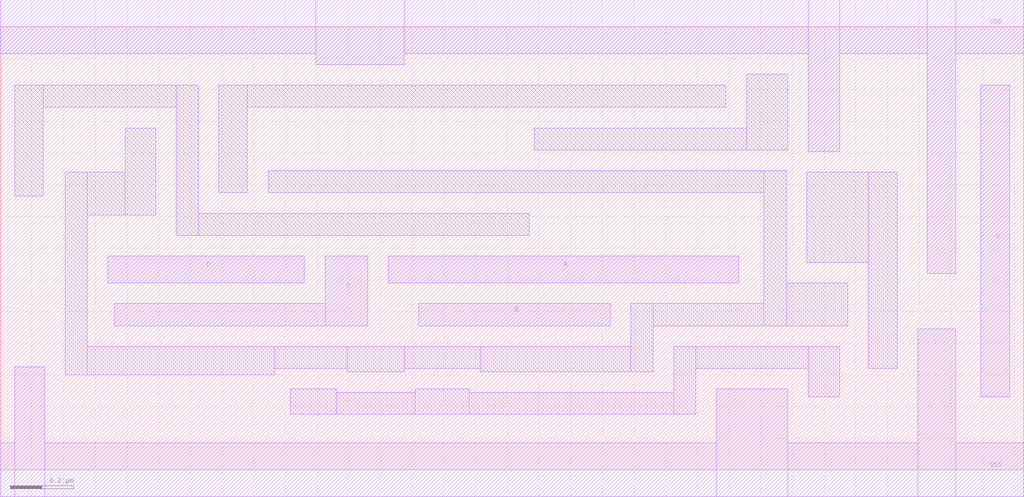
<source format=lef>

VERSION 5.6 ;
BUSBITCHARS "[]" ; 
DIVIDERCHAR "/" ; 

MACRO ACELEM1X1
  CLASS CORE ;
  FOREIGN ACELEM1X1 0.000 0.000 ;
  ORIGIN 0.000 0.000 ;
  SYMMETRY X Y ;
  SITE core10T ;
  SIZE 1.710 BY 1.400 ;
  PIN A
    DIRECTION INPUT ;
    ANTENNAGATEAREA 0.042000 ;
    PORT
      LAYER metal1 ;
        RECT 0.370 0.595 0.825 0.805 ;
    END
  END A
  PIN M
    DIRECTION INPUT ;
    ANTENNAGATEAREA 0.021000 ;
    PORT
      LAYER metal1 ;
        RECT 0.045 0.385 0.130 0.875 ;
    END
  END M
  PIN P
    DIRECTION INPUT ;
    ANTENNAGATEAREA 0.021000 ;
    PORT
      LAYER metal1 ;
        RECT 0.890 0.260 1.150 0.525 ;
    END
  END P
  PIN Q
    DIRECTION OUTPUT ;
    ANTENNADIFFAREA 0.038850 ;
    PORT
      LAYER metal1 ;
        RECT 1.575 0.245 1.665 1.225 ;
    END
  END Q
  PIN VDD
    DIRECTION INOUT ;
    USE POWER ;
    SHAPE ABUTMENT ;
    PORT
      LAYER metal1 ;
        RECT 0.000 1.315 0.045 1.485 ;
        RECT 0.045 0.980 0.130 1.485 ;
        RECT 0.130 1.315 0.795 1.485 ;
        RECT 0.795 1.290 0.930 1.485 ;
        RECT 0.930 1.315 1.395 1.485 ;
        RECT 1.395 0.950 1.485 1.485 ;
        RECT 1.485 1.315 1.710 1.485 ;
    END
  END VDD
  PIN VSS
    DIRECTION INOUT ;
    USE GROUND ;
    SHAPE ABUTMENT ;
    PORT
      LAYER metal1 ;
        RECT 0.000 -0.085 0.205 0.085 ;
        RECT 0.205 -0.085 0.340 0.170 ;
        RECT 0.340 -0.085 0.940 0.085 ;
        RECT 0.940 -0.085 1.305 0.170 ;
        RECT 1.305 -0.085 1.395 0.085 ;
        RECT 1.395 -0.085 1.485 0.490 ;
        RECT 1.485 -0.085 1.710 0.085 ;
    END
  END VSS
  OBS
    LAYER metal1 ;
      RECT 0.045 0.175 0.125 0.320 ;
      RECT 0.220 0.410 0.300 1.090 ;
      RECT 0.300 1.005 0.390 1.090 ;
      RECT 0.125 0.250 0.430 0.320 ;
      RECT 0.390 1.005 0.495 1.245 ;
      RECT 0.430 0.175 0.550 0.320 ;
      RECT 0.300 0.410 0.640 0.490 ;
      RECT 0.640 0.175 0.730 0.490 ;
      RECT 0.525 0.870 0.905 0.940 ;
      RECT 0.905 0.655 0.985 0.940 ;
      RECT 0.495 1.005 1.070 1.080 ;
      RECT 1.070 0.825 1.150 1.080 ;
      RECT 0.585 1.145 1.150 1.225 ;
      RECT 0.985 0.655 1.215 0.735 ;
      RECT 1.215 0.385 1.305 1.225 ;
  END
END ACELEM1X1

MACRO ACELEM1X2
  CLASS CORE ;
  FOREIGN ACELEM1X2 0.000 0.000 ;
  ORIGIN 0.000 0.000 ;
  SYMMETRY X Y ;
  SITE core10T ;
  SIZE 1.710 BY 1.400 ;
  PIN A
    DIRECTION INPUT ;
    ANTENNAGATEAREA 0.042000 ;
    PORT
      LAYER metal1 ;
        RECT 0.370 0.595 0.845 0.805 ;
    END
  END A
  PIN M
    DIRECTION INPUT ;
    ANTENNAGATEAREA 0.021000 ;
    PORT
      LAYER metal1 ;
        RECT 0.045 0.420 0.130 1.015 ;
    END
  END M
  PIN P
    DIRECTION INPUT ;
    ANTENNAGATEAREA 0.021000 ;
    PORT
      LAYER metal1 ;
        RECT 0.935 0.595 1.150 0.805 ;
    END
  END P
  PIN Q
    DIRECTION OUTPUT ;
    ANTENNADIFFAREA 0.079200 ;
    PORT
      LAYER metal1 ;
        RECT 1.575 0.175 1.665 1.150 ;
    END
  END Q
  PIN VDD
    DIRECTION INOUT ;
    USE power ;
    SHAPE ABUTMENT ;
    PORT
      LAYER metal1 ;
        RECT 0.000 1.315 0.045 1.485 ;
        RECT 0.045 1.105 0.130 1.485 ;
        RECT 0.130 1.315 0.795 1.485 ;
        RECT 0.795 1.240 0.940 1.485 ;
        RECT 0.940 1.315 1.395 1.485 ;
        RECT 1.395 0.895 1.485 1.485 ;
        RECT 1.485 1.315 1.710 1.485 ;
    END
  END VDD
  PIN VSS
    DIRECTION INOUT ;
    USE ground ;
    SHAPE ABUTMENT ;
    PORT
      LAYER metal1 ;
        RECT 0.000 -0.085 0.205 0.085 ;
        RECT 0.205 -0.085 0.340 0.170 ;
        RECT 0.340 -0.085 0.995 0.085 ;
        RECT 0.995 -0.085 1.125 0.205 ;
        RECT 1.125 -0.085 1.395 0.085 ;
        RECT 1.395 -0.085 1.485 0.230 ;
        RECT 1.485 -0.085 1.710 0.085 ;
    END
  END VSS
  OBS
    LAYER metal1 ;
      RECT 0.045 0.175 0.115 0.330 ;
      RECT 0.220 0.420 0.290 1.225 ;
      RECT 0.115 0.260 0.445 0.330 ;
      RECT 0.290 1.060 0.510 1.225 ;
      RECT 0.445 0.175 0.550 0.330 ;
      RECT 0.290 0.420 0.640 0.505 ;
      RECT 0.640 0.175 0.745 0.505 ;
      RECT 0.600 1.060 1.125 1.150 ;
      RECT 0.745 0.295 1.130 0.505 ;
      RECT 0.500 0.895 1.215 0.970 ;
      RECT 1.215 0.895 1.220 1.170 ;
      RECT 1.220 0.175 1.305 1.170 ;
  END
END ACELEM1X2

MACRO ACELEM1X4
  CLASS CORE ;
  FOREIGN ACELEM1X4 0.000 0.000 ;
  ORIGIN 0.000 0.000 ;
  SYMMETRY X Y ;
  SITE core10T ;
  SIZE 1.900 BY 1.400 ;
  PIN A
    DIRECTION INPUT ;
    ANTENNAGATEAREA 0.043000 ;
    PORT
      LAYER metal1 ;
        RECT 0.370 0.735 0.960 0.815 ;
    END
  END A
  PIN M
    DIRECTION INPUT ;
    ANTENNAGATEAREA 0.021500 ;
    PORT
      LAYER metal1 ;
        RECT 0.045 0.385 0.130 0.665 ;
    END
  END M
  PIN P
    DIRECTION INPUT ;
    ANTENNAGATEAREA 0.021500 ;
    PORT
      LAYER metal1 ;
        RECT 0.940 0.455 1.150 0.665 ;
    END
  END P
  PIN Q
    DIRECTION OUTPUT ;
    ANTENNADIFFAREA 0.104400 ;
    PORT
      LAYER metal1 ;
        RECT 1.490 0.500 1.580 0.760 ;
        RECT 1.580 0.230 1.670 1.090 ;
        RECT 1.670 0.230 1.675 0.645 ;
        RECT 1.675 0.555 1.765 0.645 ;
    END
  END Q
  PIN VDD
    DIRECTION INOUT ;
    USE power ;
    SHAPE ABUTMENT ;
    PORT
      LAYER metal1 ;
        RECT 0.000 1.315 0.050 1.485 ;
        RECT 0.050 1.055 0.140 1.485 ;
        RECT 0.140 1.315 0.790 1.485 ;
        RECT 0.790 1.240 0.930 1.485 ;
        RECT 0.930 1.315 1.400 1.485 ;
        RECT 1.400 0.860 1.490 1.485 ;
        RECT 1.490 1.315 1.765 1.485 ;
        RECT 1.765 0.735 1.855 1.485 ;
        RECT 1.855 1.315 1.900 1.485 ;
    END
  END VDD
  PIN VSS
    DIRECTION INOUT ;
    USE ground ;
    SHAPE ABUTMENT ;
    PORT
      LAYER metal1 ;
        RECT 0.000 -0.085 0.210 0.085 ;
        RECT 0.210 -0.085 0.345 0.160 ;
        RECT 0.345 -0.085 1.005 0.085 ;
        RECT 1.005 -0.085 1.150 0.250 ;
        RECT 1.150 -0.085 1.400 0.085 ;
        RECT 1.400 -0.085 1.490 0.390 ;
        RECT 1.490 -0.085 1.765 0.085 ;
        RECT 1.765 -0.085 1.855 0.465 ;
        RECT 1.855 -0.085 1.900 0.085 ;
    END
  END VSS
  OBS
    LAYER metal1 ;
      RECT 0.045 0.175 0.125 0.310 ;
      RECT 0.210 0.395 0.290 0.985 ;
      RECT 0.290 0.905 0.420 0.985 ;
      RECT 0.125 0.230 0.435 0.310 ;
      RECT 0.420 0.905 0.510 1.175 ;
      RECT 0.435 0.175 0.525 0.310 ;
      RECT 0.290 0.395 0.615 0.475 ;
      RECT 0.615 0.175 0.700 0.475 ;
      RECT 0.565 0.565 0.790 0.645 ;
      RECT 0.790 0.315 0.870 0.645 ;
      RECT 0.510 0.905 1.050 0.985 ;
      RECT 0.600 1.070 1.125 1.150 ;
      RECT 1.050 0.755 1.130 0.985 ;
      RECT 0.870 0.315 1.215 0.390 ;
      RECT 1.215 0.315 1.310 1.150 ;
  END
END ACELEM1X4

MACRO FILL1
  CLASS CORE SPACER ;
  FOREIGN FILL1 0.000 0.000 ;
  ORIGIN 0.000 0.000 ;
  SYMMETRY X Y ;
  SITE core10T ;
  SIZE 0.190 BY 1.400 ;
  PIN VDD
    DIRECTION INOUT ;
    USE power ;
    SHAPE ABUTMENT ;
    PORT
      LAYER metal1 ;
        RECT 0.000 1.315 0.190 1.485 ;
    END
  END VDD
  PIN VSS
    DIRECTION INOUT ;
    USE ground ;
    SHAPE ABUTMENT ;
    PORT
      LAYER metal1 ;
        RECT 0.000 -0.085 0.190 0.085 ;
    END
  END VSS
END FILL1

MACRO FILLTIE
  CLASS CORE WELLTAP ;
  FOREIGN FILLTIE 0.000 0.000 ;
  ORIGIN 0.000 0.000 ;
  SYMMETRY X Y ;
  SITE core10T ;
  SIZE 0.190 BY 1.400 ;
  PIN VDD
    DIRECTION INOUT ;
    USE power ;
    SHAPE ABUTMENT ;
    PORT
      LAYER metal1 ;
        RECT 0.000 1.315 0.040 1.485 ;
        RECT 0.040 1.255 0.110 1.485 ;
        RECT 0.110 1.315 0.190 1.485 ;
    END
  END VDD
  PIN VSS
    DIRECTION INOUT ;
    USE ground ;
    SHAPE ABUTMENT ;
    PORT
      LAYER metal1 ;
        RECT 0.000 -0.085 0.040 0.085 ;
        RECT 0.040 -0.085 0.110 0.145 ;
        RECT 0.110 -0.085 0.190 0.085 ;
    END
  END VSS
END FILLTIE

MACRO INCL1W1111OF4X1
  CLASS CORE ;
  FOREIGN INCL1W1111OF4X1 0.000 0.000 ;
  ORIGIN 0.000 0.000 ;
  SYMMETRY X Y ;
  SITE core10T ;
  SIZE 0.950 BY 1.400 ;
  PIN A
    DIRECTION INPUT ;
    ANTENNAGATEAREA 0.026000 ;
    PORT
      LAYER metal1 ;
        RECT 0.060 0.310 0.150 0.875 ;
    END
  END A
  PIN B
    DIRECTION INPUT ;
    ANTENNAGATEAREA 0.026000 ;
    PORT
      LAYER metal1 ;
        RECT 0.215 0.715 0.540 1.155 ;
    END
  END B
  PIN C
    DIRECTION INPUT ;
    ANTENNAGATEAREA 0.026000 ;
    PORT
      LAYER metal1 ;
        RECT 0.440 0.375 0.565 0.650 ;
    END
  END C
  PIN D
    DIRECTION INPUT ;
    ANTENNAGATEAREA 0.026000 ;
    PORT
      LAYER metal1 ;
        RECT 0.810 0.280 0.900 0.875 ;
    END
  END D
  PIN Q
    DIRECTION OUTPUT ;
    ANTENNADIFFAREA 0.089600 ;
    PORT
      LAYER metal1 ;
        RECT 0.215 0.150 0.345 0.595 ;
        RECT 0.345 0.240 0.630 0.310 ;
        RECT 0.630 0.150 0.720 1.215 ;
        RECT 0.720 0.940 0.905 1.215 ;
    END
  END Q
  PIN VDD
    DIRECTION INOUT ;
    USE power ;
    SHAPE ABUTMENT ;
    PORT
      LAYER metal1 ;
        RECT 0.000 1.315 0.060 1.485 ;
        RECT 0.060 0.940 0.150 1.485 ;
        RECT 0.150 1.315 0.950 1.485 ;
    END
  END VDD
  PIN VSS
    DIRECTION INOUT ;
    USE ground ;
    SHAPE ABUTMENT ;
    PORT
      LAYER metal1 ;
        RECT 0.000 -0.085 0.060 0.085 ;
        RECT 0.060 -0.085 0.150 0.240 ;
        RECT 0.150 -0.085 0.410 0.085 ;
        RECT 0.410 -0.085 0.560 0.175 ;
        RECT 0.560 -0.085 0.810 0.085 ;
        RECT 0.810 -0.085 0.905 0.215 ;
        RECT 0.905 -0.085 0.950 0.085 ;
    END
  END VSS
END INCL1W1111OF4X1

MACRO INCL1W111OF3X1
  CLASS CORE ;
  FOREIGN INCL1W111OF3X1 0.000 0.000 ;
  ORIGIN 0.000 0.000 ;
  SYMMETRY X Y ;
  SITE core10T ;
  SIZE 0.950 BY 1.400 ;
  PIN A
    DIRECTION INPUT ;
    ANTENNAGATEAREA 0.020750 ;
    PORT
      LAYER metal1 ;
        RECT 0.055 0.385 0.145 0.875 ;
    END
  END A
  PIN B
    DIRECTION INPUT ;
    ANTENNAGATEAREA 0.020750 ;
    PORT
      LAYER metal1 ;
        RECT 0.440 0.375 0.730 0.735 ;
    END
  END B
  PIN C
    DIRECTION INPUT ;
    ANTENNAGATEAREA 0.020750 ;
    PORT
      LAYER metal1 ;
        RECT 0.440 0.800 0.755 1.060 ;
    END
  END C
  PIN Q
    DIRECTION OUTPUT ;
    ANTENNADIFFAREA 0.125925 ;
    PORT
      LAYER metal1 ;
        RECT 0.245 0.150 0.335 1.225 ;
        RECT 0.335 1.150 0.820 1.225 ;
        RECT 0.820 0.150 0.905 1.225 ;
    END
  END Q
  PIN VDD
    DIRECTION INOUT ;
    USE power ;
    SHAPE ABUTMENT ;
    PORT
      LAYER metal1 ;
        RECT 0.000 1.315 0.055 1.485 ;
        RECT 0.055 0.940 0.180 1.485 ;
        RECT 0.180 1.315 0.950 1.485 ;
    END
  END VDD
  PIN VSS
    DIRECTION INOUT ;
    USE ground ;
    SHAPE ABUTMENT ;
    PORT
      LAYER metal1 ;
        RECT 0.000 -0.085 0.055 0.085 ;
        RECT 0.055 -0.085 0.180 0.320 ;
        RECT 0.180 -0.085 0.440 0.085 ;
        RECT 0.440 -0.085 0.755 0.285 ;
        RECT 0.755 -0.085 0.950 0.085 ;
    END
  END VSS
END INCL1W111OF3X1

MACRO INCL1W11OF2X1
  CLASS CORE ;
  FOREIGN INCL1W11OF2X1 0.000 0.000 ;
  ORIGIN 0.000 0.000 ;
  SYMMETRY X Y ;
  SITE core10T ;
  SIZE 0.570 BY 1.400 ;
  PIN A
    DIRECTION INPUT ;
    ANTENNAGATEAREA 0.020250 ;
    PORT
      LAYER metal1 ;
        RECT 0.420 0.320 0.510 0.875 ;
    END
  END A
  PIN B
    DIRECTION INPUT ;
    ANTENNAGATEAREA 0.020250 ;
    PORT
      LAYER metal1 ;
        RECT 0.060 0.320 0.160 0.875 ;
    END
  END B
  PIN Q
    DIRECTION OUTPUT ;
    ANTENNADIFFAREA 0.049975 ;
    PORT
      LAYER metal1 ;
        RECT 0.250 0.180 0.340 1.225 ;
        RECT 0.340 0.940 0.525 1.225 ;
    END
  END Q
  PIN VDD
    DIRECTION INOUT ;
    USE power ;
    SHAPE ABUTMENT ;
    PORT
      LAYER metal1 ;
        RECT 0.000 1.315 0.070 1.485 ;
        RECT 0.070 0.940 0.160 1.485 ;
        RECT 0.160 1.315 0.570 1.485 ;
    END
  END VDD
  PIN VSS
    DIRECTION INOUT ;
    USE ground ;
    SHAPE ABUTMENT ;
    PORT
      LAYER metal1 ;
        RECT 0.000 -0.085 0.070 0.085 ;
        RECT 0.070 -0.085 0.160 0.255 ;
        RECT 0.160 -0.085 0.420 0.085 ;
        RECT 0.420 -0.085 0.525 0.255 ;
        RECT 0.525 -0.085 0.570 0.085 ;
    END
  END VSS
END INCL1W11OF2X1

MACRO INCL1W11OF2X2
  CLASS CORE ;
  FOREIGN INCL1W11OF2X2 0.000 0.000 ;
  ORIGIN 0.000 0.000 ;
  SYMMETRY X Y ;
  SITE core10T ;
  SIZE 0.570 BY 1.400 ;
  PIN A
    DIRECTION INPUT ;
    ANTENNAGATEAREA 0.040250 ;
    PORT
      LAYER metal1 ;
        RECT 0.425 0.365 0.515 0.740 ;
    END
  END A
  PIN B
    DIRECTION INPUT ;
    ANTENNAGATEAREA 0.040250 ;
    PORT
      LAYER metal1 ;
        RECT 0.060 0.420 0.150 0.860 ;
    END
  END B
  PIN Q
    DIRECTION OUTPUT ;
    ANTENNADIFFAREA 0.110200 ;
    PORT
      LAYER metal1 ;
        RECT 0.235 0.150 0.325 1.225 ;
        RECT 0.325 0.805 0.515 1.225 ;
    END
  END Q
  PIN VDD
    DIRECTION INOUT ;
    USE power ;
    SHAPE ABUTMENT ;
    PORT
      LAYER metal1 ;
        RECT 0.000 1.315 0.045 1.485 ;
        RECT 0.045 0.925 0.135 1.485 ;
        RECT 0.135 1.315 0.570 1.485 ;
    END
  END VDD
  PIN VSS
    DIRECTION INOUT ;
    USE ground ;
    SHAPE ABUTMENT ;
    PORT
      LAYER metal1 ;
        RECT 0.000 -0.085 0.045 0.085 ;
        RECT 0.045 -0.085 0.170 0.355 ;
        RECT 0.170 -0.085 0.390 0.085 ;
        RECT 0.390 -0.085 0.525 0.300 ;
        RECT 0.525 -0.085 0.570 0.085 ;
    END
  END VSS
END INCL1W11OF2X2

MACRO INCL1W1OF1X1
  CLASS CORE ;
  FOREIGN INCL1W1OF1X1 0.000 0.000 ;
  ORIGIN 0.000 0.000 ;
  SYMMETRY X Y ;
  SITE core10T ;
  SIZE 0.380 BY 1.400 ;
  PIN A
    DIRECTION INPUT ;
    ANTENNAGATEAREA 0.018000 ;
    PORT
      LAYER metal1 ;
        RECT 0.045 0.280 0.135 0.875 ;
    END
  END A
  PIN Q
    DIRECTION OUTPUT ;
    ANTENNADIFFAREA 0.039600 ;
    PORT
      LAYER metal1 ;
        RECT 0.245 0.150 0.335 1.215 ;
    END
  END Q
  PIN VDD
    DIRECTION INOUT ;
    USE power ;
    SHAPE ABUTMENT ;
    PORT
      LAYER metal1 ;
        RECT 0.000 1.315 0.075 1.485 ;
        RECT 0.075 0.940 0.170 1.485 ;
        RECT 0.170 1.315 0.380 1.485 ;
    END
  END VDD
  PIN VSS
    DIRECTION INOUT ;
    USE ground ;
    SHAPE ABUTMENT ;
    PORT
      LAYER metal1 ;
        RECT 0.000 -0.085 0.075 0.085 ;
        RECT 0.075 -0.085 0.175 0.215 ;
        RECT 0.175 -0.085 0.380 0.085 ;
    END
  END VSS
END INCL1W1OF1X1

MACRO INCL1W1OF1X2
  CLASS CORE ;
  FOREIGN INCL1W1OF1X2 0.000 0.000 ;
  ORIGIN 0.000 0.000 ;
  SYMMETRY X Y ;
  SITE core10T ;
  SIZE 0.380 BY 1.400 ;
  PIN A
    DIRECTION INPUT ;
    ANTENNAGATEAREA 0.036500 ;
    PORT
      LAYER metal1 ;
        RECT 0.045 0.385 0.135 0.875 ;
    END
  END A
  PIN Q
    DIRECTION OUTPUT ;
    ANTENNADIFFAREA 0.080300 ;
    PORT
      LAYER metal1 ;
        RECT 0.245 0.150 0.335 1.250 ;
    END
  END Q
  PIN VDD
    DIRECTION INOUT ;
    USE power ;
    SHAPE ABUTMENT ;
    PORT
      LAYER metal1 ;
        RECT 0.000 1.315 0.045 1.485 ;
        RECT 0.045 0.940 0.115 1.485 ;
        RECT 0.115 0.940 0.180 1.030 ;
        RECT 0.115 1.315 0.380 1.485 ;
    END
  END VDD
  PIN VSS
    DIRECTION INOUT ;
    USE ground ;
    SHAPE ABUTMENT ;
    PORT
      LAYER metal1 ;
        RECT 0.000 -0.085 0.045 0.085 ;
        RECT 0.045 -0.085 0.180 0.320 ;
        RECT 0.180 -0.085 0.380 0.085 ;
    END
  END VSS
END INCL1W1OF1X2

MACRO INCL1W1OF1X4
  CLASS CORE ;
  FOREIGN INCL1W1OF1X4 0.000 0.000 ;
  ORIGIN 0.000 0.000 ;
  SYMMETRY X Y ;
  SITE core10T ;
  SIZE 0.570 BY 1.400 ;
  PIN A
    DIRECTION INPUT ;
    ANTENNAGATEAREA 0.073000 ;
    PORT
      LAYER metal1 ;
        RECT 0.045 0.385 0.135 0.875 ;
    END
  END A
  PIN Q
    DIRECTION OUTPUT ;
    ANTENNADIFFAREA 0.102200 ;
    PORT
      LAYER metal1 ;
        RECT 0.250 0.170 0.340 1.250 ;
    END
  END Q
  PIN VDD
    DIRECTION INOUT ;
    USE power ;
    SHAPE ABUTMENT ;
    PORT
      LAYER metal1 ;
        RECT 0.000 1.315 0.045 1.485 ;
        RECT 0.045 0.940 0.115 1.485 ;
        RECT 0.115 0.940 0.185 1.095 ;
        RECT 0.115 1.315 0.435 1.485 ;
        RECT 0.435 0.770 0.525 1.485 ;
        RECT 0.525 1.315 0.570 1.485 ;
    END
  END VDD
  PIN VSS
    DIRECTION INOUT ;
    USE ground ;
    SHAPE ABUTMENT ;
    PORT
      LAYER metal1 ;
        RECT 0.000 -0.085 0.045 0.085 ;
        RECT 0.045 -0.085 0.185 0.320 ;
        RECT 0.185 -0.085 0.405 0.085 ;
        RECT 0.405 -0.085 0.525 0.360 ;
        RECT 0.525 -0.085 0.570 0.085 ;
    END
  END VSS
END INCL1W1OF1X4

MACRO INCL2W11OF2X1
  CLASS CORE ;
  FOREIGN INCL2W11OF2X1 0.000 0.000 ;
  ORIGIN 0.000 0.000 ;
  SYMMETRY X Y ;
  SITE core10T ;
  SIZE 1.710 BY 1.400 ;
  PIN A
    DIRECTION INPUT ;
    ANTENNAGATEAREA 0.043000 ;
    PORT
      LAYER metal1 ;
        RECT 0.385 0.455 0.770 0.735 ;
    END
  END A
  PIN B
    DIRECTION INPUT ;
    ANTENNAGATEAREA 0.043000 ;
    PORT
      LAYER metal1 ;
        RECT 0.180 0.525 0.320 0.945 ;
        RECT 0.320 0.875 0.615 0.945 ;
        RECT 0.615 0.800 0.800 0.945 ;
    END
  END B
  PIN Q
    DIRECTION OUTPUT ;
    ANTENNADIFFAREA 0.038500 ;
    PORT
      LAYER metal1 ;
        RECT 1.575 0.210 1.665 1.155 ;
    END
  END Q
  PIN VDD
    DIRECTION INOUT ;
    USE power ;
    SHAPE ABUTMENT ;
    PORT
      LAYER metal1 ;
        RECT 0.000 1.315 0.045 1.485 ;
        RECT 0.045 0.990 0.130 1.485 ;
        RECT 0.130 1.315 0.385 1.485 ;
        RECT 0.385 1.165 0.550 1.485 ;
        RECT 0.550 1.315 1.365 1.485 ;
        RECT 1.365 0.755 1.485 1.485 ;
        RECT 1.485 1.315 1.710 1.485 ;
    END
  END VDD
  PIN VSS
    DIRECTION INOUT ;
    USE ground ;
    SHAPE ABUTMENT ;
    PORT
      LAYER metal1 ;
        RECT 0.000 -0.085 0.045 0.085 ;
        RECT 0.045 -0.085 0.135 0.390 ;
        RECT 0.135 -0.085 0.415 0.085 ;
        RECT 0.415 -0.085 0.550 0.250 ;
        RECT 0.550 -0.085 1.350 0.085 ;
        RECT 1.350 -0.085 1.510 0.250 ;
        RECT 1.510 -0.085 1.710 0.085 ;
    END
  END VSS
  OBS
    LAYER metal1 ;
      RECT 0.200 0.315 0.615 0.390 ;
      RECT 0.200 1.010 0.615 1.100 ;
      RECT 0.615 0.175 0.685 0.390 ;
      RECT 0.615 1.010 0.700 1.225 ;
      RECT 0.775 0.310 0.865 0.390 ;
      RECT 0.865 0.310 0.945 1.090 ;
      RECT 0.945 0.310 0.965 0.525 ;
      RECT 0.700 1.155 1.010 1.225 ;
      RECT 0.685 0.175 1.030 0.245 ;
      RECT 1.030 0.175 1.120 0.385 ;
      RECT 1.185 0.210 1.275 0.385 ;
      RECT 1.035 0.590 1.275 0.935 ;
      RECT 1.010 1.000 1.300 1.225 ;
      RECT 0.965 0.450 1.345 0.525 ;
      RECT 1.275 0.315 1.420 0.385 ;
      RECT 1.275 0.590 1.420 0.680 ;
      RECT 1.420 0.315 1.510 0.680 ;
  END
END INCL2W11OF2X1

MACRO INCL2W11OF2X2
  CLASS CORE ;
  FOREIGN INCL2W11OF2X2 0.000 0.000 ;
  ORIGIN 0.000 0.000 ;
  SYMMETRY X Y ;
  SITE core10T ;
  SIZE 1.710 BY 1.400 ;
  PIN A
    DIRECTION INPUT ;
    ANTENNAGATEAREA 0.042000 ;
    PORT
      LAYER metal1 ;
        RECT 0.385 0.455 0.770 0.735 ;
    END
  END A
  PIN B
    DIRECTION INPUT ;
    ANTENNAGATEAREA 0.042000 ;
    PORT
      LAYER metal1 ;
        RECT 0.180 0.525 0.320 0.945 ;
        RECT 0.320 0.875 0.735 0.945 ;
        RECT 0.735 0.800 0.840 0.945 ;
    END
  END B
  PIN Q
    DIRECTION OUTPUT ;
    ANTENNADIFFAREA 0.080300 ;
    PORT
      LAYER metal1 ;
        RECT 1.575 0.170 1.665 1.155 ;
    END
  END Q
  PIN VDD
    DIRECTION INOUT ;
    USE power ;
    SHAPE ABUTMENT ;
    PORT
      LAYER metal1 ;
        RECT 0.000 1.315 0.045 1.485 ;
        RECT 0.045 1.000 0.135 1.485 ;
        RECT 0.135 1.315 0.415 1.485 ;
        RECT 0.415 1.150 0.575 1.485 ;
        RECT 0.575 1.315 1.365 1.485 ;
        RECT 1.365 0.895 1.510 1.485 ;
        RECT 1.510 1.315 1.710 1.485 ;
    END
  END VDD
  PIN VSS
    DIRECTION INOUT ;
    USE ground ;
    SHAPE ABUTMENT ;
    PORT
      LAYER metal1 ;
        RECT 0.000 -0.085 0.045 0.085 ;
        RECT 0.045 -0.085 0.135 0.420 ;
        RECT 0.135 -0.085 0.415 0.085 ;
        RECT 0.415 -0.085 0.550 0.250 ;
        RECT 0.550 -0.085 1.375 0.085 ;
        RECT 1.375 -0.085 1.510 0.250 ;
        RECT 1.510 -0.085 1.710 0.085 ;
    END
  END VSS
  OBS
    LAYER metal1 ;
      RECT 0.200 0.315 0.615 0.390 ;
      RECT 0.200 1.010 0.640 1.085 ;
      RECT 0.615 0.175 0.685 0.390 ;
      RECT 0.640 1.010 0.710 1.225 ;
      RECT 0.815 0.315 0.905 0.405 ;
      RECT 0.905 0.315 0.980 1.085 ;
      RECT 0.685 0.175 1.045 0.250 ;
      RECT 0.710 1.150 1.045 1.225 ;
      RECT 1.045 0.175 1.155 0.420 ;
      RECT 1.045 0.945 1.300 1.225 ;
      RECT 1.220 0.150 1.310 0.420 ;
      RECT 0.980 0.495 1.375 0.605 ;
      RECT 1.310 0.315 1.440 0.420 ;
      RECT 1.045 0.695 1.440 0.830 ;
      RECT 1.440 0.315 1.510 0.830 ;
  END
END INCL2W11OF2X2

MACRO INCL2W11OF2X4
  CLASS CORE ;
  FOREIGN INCL2W11OF2X4 0.000 0.000 ;
  ORIGIN 0.000 0.000 ;
  SYMMETRY X Y ;
  SITE core10T ;
  SIZE 1.900 BY 1.400 ;
  PIN A
    DIRECTION INPUT ;
    ANTENNAGATEAREA 0.042750 ;
    PORT
      LAYER metal1 ;
        RECT 0.060 0.385 0.510 0.625 ;
    END
  END A
  PIN B
    DIRECTION INPUT ;
    ANTENNAGATEAREA 0.042750 ;
    PORT
      LAYER metal1 ;
        RECT 0.110 0.715 0.600 0.805 ;
        RECT 0.600 0.525 0.850 0.805 ;
    END
  END B
  PIN Q
    DIRECTION OUTPUT ;
    ANTENNADIFFAREA 0.104400 ;
    PORT
      LAYER metal1 ;
        RECT 1.580 0.175 1.670 1.180 ;
    END
  END Q
  PIN VDD
    DIRECTION INOUT ;
    USE power ;
    SHAPE ABUTMENT ;
    PORT
      LAYER metal1 ;
        RECT 0.000 1.315 0.045 1.485 ;
        RECT 0.045 0.900 0.125 1.485 ;
        RECT 0.125 1.315 0.440 1.485 ;
        RECT 0.440 1.065 0.575 1.485 ;
        RECT 0.575 1.315 1.320 1.485 ;
        RECT 1.320 1.240 1.505 1.485 ;
        RECT 1.505 1.315 1.765 1.485 ;
        RECT 1.765 1.065 1.855 1.485 ;
        RECT 1.855 1.315 1.900 1.485 ;
    END
  END VDD
  PIN VSS
    DIRECTION INOUT ;
    USE ground ;
    SHAPE ABUTMENT ;
    PORT
      LAYER metal1 ;
        RECT 0.000 -0.085 0.045 0.085 ;
        RECT 0.045 -0.085 0.125 0.295 ;
        RECT 0.125 -0.085 0.425 0.085 ;
        RECT 0.425 -0.085 0.560 0.125 ;
        RECT 0.560 -0.085 1.395 0.085 ;
        RECT 1.395 -0.085 1.485 0.360 ;
        RECT 1.485 -0.085 1.765 0.085 ;
        RECT 1.765 -0.085 1.855 0.405 ;
        RECT 1.855 -0.085 1.900 0.085 ;
    END
  END VSS
  OBS
    LAYER metal1 ;
      RECT 0.215 0.900 0.350 1.225 ;
      RECT 0.215 0.215 0.655 0.295 ;
      RECT 0.655 0.175 0.730 0.295 ;
      RECT 0.810 0.345 0.915 0.435 ;
      RECT 0.915 0.345 0.985 0.810 ;
      RECT 0.730 0.175 1.050 0.255 ;
      RECT 0.985 0.605 1.050 0.810 ;
      RECT 1.050 0.175 1.130 0.350 ;
      RECT 0.350 0.900 1.140 0.980 ;
      RECT 1.075 0.440 1.215 0.530 ;
      RECT 1.025 1.070 1.230 1.225 ;
      RECT 1.140 0.775 1.275 0.980 ;
      RECT 1.215 0.295 1.305 0.530 ;
      RECT 1.050 0.605 1.315 0.685 ;
      RECT 1.305 0.450 1.415 0.530 ;
      RECT 1.230 1.070 1.415 1.150 ;
      RECT 1.415 0.450 1.505 1.150 ;
  END
END INCL2W11OF2X4

MACRO INCL2W211OF3X1
  CLASS CORE ;
  FOREIGN INCL2W211OF3X1 0.000 0.000 ;
  ORIGIN 0.000 0.000 ;
  SYMMETRY X Y ;
  SITE core10T ;
  SIZE 2.090 BY 1.400 ;
  PIN A
    DIRECTION INPUT ;
    ANTENNAGATEAREA 0.024750 ;
    PORT
      LAYER metal1 ;
        RECT 1.390 0.245 1.475 0.455 ;
    END
  END A
  PIN B
    DIRECTION INPUT ;
    ANTENNAGATEAREA 0.048500 ;
    PORT
      LAYER metal1 ;
        RECT 0.095 0.595 0.580 0.810 ;
        RECT 0.580 0.720 0.710 0.810 ;
    END
  END B
  PIN C
    DIRECTION INPUT ;
    ANTENNAGATEAREA 0.048500 ;
    PORT
      LAYER metal1 ;
        RECT 0.310 0.455 0.800 0.530 ;
        RECT 0.800 0.455 0.890 0.735 ;
    END
  END C
  PIN Q
    DIRECTION OUTPUT ;
    ANTENNADIFFAREA 0.038500 ;
    PORT
      LAYER metal1 ;
        RECT 1.915 0.220 1.955 0.480 ;
        RECT 1.955 0.220 2.045 1.225 ;
    END
  END Q
  PIN VDD
    DIRECTION INOUT ;
    USE power ;
    SHAPE ABUTMENT ;
    PORT
      LAYER metal1 ;
        RECT 0.000 1.315 0.045 1.485 ;
        RECT 0.045 0.970 0.135 1.485 ;
        RECT 0.135 1.315 0.405 1.485 ;
        RECT 0.405 1.070 0.540 1.485 ;
        RECT 0.540 1.315 1.705 1.485 ;
        RECT 1.705 1.210 1.860 1.485 ;
        RECT 1.860 1.315 2.090 1.485 ;
    END
  END VDD
  PIN VSS
    DIRECTION INOUT ;
    USE ground ;
    SHAPE ABUTMENT ;
    PORT
      LAYER metal1 ;
        RECT 0.000 -0.085 0.045 0.085 ;
        RECT 0.045 -0.085 0.135 0.310 ;
        RECT 0.135 -0.085 0.405 0.085 ;
        RECT 0.405 -0.085 0.540 0.195 ;
        RECT 0.540 -0.085 1.415 0.085 ;
        RECT 1.415 -0.085 1.550 0.160 ;
        RECT 1.550 -0.085 1.735 0.085 ;
        RECT 1.735 -0.085 1.825 0.455 ;
        RECT 1.825 -0.085 2.090 0.085 ;
    END
  END VSS
  OBS
    LAYER metal1 ;
      RECT 0.225 0.195 0.315 0.365 ;
      RECT 0.225 0.900 0.315 1.225 ;
      RECT 0.315 0.285 0.630 0.365 ;
      RECT 0.315 0.900 0.630 0.980 ;
      RECT 0.630 0.175 0.710 0.365 ;
      RECT 0.630 0.900 0.710 1.225 ;
      RECT 0.800 0.310 0.955 0.390 ;
      RECT 0.955 0.310 1.035 0.820 ;
      RECT 0.710 0.175 1.100 0.245 ;
      RECT 1.100 0.175 1.180 0.310 ;
      RECT 0.710 1.135 1.200 1.225 ;
      RECT 1.035 0.400 1.245 0.480 ;
      RECT 0.800 0.910 1.320 1.045 ;
      RECT 1.245 0.175 1.325 0.480 ;
      RECT 1.035 0.740 1.415 0.820 ;
      RECT 1.125 0.570 1.565 0.650 ;
      RECT 1.410 1.040 1.615 1.225 ;
      RECT 1.565 0.400 1.645 0.650 ;
      RECT 1.415 0.740 1.690 0.945 ;
      RECT 1.645 0.560 1.780 0.650 ;
      RECT 1.615 1.040 1.780 1.120 ;
      RECT 1.780 0.560 1.865 1.120 ;
  END
END INCL2W211OF3X1

MACRO INCL2W211OF3X2
  CLASS CORE ;
  FOREIGN INCL2W211OF3X2 0.000 0.000 ;
  ORIGIN 0.000 0.000 ;
  SYMMETRY X Y ;
  SITE core10T ;
  SIZE 2.090 BY 1.400 ;
  PIN A
    DIRECTION INPUT ;
    ANTENNAGATEAREA 0.024750 ;
    PORT
      LAYER metal1 ;
        RECT 1.510 0.455 1.720 0.665 ;
    END
  END A
  PIN B
    DIRECTION INPUT ;
    ANTENNAGATEAREA 0.049500 ;
    PORT
      LAYER metal1 ;
        RECT 0.045 0.735 0.370 0.870 ;
        RECT 0.370 0.735 0.585 0.945 ;
    END
  END B
  PIN C
    DIRECTION INPUT ;
    ANTENNAGATEAREA 0.049500 ;
    PORT
      LAYER metal1 ;
        RECT 0.325 0.575 0.675 0.665 ;
        RECT 0.675 0.575 0.960 0.805 ;
    END
  END C
  PIN Q
    DIRECTION OUTPUT ;
    ANTENNADIFFAREA 0.080300 ;
    PORT
      LAYER metal1 ;
        RECT 1.960 0.175 2.045 1.220 ;
    END
  END Q
  PIN VDD
    DIRECTION INOUT ;
    USE power ;
    SHAPE ABUTMENT ;
    PORT
      LAYER metal1 ;
        RECT 0.000 1.315 0.075 1.485 ;
        RECT 0.075 0.970 0.165 1.485 ;
        RECT 0.165 1.315 0.480 1.485 ;
        RECT 0.480 1.190 0.570 1.485 ;
        RECT 0.570 1.315 1.770 1.485 ;
        RECT 1.770 1.140 1.870 1.485 ;
        RECT 1.870 1.315 2.090 1.485 ;
    END
  END VDD
  PIN VSS
    DIRECTION INOUT ;
    USE ground ;
    SHAPE ABUTMENT ;
    PORT
      LAYER metal1 ;
        RECT 0.000 -0.085 0.080 0.085 ;
        RECT 0.080 -0.085 0.170 0.315 ;
        RECT 0.170 -0.085 0.480 0.085 ;
        RECT 0.480 -0.085 0.570 0.315 ;
        RECT 0.570 -0.085 1.410 0.085 ;
        RECT 1.410 -0.085 1.515 0.210 ;
        RECT 1.515 -0.085 1.770 0.085 ;
        RECT 1.770 -0.085 1.870 0.210 ;
        RECT 1.870 -0.085 2.090 0.085 ;
    END
  END VSS
  OBS
    LAYER metal1 ;
      RECT 0.260 0.260 0.355 0.485 ;
      RECT 0.255 1.020 0.390 1.225 ;
      RECT 0.355 0.405 0.660 0.485 ;
      RECT 0.390 1.020 0.660 1.100 ;
      RECT 0.660 0.175 0.740 0.485 ;
      RECT 0.660 1.020 0.740 1.225 ;
      RECT 0.830 0.330 0.970 0.485 ;
      RECT 0.970 0.405 1.025 0.485 ;
      RECT 0.740 0.175 1.050 0.255 ;
      RECT 1.025 0.405 1.095 0.805 ;
      RECT 1.050 0.175 1.130 0.315 ;
      RECT 0.740 1.145 1.165 1.225 ;
      RECT 1.095 0.720 1.185 0.805 ;
      RECT 1.095 0.405 1.205 0.485 ;
      RECT 1.205 0.175 1.285 0.485 ;
      RECT 1.185 0.720 1.320 0.925 ;
      RECT 1.160 0.550 1.350 0.630 ;
      RECT 0.830 1.000 1.410 1.080 ;
      RECT 1.350 0.300 1.430 0.630 ;
      RECT 1.410 0.925 1.490 1.080 ;
      RECT 1.580 0.970 1.680 1.150 ;
      RECT 1.320 0.755 1.705 0.835 ;
      RECT 1.430 0.300 1.795 0.380 ;
      RECT 1.680 0.970 1.795 1.050 ;
      RECT 1.795 0.300 1.875 1.050 ;
  END
END INCL2W211OF3X2

MACRO INCL2W211OF3X4
  CLASS CORE ;
  FOREIGN INCL2W211OF3X4 0.000 0.000 ;
  ORIGIN 0.000 0.000 ;
  SYMMETRY X Y ;
  SITE core10T ;
  SIZE 2.280 BY 1.400 ;
  PIN A
    DIRECTION INPUT ;
    ANTENNAGATEAREA 0.023250 ;
    PORT
      LAYER metal1 ;
        RECT 1.130 0.575 1.395 0.665 ;
    END
  END A
  PIN B
    DIRECTION INPUT ;
    ANTENNAGATEAREA 0.049000 ;
    PORT
      LAYER metal1 ;
        RECT 0.100 0.735 0.370 0.825 ;
        RECT 0.370 0.735 0.635 0.945 ;
    END
  END B
  PIN C
    DIRECTION INPUT ;
    ANTENNAGATEAREA 0.049000 ;
    PORT
      LAYER metal1 ;
        RECT 0.345 0.455 0.845 0.665 ;
    END
  END C
  PIN Q
    DIRECTION OUTPUT ;
    ANTENNADIFFAREA 0.105125 ;
    PORT
      LAYER metal1 ;
        RECT 1.960 0.175 2.050 1.125 ;
        RECT 2.050 0.560 2.140 0.665 ;
    END
  END Q
  PIN VDD
    DIRECTION INOUT ;
    USE power ;
    SHAPE ABUTMENT ;
    PORT
      LAYER metal1 ;
        RECT 0.000 1.315 0.045 1.485 ;
        RECT 0.045 1.035 0.125 1.485 ;
        RECT 0.125 1.315 0.430 1.485 ;
        RECT 0.430 1.190 0.520 1.485 ;
        RECT 0.520 1.315 1.775 1.485 ;
        RECT 1.775 1.050 1.870 1.485 ;
        RECT 1.870 1.315 2.140 1.485 ;
        RECT 2.140 0.910 2.230 1.485 ;
        RECT 2.230 1.315 2.280 1.485 ;
    END
  END VDD
  PIN VSS
    DIRECTION INOUT ;
    USE ground ;
    SHAPE ABUTMENT ;
    PORT
      LAYER metal1 ;
        RECT 0.000 -0.085 0.045 0.085 ;
        RECT 0.045 -0.085 0.135 0.195 ;
        RECT 0.135 -0.085 0.430 0.085 ;
        RECT 0.430 -0.085 0.520 0.195 ;
        RECT 0.520 -0.085 1.435 0.085 ;
        RECT 1.435 -0.085 1.655 0.225 ;
        RECT 1.655 -0.085 1.775 0.085 ;
        RECT 1.775 -0.085 1.870 0.495 ;
        RECT 1.870 -0.085 2.140 0.085 ;
        RECT 2.140 -0.085 2.230 0.470 ;
        RECT 2.230 -0.085 2.280 0.085 ;
    END
  END VSS
  OBS
    LAYER metal1 ;
      RECT 0.225 0.175 0.340 0.365 ;
      RECT 0.205 1.020 0.340 1.225 ;
      RECT 0.340 0.285 0.610 0.365 ;
      RECT 0.340 1.020 0.610 1.100 ;
      RECT 0.610 0.175 0.700 0.365 ;
      RECT 0.610 1.020 0.700 1.225 ;
      RECT 0.790 0.310 0.915 0.390 ;
      RECT 0.915 0.310 0.995 0.935 ;
      RECT 0.700 0.175 1.085 0.245 ;
      RECT 0.700 1.145 1.130 1.225 ;
      RECT 1.085 0.175 1.165 0.315 ;
      RECT 0.995 0.405 1.255 0.485 ;
      RECT 0.790 1.000 1.285 1.080 ;
      RECT 1.255 0.175 1.345 0.485 ;
      RECT 0.995 0.865 1.375 0.935 ;
      RECT 1.085 0.730 1.515 0.800 ;
      RECT 1.375 0.865 1.515 1.225 ;
      RECT 1.515 0.400 1.605 0.800 ;
      RECT 1.580 0.985 1.605 1.185 ;
      RECT 1.605 0.585 1.685 1.185 ;
      RECT 1.685 0.585 1.875 0.860 ;
  END
END INCL2W211OF3X4

MACRO INCL3W111OF3X1
  CLASS CORE ;
  FOREIGN INCL3W111OF3X1 0.000 0.000 ;
  ORIGIN 0.000 0.000 ;
  SYMMETRY X Y ;
  SITE core10T ;
  SIZE 2.090 BY 1.400 ;
  PIN A
    DIRECTION INPUT ;
    ANTENNAGATEAREA 0.046750 ;
    PORT
      LAYER metal1 ;
        RECT 0.655 0.595 1.595 0.665 ;
        RECT 1.595 0.360 1.740 0.665 ;
    END
  END A
  PIN B
    DIRECTION INPUT ;
    ANTENNAGATEAREA 0.046750 ;
    PORT
      LAYER metal1 ;
        RECT 0.750 0.730 1.720 0.810 ;
    END
  END B
  PIN C
    DIRECTION INPUT ;
    ANTENNAGATEAREA 0.047750 ;
    PORT
      LAYER metal1 ;
        RECT 0.940 0.445 1.530 0.530 ;
    END
  END C
  PIN Q
    DIRECTION OUTPUT ;
    ANTENNADIFFAREA 0.040700 ;
    PORT
      LAYER metal1 ;
        RECT 1.870 0.225 1.960 0.395 ;
        RECT 1.960 0.225 2.045 1.225 ;
    END
  END Q
  PIN VDD
    DIRECTION INOUT ;
    USE power ;
    SHAPE ABUTMENT ;
    PORT
      LAYER metal1 ;
        RECT 0.000 1.315 0.215 1.485 ;
        RECT 0.215 0.875 0.305 1.485 ;
        RECT 0.305 1.315 1.705 1.485 ;
        RECT 1.705 1.010 1.840 1.485 ;
        RECT 1.840 1.315 2.090 1.485 ;
    END
  END VDD
  PIN VSS
    DIRECTION INOUT ;
    USE ground ;
    SHAPE ABUTMENT ;
    PORT
      LAYER metal1 ;
        RECT 0.000 -0.085 0.315 0.085 ;
        RECT 0.315 -0.085 0.465 0.335 ;
        RECT 0.465 -0.085 1.595 0.085 ;
        RECT 1.595 -0.085 1.805 0.290 ;
        RECT 1.805 -0.085 2.090 0.085 ;
    END
  END VSS
  OBS
    LAYER metal1 ;
      RECT 0.045 0.245 0.115 1.015 ;
      RECT 0.115 0.740 0.150 1.015 ;
      RECT 0.115 0.245 0.250 0.335 ;
      RECT 0.150 0.740 0.370 0.810 ;
      RECT 0.370 0.740 0.440 1.225 ;
      RECT 0.180 0.400 0.505 0.675 ;
      RECT 0.505 0.400 0.585 0.945 ;
      RECT 0.535 0.175 0.625 0.335 ;
      RECT 0.585 0.400 0.695 0.530 ;
      RECT 0.695 0.310 0.800 0.530 ;
      RECT 0.625 0.175 1.060 0.245 ;
      RECT 0.505 1.010 1.060 1.090 ;
      RECT 0.800 0.310 1.125 0.380 ;
      RECT 0.585 0.875 1.250 0.945 ;
      RECT 1.125 0.220 1.275 0.380 ;
      RECT 0.440 1.155 1.565 1.225 ;
      RECT 1.565 0.875 1.635 1.225 ;
      RECT 1.635 0.875 1.805 0.945 ;
      RECT 1.805 0.570 1.895 0.945 ;
  END
END INCL3W111OF3X1

MACRO INCL3W111OF3X2
  CLASS CORE ;
  FOREIGN INCL3W111OF3X2 0.000 0.000 ;
  ORIGIN 0.000 0.000 ;
  SYMMETRY X Y ;
  SITE core10T ;
  SIZE 2.090 BY 1.400 ;
  PIN A
    DIRECTION INPUT ;
    ANTENNAGATEAREA 0.046500 ;
    PORT
      LAYER metal1 ;
        RECT 0.675 0.590 0.810 0.805 ;
        RECT 0.810 0.735 1.910 0.805 ;
    END
  END A
  PIN B
    DIRECTION INPUT ;
    ANTENNAGATEAREA 0.046500 ;
    PORT
      LAYER metal1 ;
        RECT 0.750 0.870 1.370 0.945 ;
        RECT 1.370 0.870 1.600 1.180 ;
    END
  END B
  PIN C
    DIRECTION INPUT ;
    ANTENNAGATEAREA 0.047000 ;
    PORT
      LAYER metal1 ;
        RECT 0.940 0.585 1.530 0.670 ;
    END
  END C
  PIN Q
    DIRECTION OUTPUT ;
    ANTENNADIFFAREA 0.079200 ;
    PORT
      LAYER metal1 ;
        RECT 1.700 0.870 1.975 1.155 ;
        RECT 1.975 0.150 2.045 1.155 ;
    END
  END Q
  PIN VDD
    DIRECTION INOUT ;
    USE power ;
    SHAPE ABUTMENT ;
    PORT
      LAYER metal1 ;
        RECT 0.000 1.315 0.205 1.485 ;
        RECT 0.205 0.995 0.340 1.485 ;
        RECT 0.340 1.315 1.655 1.485 ;
        RECT 1.655 1.220 1.885 1.485 ;
        RECT 1.885 1.315 2.090 1.485 ;
    END
  END VDD
  PIN VSS
    DIRECTION INOUT ;
    USE ground ;
    SHAPE ABUTMENT ;
    PORT
      LAYER metal1 ;
        RECT 0.000 -0.085 0.240 0.085 ;
        RECT 0.240 -0.085 0.335 0.250 ;
        RECT 0.335 -0.085 1.655 0.085 ;
        RECT 1.655 -0.085 1.885 0.385 ;
        RECT 1.885 -0.085 2.090 0.085 ;
    END
  END VSS
  OBS
    LAYER metal1 ;
      RECT 0.045 0.150 0.135 1.235 ;
      RECT 0.135 0.655 0.340 0.930 ;
      RECT 0.200 0.315 0.405 0.590 ;
      RECT 0.405 0.315 0.475 1.080 ;
      RECT 0.540 0.450 0.610 0.895 ;
      RECT 0.400 0.175 1.105 0.250 ;
      RECT 0.445 1.145 1.105 1.225 ;
      RECT 0.475 0.315 1.170 0.385 ;
      RECT 0.475 1.010 1.170 1.080 ;
      RECT 1.170 0.225 1.305 0.385 ;
      RECT 1.170 1.010 1.305 1.250 ;
      RECT 0.610 0.450 1.655 0.520 ;
      RECT 1.655 0.450 1.910 0.670 ;
  END
END INCL3W111OF3X2

MACRO INCL3W111OF3X4
  CLASS CORE ;
  FOREIGN INCL3W111OF3X4 0.000 0.000 ;
  ORIGIN 0.000 0.000 ;
  SYMMETRY X Y ;
  SITE core10T ;
  SIZE 2.280 BY 1.400 ;
  PIN A
    DIRECTION INPUT ;
    ANTENNAGATEAREA 0.046750 ;
    PORT
      LAYER metal1 ;
        RECT 0.560 0.610 0.660 0.895 ;
        RECT 0.660 0.610 0.755 0.805 ;
        RECT 0.755 0.730 1.720 0.805 ;
    END
  END A
  PIN B
    DIRECTION INPUT ;
    ANTENNAGATEAREA 0.046750 ;
    PORT
      LAYER metal1 ;
        RECT 0.750 0.870 1.530 0.950 ;
    END
  END B
  PIN C
    DIRECTION INPUT ;
    ANTENNAGATEAREA 0.046750 ;
    PORT
      LAYER metal1 ;
        RECT 0.940 0.585 1.340 0.665 ;
    END
  END C
  PIN Q
    DIRECTION OUTPUT ;
    ANTENNADIFFAREA 0.105125 ;
    PORT
      LAYER metal1 ;
        RECT 1.960 0.175 2.050 1.060 ;
    END
  END Q
  PIN VDD
    DIRECTION INOUT ;
    USE power ;
    SHAPE ABUTMENT ;
    PORT
      LAYER metal1 ;
        RECT 0.000 1.315 0.265 1.485 ;
        RECT 0.265 0.955 0.355 1.485 ;
        RECT 0.355 1.315 1.565 1.485 ;
        RECT 1.565 1.185 1.720 1.485 ;
        RECT 1.720 1.315 2.145 1.485 ;
        RECT 2.145 0.705 2.235 1.485 ;
        RECT 2.235 1.315 2.280 1.485 ;
    END
  END VDD
  PIN VSS
    DIRECTION INOUT ;
    USE ground ;
    SHAPE ABUTMENT ;
    PORT
      LAYER metal1 ;
        RECT 0.000 -0.085 0.205 0.085 ;
        RECT 0.205 -0.085 0.340 0.215 ;
        RECT 0.340 -0.085 1.565 0.085 ;
        RECT 1.565 -0.085 1.850 0.215 ;
        RECT 1.850 -0.085 2.145 0.085 ;
        RECT 2.145 -0.085 2.235 0.400 ;
        RECT 2.235 -0.085 2.280 0.085 ;
    END
  END VSS
  OBS
    LAYER metal1 ;
      RECT 0.045 0.175 0.115 1.230 ;
      RECT 0.115 0.655 0.135 1.230 ;
      RECT 0.180 0.310 0.260 0.585 ;
      RECT 0.135 0.655 0.340 0.735 ;
      RECT 0.340 0.450 0.430 0.735 ;
      RECT 0.445 0.985 0.550 1.225 ;
      RECT 0.430 0.175 0.985 0.245 ;
      RECT 0.550 1.155 1.035 1.225 ;
      RECT 0.260 0.310 1.075 0.385 ;
      RECT 1.075 0.210 1.250 0.385 ;
      RECT 0.430 0.450 1.625 0.520 ;
      RECT 1.625 0.450 1.750 0.615 ;
      RECT 1.250 0.305 1.815 0.385 ;
      RECT 0.640 1.015 1.815 1.090 ;
      RECT 1.815 0.305 1.895 1.090 ;
  END
END INCL3W111OF3X4

MACRO INCL3W211OF3X1
  CLASS CORE ;
  FOREIGN INCL3W211OF3X1 0.000 0.000 ;
  ORIGIN 0.000 0.000 ;
  SYMMETRY X Y ;
  SITE core10T ;
  SIZE 2.280 BY 1.400 ;
  PIN A
    DIRECTION INPUT ;
    ANTENNAGATEAREA 0.047500 ;
    PORT
      LAYER metal1 ;
        RECT 0.970 0.595 1.465 0.680 ;
        RECT 1.465 0.595 1.650 0.875 ;
    END
  END A
  PIN B
    DIRECTION INPUT ;
    ANTENNAGATEAREA 0.048500 ;
    PORT
      LAYER metal1 ;
        RECT 0.115 0.870 0.560 0.960 ;
        RECT 0.560 0.550 0.770 0.960 ;
    END
  END B
  PIN C
    DIRECTION INPUT ;
    ANTENNAGATEAREA 0.048500 ;
    PORT
      LAYER metal1 ;
        RECT 0.060 0.455 0.390 0.805 ;
    END
  END C
  PIN Q
    DIRECTION OUTPUT ;
    ANTENNADIFFAREA 0.039600 ;
    PORT
      LAYER metal1 ;
        RECT 2.145 0.245 2.235 1.015 ;
    END
  END Q
  PIN VDD
    DIRECTION INOUT ;
    USE power ;
    SHAPE ABUTMENT ;
    PORT
      LAYER metal1 ;
        RECT 0.000 1.315 0.410 1.485 ;
        RECT 0.410 1.225 0.635 1.485 ;
        RECT 0.635 1.315 1.545 1.485 ;
        RECT 1.545 1.095 1.680 1.485 ;
        RECT 1.680 1.315 1.915 1.485 ;
        RECT 1.915 0.710 2.055 1.485 ;
        RECT 2.055 1.315 2.280 1.485 ;
    END
  END VDD
  PIN VSS
    DIRECTION INOUT ;
    USE ground ;
    SHAPE ABUTMENT ;
    PORT
      LAYER metal1 ;
        RECT 0.000 -0.085 0.065 0.085 ;
        RECT 0.065 -0.085 0.155 0.280 ;
        RECT 0.155 -0.085 0.410 0.085 ;
        RECT 0.410 -0.085 0.565 0.245 ;
        RECT 0.565 -0.085 0.790 0.085 ;
        RECT 0.790 -0.085 0.975 0.110 ;
        RECT 0.975 -0.085 1.915 0.085 ;
        RECT 1.915 -0.085 2.060 0.305 ;
        RECT 2.060 -0.085 2.280 0.085 ;
    END
  END VSS
  OBS
    LAYER metal1 ;
      RECT 0.235 0.215 0.325 0.390 ;
      RECT 0.045 1.045 0.700 1.135 ;
      RECT 0.700 1.045 0.770 1.225 ;
      RECT 0.835 0.455 0.905 0.850 ;
      RECT 0.905 0.780 1.015 0.850 ;
      RECT 0.325 0.310 1.200 0.390 ;
      RECT 1.015 0.780 1.200 1.070 ;
      RECT 0.905 0.455 1.350 0.530 ;
      RECT 1.265 0.745 1.400 1.010 ;
      RECT 0.770 1.135 1.480 1.225 ;
      RECT 1.350 0.310 1.485 0.530 ;
      RECT 0.630 0.175 1.550 0.245 ;
      RECT 1.550 0.175 1.655 0.330 ;
      RECT 1.485 0.395 1.695 0.530 ;
      RECT 1.400 0.940 1.760 1.010 ;
      RECT 1.760 0.245 1.845 1.010 ;
      RECT 1.845 0.245 1.850 0.645 ;
      RECT 1.850 0.370 2.060 0.645 ;
  END
END INCL3W211OF3X1

MACRO INCL3W211OF3X2
  CLASS CORE ;
  FOREIGN INCL3W211OF3X2 0.000 0.000 ;
  ORIGIN 0.000 0.000 ;
  SYMMETRY X Y ;
  SITE core10T ;
  SIZE 2.280 BY 1.400 ;
  PIN A
    DIRECTION INPUT ;
    ANTENNAGATEAREA 0.044500 ;
    PORT
      LAYER metal1 ;
        RECT 1.025 0.735 1.720 0.820 ;
    END
  END A
  PIN B
    DIRECTION INPUT ;
    ANTENNAGATEAREA 0.046500 ;
    PORT
      LAYER metal1 ;
        RECT 0.125 0.870 0.600 0.960 ;
        RECT 0.600 0.465 0.800 0.960 ;
    END
  END B
  PIN C
    DIRECTION INPUT ;
    ANTENNAGATEAREA 0.046500 ;
    PORT
      LAYER metal1 ;
        RECT 0.055 0.465 0.510 0.780 ;
    END
  END C
  PIN Q
    DIRECTION OUTPUT ;
    ANTENNADIFFAREA 0.078650 ;
    PORT
      LAYER metal1 ;
        RECT 2.145 0.150 2.235 1.155 ;
    END
  END Q
  PIN VDD
    DIRECTION INOUT ;
    USE power ;
    SHAPE ABUTMENT ;
    PORT
      LAYER metal1 ;
        RECT 0.000 1.315 0.425 1.485 ;
        RECT 0.425 1.170 0.590 1.485 ;
        RECT 0.590 1.315 1.580 1.485 ;
        RECT 1.580 1.070 1.720 1.485 ;
        RECT 1.720 1.315 1.945 1.485 ;
        RECT 1.945 0.870 2.040 1.485 ;
        RECT 2.040 1.315 2.280 1.485 ;
    END
  END VDD
  PIN VSS
    DIRECTION INOUT ;
    USE ground ;
    SHAPE ABUTMENT ;
    PORT
      LAYER metal1 ;
        RECT 0.000 -0.085 0.055 0.085 ;
        RECT 0.055 -0.085 0.145 0.360 ;
        RECT 0.145 -0.085 0.425 0.085 ;
        RECT 0.425 -0.085 0.555 0.245 ;
        RECT 0.555 -0.085 0.790 0.085 ;
        RECT 0.790 -0.085 0.975 0.110 ;
        RECT 0.975 -0.085 1.910 0.085 ;
        RECT 1.910 -0.085 2.040 0.210 ;
        RECT 2.040 -0.085 2.280 0.085 ;
    END
  END VSS
  OBS
    LAYER metal1 ;
      RECT 0.045 1.035 0.265 1.245 ;
      RECT 0.245 0.215 0.335 0.400 ;
      RECT 0.265 1.035 0.660 1.105 ;
      RECT 0.660 1.035 0.730 1.225 ;
      RECT 0.890 0.580 0.960 1.070 ;
      RECT 0.960 0.885 1.185 1.070 ;
      RECT 0.335 0.310 1.330 0.400 ;
      RECT 0.960 0.580 1.420 0.670 ;
      RECT 1.420 0.310 1.515 0.670 ;
      RECT 0.730 1.135 1.515 1.225 ;
      RECT 0.620 0.175 1.590 0.245 ;
      RECT 1.590 0.175 1.690 0.375 ;
      RECT 1.250 0.885 1.785 0.975 ;
      RECT 1.755 0.150 1.845 0.360 ;
      RECT 1.785 0.735 1.880 0.975 ;
      RECT 1.515 0.465 1.910 0.670 ;
      RECT 1.845 0.280 1.990 0.360 ;
      RECT 1.880 0.735 1.990 0.805 ;
      RECT 1.990 0.280 2.080 0.805 ;
  END
END INCL3W211OF3X2

MACRO INCL3W211OF3X4
  CLASS CORE ;
  FOREIGN INCL3W211OF3X4 0.000 0.000 ;
  ORIGIN 0.000 0.000 ;
  SYMMETRY X Y ;
  SITE core10T ;
  SIZE 2.660 BY 1.400 ;
  PIN A
    DIRECTION INPUT ;
    ANTENNAGATEAREA 0.047500 ;
    PORT
      LAYER metal1 ;
        RECT 0.980 0.525 1.135 0.945 ;
        RECT 1.135 0.855 1.565 0.945 ;
    END
  END A
  PIN B
    DIRECTION INPUT ;
    ANTENNAGATEAREA 0.048500 ;
    PORT
      LAYER metal1 ;
        RECT 0.115 0.715 0.350 0.945 ;
        RECT 0.350 0.855 0.865 0.945 ;
    END
  END B
  PIN C
    DIRECTION INPUT ;
    ANTENNAGATEAREA 0.048500 ;
    PORT
      LAYER metal1 ;
        RECT 0.320 0.525 0.440 0.615 ;
        RECT 0.440 0.525 0.890 0.765 ;
    END
  END C
  PIN Q
    DIRECTION OUTPUT ;
    ANTENNADIFFAREA 0.124100 ;
    PORT
      LAYER metal1 ;
        RECT 2.275 0.185 2.410 1.225 ;
    END
  END Q
  PIN VDD
    DIRECTION INOUT ;
    USE power ;
    SHAPE ABUTMENT ;
    PORT
      LAYER metal1 ;
        RECT 0.000 1.315 0.425 1.485 ;
        RECT 0.425 1.240 0.585 1.485 ;
        RECT 0.585 1.315 1.620 1.485 ;
        RECT 1.620 1.205 1.725 1.485 ;
        RECT 1.725 1.315 2.050 1.485 ;
        RECT 2.050 1.025 2.185 1.485 ;
        RECT 2.185 1.315 2.500 1.485 ;
        RECT 2.500 0.870 2.580 1.485 ;
        RECT 2.580 1.315 2.660 1.485 ;
    END
  END VDD
  PIN VSS
    DIRECTION INOUT ;
    USE ground ;
    SHAPE ABUTMENT ;
    PORT
      LAYER metal1 ;
        RECT 0.000 -0.085 0.045 0.085 ;
        RECT 0.045 -0.085 0.170 0.305 ;
        RECT 0.170 -0.085 0.440 0.085 ;
        RECT 0.440 -0.085 0.540 0.265 ;
        RECT 0.540 -0.085 0.855 0.085 ;
        RECT 0.855 -0.085 1.010 0.110 ;
        RECT 1.010 -0.085 2.050 0.085 ;
        RECT 2.050 -0.085 2.185 0.415 ;
        RECT 2.185 -0.085 2.500 0.085 ;
        RECT 2.500 -0.085 2.580 0.420 ;
        RECT 2.580 -0.085 2.660 0.085 ;
    END
  END VSS
  OBS
    LAYER metal1 ;
      RECT 0.260 0.185 0.350 0.435 ;
      RECT 0.060 1.035 0.675 1.170 ;
      RECT 0.675 1.035 0.745 1.225 ;
      RECT 0.350 0.355 1.195 0.435 ;
      RECT 1.260 0.355 1.330 0.765 ;
      RECT 0.745 1.145 1.530 1.225 ;
      RECT 1.330 0.355 1.535 0.435 ;
      RECT 0.630 0.185 1.645 0.265 ;
      RECT 1.330 0.685 1.655 0.765 ;
      RECT 1.050 1.010 1.655 1.080 ;
      RECT 1.645 0.185 1.735 0.420 ;
      RECT 1.655 0.685 1.735 1.080 ;
      RECT 1.395 0.525 1.825 0.605 ;
      RECT 1.825 0.385 1.960 0.605 ;
      RECT 1.825 0.855 1.960 1.085 ;
      RECT 1.735 0.685 2.015 0.765 ;
      RECT 1.960 0.505 2.105 0.605 ;
      RECT 1.960 0.855 2.105 0.935 ;
      RECT 2.105 0.505 2.185 0.935 ;
  END
END INCL3W211OF3X4

MACRO INCL4W1111OF4X1
  CLASS CORE ;
  FOREIGN INCL4W1111OF4X1 0.000 0.000 ;
  ORIGIN 0.000 0.000 ;
  SYMMETRY X Y ;
  SITE core10T ;
  SIZE 2.470 BY 1.400 ;
  PIN A
    DIRECTION INPUT ;
    ANTENNAGATEAREA 0.050000 ;
    PORT
      LAYER metal1 ;
        RECT 0.550 0.425 0.850 0.665 ;
    END
  END A
  PIN B
    DIRECTION INPUT ;
    ANTENNAGATEAREA 0.050000 ;
    PORT
      LAYER metal1 ;
        RECT 0.060 0.450 0.480 0.805 ;
        RECT 0.480 0.730 1.040 0.805 ;
    END
  END B
  PIN C
    DIRECTION INPUT ;
    ANTENNAGATEAREA 0.050000 ;
    PORT
      LAYER metal1 ;
        RECT 0.940 0.395 1.105 0.665 ;
        RECT 0.180 0.870 1.105 0.960 ;
        RECT 1.105 0.395 1.195 0.960 ;
    END
  END C
  PIN D
    DIRECTION INPUT ;
    ANTENNAGATEAREA 0.050250 ;
    PORT
      LAYER metal1 ;
        RECT 1.395 0.500 1.775 0.775 ;
    END
  END D
  PIN Q
    DIRECTION OUTPUT ;
    ANTENNADIFFAREA 0.039600 ;
    PORT
      LAYER metal1 ;
        RECT 2.150 0.235 2.240 1.155 ;
    END
  END Q
  PIN VDD
    DIRECTION INOUT ;
    USE power ;
    SHAPE ABUTMENT ;
    PORT
      LAYER metal1 ;
        RECT 0.000 1.315 0.230 1.485 ;
        RECT 0.230 1.180 0.385 1.485 ;
        RECT 0.385 1.315 0.590 1.485 ;
        RECT 0.590 1.180 0.755 1.485 ;
        RECT 0.755 1.315 1.760 1.485 ;
        RECT 1.760 0.975 1.895 1.485 ;
        RECT 1.895 1.315 2.335 1.485 ;
        RECT 2.335 0.680 2.425 1.485 ;
        RECT 2.425 1.315 2.470 1.485 ;
    END
  END VDD
  PIN VSS
    DIRECTION INOUT ;
    USE ground ;
    SHAPE ABUTMENT ;
    PORT
      LAYER metal1 ;
        RECT 0.000 -0.085 0.200 0.085 ;
        RECT 0.200 -0.085 0.365 0.225 ;
        RECT 0.365 -0.085 0.590 0.085 ;
        RECT 0.590 -0.085 0.745 0.225 ;
        RECT 0.745 -0.085 1.795 0.085 ;
        RECT 1.795 -0.085 1.930 0.275 ;
        RECT 1.930 -0.085 2.335 0.085 ;
        RECT 2.335 -0.085 2.425 0.495 ;
        RECT 2.425 -0.085 2.470 0.085 ;
    END
  END VSS
  OBS
    LAYER metal1 ;
      RECT 0.045 0.165 0.135 0.360 ;
      RECT 0.135 0.290 0.435 0.360 ;
      RECT 0.435 0.165 0.525 0.360 ;
      RECT 0.525 0.290 0.810 0.360 ;
      RECT 0.045 1.025 0.825 1.115 ;
      RECT 0.810 0.175 0.880 0.360 ;
      RECT 0.825 1.025 0.895 1.225 ;
      RECT 1.260 0.310 1.330 1.080 ;
      RECT 1.330 0.975 1.505 1.080 ;
      RECT 1.330 0.310 1.510 0.410 ;
      RECT 0.880 0.175 1.570 0.245 ;
      RECT 0.895 1.145 1.570 1.225 ;
      RECT 1.570 0.975 1.695 1.225 ;
      RECT 1.570 0.175 1.730 0.275 ;
      RECT 1.510 0.340 1.840 0.410 ;
      RECT 1.840 0.340 1.930 0.695 ;
      RECT 1.490 0.840 1.995 0.910 ;
      RECT 1.995 0.235 2.085 1.250 ;
  END
END INCL4W1111OF4X1

MACRO INCL4W1111OF4X2
  CLASS CORE ;
  FOREIGN INCL4W1111OF4X2 0.000 0.000 ;
  ORIGIN 0.000 0.000 ;
  SYMMETRY X Y ;
  SITE core10T ;
  SIZE 2.470 BY 1.400 ;
  PIN A
    DIRECTION INPUT ;
    ANTENNAGATEAREA 0.049250 ;
    PORT
      LAYER metal1 ;
        RECT 0.350 0.595 0.650 0.810 ;
        RECT 0.650 0.595 0.835 0.685 ;
    END
  END A
  PIN B
    DIRECTION INPUT ;
    ANTENNAGATEAREA 0.049250 ;
    PORT
      LAYER metal1 ;
        RECT 0.325 0.435 0.900 0.525 ;
        RECT 0.900 0.435 1.025 0.810 ;
    END
  END B
  PIN C
    DIRECTION INPUT ;
    ANTENNAGATEAREA 0.049250 ;
    PORT
      LAYER metal1 ;
        RECT 0.060 0.385 0.260 0.965 ;
        RECT 0.260 0.875 1.090 0.965 ;
        RECT 1.090 0.535 1.180 0.965 ;
    END
  END C
  PIN D
    DIRECTION INPUT ;
    ANTENNAGATEAREA 0.048750 ;
    PORT
      LAYER metal1 ;
        RECT 1.380 0.535 1.465 0.875 ;
        RECT 1.465 0.805 1.580 0.875 ;
        RECT 1.580 0.805 1.715 1.015 ;
        RECT 1.715 0.805 1.815 0.875 ;
    END
  END D
  PIN Q
    DIRECTION OUTPUT ;
    ANTENNADIFFAREA 0.079200 ;
    PORT
      LAYER metal1 ;
        RECT 2.150 0.805 2.335 1.105 ;
        RECT 2.335 0.195 2.425 1.105 ;
    END
  END Q
  PIN VDD
    DIRECTION INOUT ;
    USE power ;
    SHAPE ABUTMENT ;
    PORT
      LAYER metal1 ;
        RECT 0.000 1.315 0.205 1.485 ;
        RECT 0.205 1.225 0.355 1.485 ;
        RECT 0.355 1.315 0.580 1.485 ;
        RECT 0.580 1.225 0.780 1.485 ;
        RECT 0.780 1.315 1.780 1.485 ;
        RECT 1.780 0.940 1.915 1.485 ;
        RECT 1.915 1.315 2.150 1.485 ;
        RECT 2.150 1.170 2.265 1.485 ;
        RECT 2.265 1.315 2.470 1.485 ;
    END
  END VDD
  PIN VSS
    DIRECTION INOUT ;
    USE ground ;
    SHAPE ABUTMENT ;
    PORT
      LAYER metal1 ;
        RECT 0.000 -0.085 0.205 0.085 ;
        RECT 0.205 -0.085 0.355 0.170 ;
        RECT 0.355 -0.085 0.580 0.085 ;
        RECT 0.580 -0.085 0.780 0.170 ;
        RECT 0.780 -0.085 1.780 0.085 ;
        RECT 1.780 -0.085 1.915 0.335 ;
        RECT 1.915 -0.085 2.165 0.085 ;
        RECT 2.165 -0.085 2.265 0.400 ;
        RECT 2.265 -0.085 2.470 0.085 ;
    END
  END VSS
  OBS
    LAYER metal1 ;
      RECT 0.045 0.150 0.140 0.305 ;
      RECT 0.045 1.080 0.140 1.250 ;
      RECT 0.140 0.235 0.425 0.305 ;
      RECT 0.425 0.150 0.515 0.305 ;
      RECT 1.245 0.370 1.315 1.015 ;
      RECT 1.315 0.370 1.515 0.470 ;
      RECT 1.315 0.940 1.515 1.015 ;
      RECT 0.515 0.235 1.575 0.305 ;
      RECT 1.530 0.535 1.670 0.740 ;
      RECT 1.575 0.235 1.715 0.335 ;
      RECT 0.140 1.080 1.715 1.160 ;
      RECT 1.515 0.400 1.810 0.470 ;
      RECT 1.810 0.400 1.915 0.595 ;
      RECT 1.670 0.660 1.995 0.740 ;
      RECT 1.995 0.300 2.085 1.180 ;
      RECT 2.085 0.300 2.100 0.730 ;
      RECT 2.100 0.465 2.265 0.730 ;
  END
END INCL4W1111OF4X2

MACRO INCL4W1111OF4X4
  CLASS CORE ;
  FOREIGN INCL4W1111OF4X4 0.000 0.000 ;
  ORIGIN 0.000 0.000 ;
  SYMMETRY X Y ;
  SITE core10T ;
  SIZE 2.660 BY 1.400 ;
  PIN A
    DIRECTION INPUT ;
    ANTENNAGATEAREA 0.049750 ;
    PORT
      LAYER metal1 ;
        RECT 0.180 0.435 0.770 0.640 ;
    END
  END A
  PIN B
    DIRECTION INPUT ;
    ANTENNAGATEAREA 0.049750 ;
    PORT
      LAYER metal1 ;
        RECT 0.365 0.730 0.915 0.810 ;
        RECT 0.915 0.435 1.010 0.810 ;
    END
  END B
  PIN C
    DIRECTION INPUT ;
    ANTENNAGATEAREA 0.049750 ;
    PORT
      LAYER metal1 ;
        RECT 0.140 0.730 0.275 0.950 ;
        RECT 0.275 0.875 1.100 0.950 ;
        RECT 1.100 0.645 1.190 0.950 ;
    END
  END C
  PIN D
    DIRECTION INPUT ;
    ANTENNAGATEAREA 0.050250 ;
    PORT
      LAYER metal1 ;
        RECT 1.390 0.590 1.510 0.725 ;
        RECT 1.510 0.590 1.720 0.805 ;
        RECT 1.720 0.590 1.910 0.665 ;
    END
  END D
  PIN Q
    DIRECTION OUTPUT ;
    ANTENNADIFFAREA 0.104400 ;
    PORT
      LAYER metal1 ;
        RECT 2.340 0.220 2.430 1.085 ;
    END
  END Q
  PIN VDD
    DIRECTION INOUT ;
    USE power ;
    SHAPE ABUTMENT ;
    PORT
      LAYER metal1 ;
        RECT 0.000 1.315 0.205 1.485 ;
        RECT 0.205 1.240 0.375 1.485 ;
        RECT 0.375 1.315 0.590 1.485 ;
        RECT 0.590 1.240 0.815 1.485 ;
        RECT 0.815 1.315 1.810 1.485 ;
        RECT 1.810 1.035 1.900 1.485 ;
        RECT 1.900 1.315 2.160 1.485 ;
        RECT 2.160 0.730 2.250 1.485 ;
        RECT 2.250 1.315 2.525 1.485 ;
        RECT 2.525 0.730 2.615 1.485 ;
        RECT 2.615 1.315 2.660 1.485 ;
    END
  END VDD
  PIN VSS
    DIRECTION INOUT ;
    USE ground ;
    SHAPE ABUTMENT ;
    PORT
      LAYER metal1 ;
        RECT 0.000 -0.085 0.205 0.085 ;
        RECT 0.205 -0.085 0.340 0.175 ;
        RECT 0.340 -0.085 0.590 0.085 ;
        RECT 0.590 -0.085 0.785 0.175 ;
        RECT 0.785 -0.085 1.790 0.085 ;
        RECT 1.790 -0.085 1.880 0.350 ;
        RECT 1.880 -0.085 2.160 0.085 ;
        RECT 2.160 -0.085 2.250 0.405 ;
        RECT 2.250 -0.085 2.525 0.085 ;
        RECT 2.525 -0.085 2.615 0.440 ;
        RECT 2.615 -0.085 2.660 0.085 ;
    END
  END VSS
  OBS
    LAYER metal1 ;
      RECT 0.045 0.175 0.125 0.345 ;
      RECT 0.125 0.265 0.430 0.345 ;
      RECT 0.430 0.175 0.510 0.345 ;
      RECT 0.510 0.265 0.875 0.345 ;
      RECT 0.875 0.175 1.010 0.345 ;
      RECT 1.255 0.310 1.325 0.950 ;
      RECT 1.325 0.310 1.520 0.390 ;
      RECT 1.010 0.175 1.610 0.245 ;
      RECT 1.610 0.175 1.700 0.350 ;
      RECT 0.045 1.040 1.720 1.175 ;
      RECT 1.325 0.870 1.825 0.950 ;
      RECT 1.825 0.730 1.915 0.950 ;
      RECT 1.510 0.455 1.980 0.525 ;
      RECT 1.980 0.265 2.000 0.525 ;
      RECT 2.000 0.265 2.070 1.175 ;
      RECT 2.070 0.495 2.080 1.175 ;
      RECT 2.080 0.495 2.250 0.640 ;
  END
END INCL4W1111OF4X4

MACRO INCLP1W1111OF4X1
  CLASS CORE ;
  FOREIGN INCLP1W1111OF4X1 0.000 0.000 ;
  ORIGIN 0.000 0.000 ;
  SYMMETRY X Y ;
  SITE core10T ;
  SIZE 0.950 BY 1.400 ;
  PIN A
    DIRECTION INPUT ;
    ANTENNAGATEAREA 0.024250 ;
    PORT
      LAYER metal1 ;
        RECT 0.055 0.525 0.350 0.875 ;
    END
  END A
  PIN B
    DIRECTION INPUT ;
    ANTENNAGATEAREA 0.024250 ;
    PORT
      LAYER metal1 ;
        RECT 0.055 0.245 0.510 0.455 ;
    END
  END B
  PIN C
    DIRECTION INPUT ;
    ANTENNAGATEAREA 0.024250 ;
    PORT
      LAYER metal1 ;
        RECT 0.575 0.245 0.710 0.595 ;
    END
  END C
  PIN D
    DIRECTION INPUT ;
    ANTENNAGATEAREA 0.024250 ;
    PORT
      LAYER metal1 ;
        RECT 0.440 0.665 0.770 0.945 ;
    END
  END D
  PIN Q
    DIRECTION OUTPUT ;
    ANTENNADIFFAREA 0.095850 ;
    PORT
      LAYER metal1 ;
        RECT 0.800 0.220 0.835 0.455 ;
        RECT 0.235 1.035 0.835 1.130 ;
        RECT 0.835 0.220 0.905 1.130 ;
    END
  END Q
  PIN VDD
    DIRECTION INOUT ;
    USE power ;
    SHAPE ABUTMENT ;
    PORT
      LAYER metal1 ;
        RECT 0.000 1.315 0.055 1.485 ;
        RECT 0.055 1.060 0.145 1.485 ;
        RECT 0.145 1.315 0.405 1.485 ;
        RECT 0.405 1.220 0.555 1.485 ;
        RECT 0.555 1.315 0.775 1.485 ;
        RECT 0.775 1.205 0.905 1.485 ;
        RECT 0.905 1.315 0.950 1.485 ;
    END
  END VDD
  PIN VSS
    DIRECTION INOUT ;
    USE ground ;
    SHAPE ABUTMENT ;
    PORT
      LAYER metal1 ;
        RECT 0.000 -0.085 0.045 0.085 ;
        RECT 0.045 -0.085 0.200 0.160 ;
        RECT 0.200 -0.085 0.950 0.085 ;
    END
  END VSS
END INCLP1W1111OF4X1

MACRO INCLP1W111OF3X1
  CLASS CORE ;
  FOREIGN INCLP1W111OF3X1 0.000 0.000 ;
  ORIGIN 0.000 0.000 ;
  SYMMETRY X Y ;
  SITE core10T ;
  SIZE 0.950 BY 1.400 ;
  PIN A
    DIRECTION INPUT ;
    ANTENNAGATEAREA 0.021500 ;
    PORT
      LAYER metal1 ;
        RECT 0.355 0.245 0.535 0.735 ;
    END
  END A
  PIN B
    DIRECTION INPUT ;
    ANTENNAGATEAREA 0.021500 ;
    PORT
      LAYER metal1 ;
        RECT 0.320 0.855 0.600 0.945 ;
        RECT 0.600 0.665 0.890 0.945 ;
    END
  END B
  PIN C
    DIRECTION INPUT ;
    ANTENNAGATEAREA 0.021500 ;
    PORT
      LAYER metal1 ;
        RECT 0.630 0.385 0.905 0.600 ;
    END
  END C
  PIN Q
    DIRECTION OUTPUT ;
    ANTENNADIFFAREA 0.084925 ;
    PORT
      LAYER metal1 ;
        RECT 0.180 0.165 0.255 1.245 ;
        RECT 0.255 1.010 0.350 1.245 ;
        RECT 0.350 1.010 0.905 1.085 ;
    END
  END Q
  PIN VDD
    DIRECTION INOUT ;
    USE power ;
    SHAPE ABUTMENT ;
    PORT
      LAYER metal1 ;
        RECT 0.000 1.315 0.045 1.485 ;
        RECT 0.045 0.975 0.115 1.485 ;
        RECT 0.115 1.315 0.420 1.485 ;
        RECT 0.420 1.150 0.695 1.485 ;
        RECT 0.695 1.315 0.950 1.485 ;
    END
  END VDD
  PIN VSS
    DIRECTION INOUT ;
    USE ground ;
    SHAPE ABUTMENT ;
    PORT
      LAYER metal1 ;
        RECT 0.000 -0.085 0.690 0.085 ;
        RECT 0.690 -0.085 0.860 0.320 ;
        RECT 0.860 -0.085 0.950 0.085 ;
    END
  END VSS
END INCLP1W111OF3X1

MACRO INCLP1W11OF2X1
  CLASS CORE ;
  FOREIGN INCLP1W11OF2X1 0.000 0.000 ;
  ORIGIN 0.000 0.000 ;
  SYMMETRY X Y ;
  SITE core10T ;
  SIZE 0.760 BY 1.400 ;
  PIN A
    DIRECTION INPUT ;
    ANTENNAGATEAREA 0.019750 ;
    PORT
      LAYER metal1 ;
        RECT 0.235 0.245 0.355 0.745 ;
        RECT 0.355 0.335 0.445 0.630 ;
    END
  END A
  PIN B
    DIRECTION INPUT ;
    ANTENNAGATEAREA 0.019750 ;
    PORT
      LAYER metal1 ;
        RECT 0.045 0.330 0.135 0.875 ;
    END
  END B
  PIN Q
    DIRECTION OUTPUT ;
    ANTENNADIFFAREA 0.158475 ;
    PORT
      LAYER metal1 ;
        RECT 0.420 0.155 0.510 0.270 ;
        RECT 0.235 0.875 0.510 1.175 ;
        RECT 0.510 0.155 0.580 1.175 ;
    END
  END Q
  PIN VDD
    DIRECTION INOUT ;
    USE power ;
    SHAPE ABUTMENT ;
    PORT
      LAYER metal1 ;
        RECT 0.000 1.315 0.080 1.485 ;
        RECT 0.080 0.940 0.170 1.485 ;
        RECT 0.170 1.315 0.645 1.485 ;
        RECT 0.645 0.615 0.715 1.485 ;
        RECT 0.715 1.315 0.760 1.485 ;
    END
  END VDD
  PIN VSS
    DIRECTION INOUT ;
    USE ground ;
    SHAPE ABUTMENT ;
    PORT
      LAYER metal1 ;
        RECT 0.000 -0.085 0.080 0.085 ;
        RECT 0.080 -0.085 0.170 0.265 ;
        RECT 0.170 -0.085 0.760 0.085 ;
    END
  END VSS
END INCLP1W11OF2X1

MACRO INCLP1W11OF2X2
  CLASS CORE ;
  FOREIGN INCLP1W11OF2X2 0.000 0.000 ;
  ORIGIN 0.000 0.000 ;
  SYMMETRY X Y ;
  SITE core10T ;
  SIZE 0.570 BY 1.400 ;
  PIN A
    DIRECTION INPUT ;
    ANTENNAGATEAREA 0.038750 ;
    PORT
      LAYER metal1 ;
        RECT 0.420 0.520 0.510 0.875 ;
    END
  END A
  PIN B
    DIRECTION INPUT ;
    ANTENNAGATEAREA 0.038750 ;
    PORT
      LAYER metal1 ;
        RECT 0.050 0.385 0.140 0.745 ;
    END
  END B
  PIN Q
    DIRECTION OUTPUT ;
    ANTENNADIFFAREA 0.097700 ;
    PORT
      LAYER metal1 ;
        RECT 0.245 0.155 0.335 1.195 ;
        RECT 0.335 0.155 0.525 0.455 ;
    END
  END Q
  PIN VDD
    DIRECTION INOUT ;
    USE power ;
    SHAPE ABUTMENT ;
    PORT
      LAYER metal1 ;
        RECT 0.000 1.315 0.075 1.485 ;
        RECT 0.075 0.810 0.165 1.485 ;
        RECT 0.165 1.315 0.435 1.485 ;
        RECT 0.435 0.940 0.525 1.485 ;
        RECT 0.525 1.315 0.570 1.485 ;
    END
  END VDD
  PIN VSS
    DIRECTION INOUT ;
    USE ground ;
    SHAPE ABUTMENT ;
    PORT
      LAYER metal1 ;
        RECT 0.000 -0.085 0.045 0.085 ;
        RECT 0.045 -0.085 0.180 0.320 ;
        RECT 0.180 -0.085 0.570 0.085 ;
    END
  END VSS
END INCLP1W11OF2X2

MACRO INCLP2W11OF2X1
  CLASS CORE ;
  FOREIGN INCLP2W11OF2X1 0.000 0.000 ;
  ORIGIN 0.000 0.000 ;
  SYMMETRY X Y ;
  SITE core10T ;
  SIZE 1.710 BY 1.400 ;
  PIN A
    DIRECTION INPUT ;
    ANTENNAGATEAREA 0.043000 ;
    PORT
      LAYER metal1 ;
        RECT 0.385 0.455 0.770 0.735 ;
    END
  END A
  PIN B
    DIRECTION INPUT ;
    ANTENNAGATEAREA 0.043000 ;
    PORT
      LAYER metal1 ;
        RECT 0.180 0.525 0.320 0.945 ;
        RECT 0.320 0.875 0.615 0.945 ;
        RECT 0.615 0.800 0.800 0.945 ;
    END
  END B
  PIN Q
    DIRECTION OUTPUT ;
    ANTENNADIFFAREA 0.038500 ;
    PORT
      LAYER metal1 ;
        RECT 1.575 0.210 1.665 1.155 ;
    END
  END Q
  PIN VDD
    DIRECTION INOUT ;
    USE power ;
    SHAPE ABUTMENT ;
    PORT
      LAYER metal1 ;
        RECT 0.000 1.315 0.045 1.485 ;
        RECT 0.045 0.990 0.130 1.485 ;
        RECT 0.130 1.315 0.385 1.485 ;
        RECT 0.385 1.165 0.550 1.485 ;
        RECT 0.550 1.315 1.365 1.485 ;
        RECT 1.365 0.755 1.485 1.485 ;
        RECT 1.485 1.315 1.710 1.485 ;
    END
  END VDD
  PIN VSS
    DIRECTION INOUT ;
    USE ground ;
    SHAPE ABUTMENT ;
    PORT
      LAYER metal1 ;
        RECT 0.000 -0.085 0.045 0.085 ;
        RECT 0.045 -0.085 0.135 0.390 ;
        RECT 0.135 -0.085 0.415 0.085 ;
        RECT 0.415 -0.085 0.550 0.250 ;
        RECT 0.550 -0.085 1.350 0.085 ;
        RECT 1.350 -0.085 1.510 0.250 ;
        RECT 1.510 -0.085 1.710 0.085 ;
    END
  END VSS
  OBS
    LAYER metal1 ;
      RECT 0.200 0.315 0.615 0.390 ;
      RECT 0.200 1.010 0.615 1.100 ;
      RECT 0.615 0.175 0.685 0.390 ;
      RECT 0.615 1.010 0.700 1.225 ;
      RECT 0.775 0.310 0.865 0.390 ;
      RECT 0.865 0.310 0.945 1.090 ;
      RECT 0.945 0.310 0.965 0.525 ;
      RECT 0.700 1.155 1.010 1.225 ;
      RECT 0.685 0.175 1.030 0.245 ;
      RECT 1.030 0.175 1.120 0.385 ;
      RECT 1.185 0.210 1.275 0.385 ;
      RECT 1.035 0.590 1.275 0.935 ;
      RECT 1.010 1.000 1.300 1.225 ;
      RECT 0.965 0.450 1.345 0.525 ;
      RECT 1.275 0.315 1.420 0.385 ;
      RECT 1.275 0.590 1.420 0.680 ;
      RECT 1.420 0.315 1.510 0.680 ;
  END
END INCLP2W11OF2X1

MACRO INCLP2W11OF2X2
  CLASS CORE ;
  FOREIGN INCLP2W11OF2X2 0.000 0.000 ;
  ORIGIN 0.000 0.000 ;
  SYMMETRY X Y ;
  SITE core10T ;
  SIZE 1.710 BY 1.400 ;
  PIN A
    DIRECTION INPUT ;
    ANTENNAGATEAREA 0.042000 ;
    PORT
      LAYER metal1 ;
        RECT 0.385 0.455 0.770 0.735 ;
    END
  END A
  PIN B
    DIRECTION INPUT ;
    ANTENNAGATEAREA 0.042000 ;
    PORT
      LAYER metal1 ;
        RECT 0.180 0.525 0.320 0.945 ;
        RECT 0.320 0.875 0.735 0.945 ;
        RECT 0.735 0.800 0.840 0.945 ;
    END
  END B
  PIN Q
    DIRECTION OUTPUT ;
    ANTENNADIFFAREA 0.080300 ;
    PORT
      LAYER metal1 ;
        RECT 1.575 0.170 1.665 1.155 ;
    END
  END Q
  PIN VDD
    DIRECTION INOUT ;
    USE power ;
    SHAPE ABUTMENT ;
    PORT
      LAYER metal1 ;
        RECT 0.000 1.315 0.045 1.485 ;
        RECT 0.045 1.000 0.135 1.485 ;
        RECT 0.135 1.315 0.415 1.485 ;
        RECT 0.415 1.150 0.575 1.485 ;
        RECT 0.575 1.315 1.365 1.485 ;
        RECT 1.365 0.895 1.510 1.485 ;
        RECT 1.510 1.315 1.710 1.485 ;
    END
  END VDD
  PIN VSS
    DIRECTION INOUT ;
    USE ground ;
    SHAPE ABUTMENT ;
    PORT
      LAYER metal1 ;
        RECT 0.000 -0.085 0.045 0.085 ;
        RECT 0.045 -0.085 0.135 0.420 ;
        RECT 0.135 -0.085 0.415 0.085 ;
        RECT 0.415 -0.085 0.550 0.250 ;
        RECT 0.550 -0.085 1.375 0.085 ;
        RECT 1.375 -0.085 1.510 0.250 ;
        RECT 1.510 -0.085 1.710 0.085 ;
    END
  END VSS
  OBS
    LAYER metal1 ;
      RECT 0.200 0.315 0.615 0.390 ;
      RECT 0.200 1.010 0.640 1.085 ;
      RECT 0.615 0.175 0.685 0.390 ;
      RECT 0.640 1.010 0.710 1.225 ;
      RECT 0.815 0.315 0.905 0.405 ;
      RECT 0.905 0.315 0.980 1.085 ;
      RECT 0.685 0.175 1.045 0.250 ;
      RECT 0.710 1.150 1.045 1.225 ;
      RECT 1.045 0.175 1.155 0.420 ;
      RECT 1.045 0.945 1.300 1.225 ;
      RECT 1.220 0.150 1.310 0.420 ;
      RECT 0.980 0.495 1.375 0.605 ;
      RECT 1.310 0.315 1.440 0.420 ;
      RECT 1.045 0.695 1.440 0.830 ;
      RECT 1.440 0.315 1.510 0.830 ;
  END
END INCLP2W11OF2X2

MACRO INCLP2W11OF2X4
  CLASS CORE ;
  FOREIGN INCLP2W11OF2X4 0.000 0.000 ;
  ORIGIN 0.000 0.000 ;
  SYMMETRY X Y ;
  SITE core10T ;
  SIZE 1.900 BY 1.400 ;
  PIN A
    DIRECTION INPUT ;
    ANTENNAGATEAREA 0.043000 ;
    PORT
      LAYER metal1 ;
        RECT 0.060 0.385 0.510 0.625 ;
    END
  END A
  PIN B
    DIRECTION INPUT ;
    ANTENNAGATEAREA 0.043000 ;
    PORT
      LAYER metal1 ;
        RECT 0.110 0.715 0.600 0.805 ;
        RECT 0.600 0.525 0.850 0.805 ;
    END
  END B
  PIN Q
    DIRECTION OUTPUT ;
    ANTENNADIFFAREA 0.104400 ;
    PORT
      LAYER metal1 ;
        RECT 1.580 0.175 1.670 1.180 ;
    END
  END Q
  PIN VDD
    DIRECTION INOUT ;
    USE power ;
    SHAPE ABUTMENT ;
    PORT
      LAYER metal1 ;
        RECT 0.000 1.315 0.045 1.485 ;
        RECT 0.045 0.895 0.125 1.485 ;
        RECT 0.125 1.315 0.440 1.485 ;
        RECT 0.440 1.065 0.575 1.485 ;
        RECT 0.575 1.315 1.320 1.485 ;
        RECT 1.320 1.235 1.500 1.485 ;
        RECT 1.500 1.315 1.765 1.485 ;
        RECT 1.765 1.065 1.855 1.485 ;
        RECT 1.855 1.315 1.900 1.485 ;
    END
  END VDD
  PIN VSS
    DIRECTION INOUT ;
    USE ground ;
    SHAPE ABUTMENT ;
    PORT
      LAYER metal1 ;
        RECT 0.000 -0.085 0.045 0.085 ;
        RECT 0.045 -0.085 0.125 0.295 ;
        RECT 0.125 -0.085 0.425 0.085 ;
        RECT 0.425 -0.085 0.575 0.125 ;
        RECT 0.575 -0.085 1.395 0.085 ;
        RECT 1.395 -0.085 1.495 0.360 ;
        RECT 1.495 -0.085 1.765 0.085 ;
        RECT 1.765 -0.085 1.855 0.405 ;
        RECT 1.855 -0.085 1.900 0.085 ;
    END
  END VSS
  OBS
    LAYER metal1 ;
      RECT 0.215 0.895 0.350 1.225 ;
      RECT 0.215 0.215 0.655 0.295 ;
      RECT 0.655 0.175 0.730 0.295 ;
      RECT 0.810 0.345 0.915 0.435 ;
      RECT 0.915 0.345 0.985 0.805 ;
      RECT 0.730 0.175 1.050 0.255 ;
      RECT 0.985 0.600 1.050 0.805 ;
      RECT 1.050 0.175 1.130 0.350 ;
      RECT 0.350 0.895 1.140 0.975 ;
      RECT 1.075 0.440 1.215 0.530 ;
      RECT 1.025 1.065 1.230 1.225 ;
      RECT 1.140 0.770 1.275 0.975 ;
      RECT 1.215 0.295 1.305 0.530 ;
      RECT 1.050 0.600 1.325 0.680 ;
      RECT 1.305 0.450 1.415 0.530 ;
      RECT 1.230 1.065 1.415 1.145 ;
      RECT 1.415 0.450 1.505 1.145 ;
  END
END INCLP2W11OF2X4

MACRO INCLP2W211OF3X1
  CLASS CORE ;
  FOREIGN INCLP2W211OF3X1 0.000 0.000 ;
  ORIGIN 0.000 0.000 ;
  SYMMETRY X Y ;
  SITE core10T ;
  SIZE 2.280 BY 1.400 ;
  PIN A
    DIRECTION INPUT ;
    ANTENNAGATEAREA 0.023250 ;
    PORT
      LAYER metal1 ;
        RECT 1.010 0.525 1.300 0.875 ;
    END
  END A
  PIN B
    DIRECTION INPUT ;
    ANTENNAGATEAREA 0.046500 ;
    PORT
      LAYER metal1 ;
        RECT 0.150 0.685 0.665 0.890 ;
    END
  END B
  PIN C
    DIRECTION INPUT ;
    ANTENNAGATEAREA 0.046500 ;
    PORT
      LAYER metal1 ;
        RECT 0.060 0.385 0.510 0.595 ;
        RECT 0.510 0.515 0.815 0.595 ;
    END
  END C
  PIN Q
    DIRECTION OUTPUT ;
    ANTENNADIFFAREA 0.041800 ;
    PORT
      LAYER metal1 ;
        RECT 2.150 0.385 2.235 1.225 ;
    END
  END Q
  PIN VDD
    DIRECTION INOUT ;
    USE power ;
    SHAPE ABUTMENT ;
    PORT
      LAYER metal1 ;
        RECT 0.000 1.315 0.045 1.485 ;
        RECT 0.045 0.980 0.125 1.485 ;
        RECT 0.125 1.315 0.415 1.485 ;
        RECT 0.415 1.150 0.560 1.485 ;
        RECT 0.560 1.315 1.520 1.485 ;
        RECT 1.520 1.290 1.700 1.485 ;
        RECT 1.700 1.315 1.960 1.485 ;
        RECT 1.960 1.090 2.050 1.485 ;
        RECT 2.050 1.315 2.280 1.485 ;
    END
  END VDD
  PIN VSS
    DIRECTION INOUT ;
    USE ground ;
    SHAPE ABUTMENT ;
    PORT
      LAYER metal1 ;
        RECT 0.000 -0.085 0.045 0.085 ;
        RECT 0.045 -0.085 0.125 0.295 ;
        RECT 0.125 -0.085 0.415 0.085 ;
        RECT 0.415 -0.085 0.560 0.125 ;
        RECT 0.560 -0.085 1.960 0.085 ;
        RECT 1.960 -0.085 2.050 0.430 ;
        RECT 2.050 -0.085 2.280 0.085 ;
    END
  END VSS
  OBS
    LAYER metal1 ;
      RECT 0.205 0.215 0.650 0.295 ;
      RECT 0.205 0.980 0.650 1.060 ;
      RECT 0.650 0.175 0.730 0.295 ;
      RECT 0.650 0.980 0.730 1.225 ;
      RECT 0.820 0.330 0.965 0.425 ;
      RECT 0.730 0.175 1.160 0.255 ;
      RECT 0.730 1.135 1.160 1.225 ;
      RECT 0.965 0.345 1.225 0.425 ;
      RECT 1.225 0.215 1.305 0.425 ;
      RECT 0.820 0.965 1.390 1.045 ;
      RECT 1.390 0.385 1.480 1.045 ;
      RECT 1.480 0.690 1.490 1.045 ;
      RECT 1.305 0.215 1.570 0.295 ;
      RECT 1.570 0.215 1.660 0.520 ;
      RECT 1.235 1.120 1.750 1.200 ;
      RECT 1.750 0.385 1.870 0.600 ;
      RECT 1.750 0.920 1.870 1.200 ;
      RECT 1.490 0.690 1.895 0.785 ;
      RECT 1.870 0.520 1.985 0.600 ;
      RECT 1.870 0.920 1.985 1.000 ;
      RECT 1.985 0.520 2.065 1.000 ;
  END
END INCLP2W211OF3X1

MACRO INCLP2W211OF3X2
  CLASS CORE ;
  FOREIGN INCLP2W211OF3X2 0.000 0.000 ;
  ORIGIN 0.000 0.000 ;
  SYMMETRY X Y ;
  SITE core10T ;
  SIZE 2.280 BY 1.400 ;
  PIN A
    DIRECTION INPUT ;
    ANTENNAGATEAREA 0.022500 ;
    PORT
      LAYER metal1 ;
        RECT 1.200 0.595 1.575 0.875 ;
    END
  END A
  PIN B
    DIRECTION INPUT ;
    ANTENNAGATEAREA 0.046000 ;
    PORT
      LAYER metal1 ;
        RECT 0.130 0.735 0.585 0.945 ;
    END
  END B
  PIN C
    DIRECTION INPUT ;
    ANTENNAGATEAREA 0.046000 ;
    PORT
      LAYER metal1 ;
        RECT 0.315 0.585 0.690 0.665 ;
        RECT 0.690 0.585 0.960 0.805 ;
    END
  END C
  PIN Q
    DIRECTION OUTPUT ;
    ANTENNADIFFAREA 0.080300 ;
    PORT
      LAYER metal1 ;
        RECT 2.005 0.800 2.145 0.945 ;
        RECT 2.145 0.800 2.150 1.170 ;
        RECT 2.150 0.175 2.235 1.170 ;
    END
  END Q
  PIN VDD
    DIRECTION INOUT ;
    USE power ;
    SHAPE ABUTMENT ;
    PORT
      LAYER metal1 ;
        RECT 0.000 1.315 0.045 1.485 ;
        RECT 0.045 1.065 0.125 1.485 ;
        RECT 0.125 1.315 0.410 1.485 ;
        RECT 0.410 1.225 0.545 1.485 ;
        RECT 0.545 1.315 1.535 1.485 ;
        RECT 1.535 1.260 1.675 1.485 ;
        RECT 1.675 1.315 1.800 1.485 ;
        RECT 1.800 1.240 2.060 1.485 ;
        RECT 2.060 1.315 2.280 1.485 ;
    END
  END VDD
  PIN VSS
    DIRECTION INOUT ;
    USE ground ;
    SHAPE ABUTMENT ;
    PORT
      LAYER metal1 ;
        RECT 0.000 -0.085 0.055 0.085 ;
        RECT 0.055 -0.085 0.145 0.465 ;
        RECT 0.145 -0.085 0.415 0.085 ;
        RECT 0.415 -0.085 0.515 0.325 ;
        RECT 0.515 -0.085 1.800 0.085 ;
        RECT 1.800 -0.085 2.060 0.175 ;
        RECT 2.060 -0.085 2.280 0.085 ;
    END
  END VSS
  OBS
    LAYER metal1 ;
      RECT 0.235 0.190 0.325 0.495 ;
      RECT 0.325 0.415 0.635 0.495 ;
      RECT 0.215 1.045 0.635 1.135 ;
      RECT 0.635 0.175 0.715 0.495 ;
      RECT 0.635 1.045 0.715 1.225 ;
      RECT 0.805 0.345 0.945 0.495 ;
      RECT 0.805 0.965 0.960 1.060 ;
      RECT 0.715 0.175 1.035 0.255 ;
      RECT 1.035 0.175 1.120 0.325 ;
      RECT 0.715 1.145 1.155 1.225 ;
      RECT 0.945 0.415 1.195 0.495 ;
      RECT 1.195 0.175 1.275 0.495 ;
      RECT 1.245 1.100 1.380 1.225 ;
      RECT 1.365 0.345 1.445 0.515 ;
      RECT 1.275 0.175 1.535 0.255 ;
      RECT 1.535 0.175 1.625 0.345 ;
      RECT 1.445 0.435 1.665 0.515 ;
      RECT 0.960 0.965 1.665 1.035 ;
      RECT 1.665 0.435 1.745 1.035 ;
      RECT 1.715 0.265 1.835 0.345 ;
      RECT 1.380 1.100 1.835 1.170 ;
      RECT 1.835 0.265 1.915 1.170 ;
      RECT 1.915 0.435 2.060 0.710 ;
  END
END INCLP2W211OF3X2

MACRO INCLP2W211OF3X4
  CLASS CORE ;
  FOREIGN INCLP2W211OF3X4 0.000 0.000 ;
  ORIGIN 0.000 0.000 ;
  SYMMETRY X Y ;
  SITE core10T ;
  SIZE 2.280 BY 1.400 ;
  PIN A
    DIRECTION INPUT ;
    ANTENNAGATEAREA 0.022250 ;
    PORT
      LAYER metal1 ;
        RECT 1.065 0.595 1.340 0.805 ;
    END
  END A
  PIN B
    DIRECTION INPUT ;
    ANTENNAGATEAREA 0.047500 ;
    PORT
      LAYER metal1 ;
        RECT 0.060 0.665 0.215 0.945 ;
        RECT 0.215 0.855 0.630 0.945 ;
    END
  END B
  PIN C
    DIRECTION INPUT ;
    ANTENNAGATEAREA 0.047500 ;
    PORT
      LAYER metal1 ;
        RECT 0.305 0.545 0.710 0.665 ;
        RECT 0.710 0.545 0.960 0.805 ;
    END
  END C
  PIN Q
    DIRECTION OUTPUT ;
    ANTENNADIFFAREA 0.105850 ;
    PORT
      LAYER metal1 ;
        RECT 1.960 0.175 2.050 1.225 ;
    END
  END Q
  PIN VDD
    DIRECTION INOUT ;
    USE power ;
    SHAPE ABUTMENT ;
    PORT
      LAYER metal1 ;
        RECT 0.000 1.315 0.045 1.485 ;
        RECT 0.045 1.030 0.125 1.485 ;
        RECT 0.125 1.315 0.440 1.485 ;
        RECT 0.440 1.170 0.530 1.485 ;
        RECT 0.530 1.315 1.185 1.485 ;
        RECT 1.185 1.290 1.375 1.485 ;
        RECT 1.375 1.315 1.780 1.485 ;
        RECT 1.780 1.020 1.870 1.485 ;
        RECT 1.870 1.315 2.145 1.485 ;
        RECT 2.145 0.850 2.235 1.485 ;
        RECT 2.235 1.315 2.280 1.485 ;
    END
  END VDD
  PIN VSS
    DIRECTION INOUT ;
    USE ground ;
    SHAPE ABUTMENT ;
    PORT
      LAYER metal1 ;
        RECT 0.000 -0.085 0.045 0.085 ;
        RECT 0.045 -0.085 0.125 0.425 ;
        RECT 0.125 -0.085 0.425 0.085 ;
        RECT 0.425 -0.085 0.530 0.285 ;
        RECT 0.530 -0.085 1.765 0.085 ;
        RECT 1.765 -0.085 1.870 0.360 ;
        RECT 1.870 -0.085 2.145 0.085 ;
        RECT 2.145 -0.085 2.235 0.395 ;
        RECT 2.235 -0.085 2.280 0.085 ;
    END
  END VSS
  OBS
    LAYER metal1 ;
      RECT 0.200 0.185 0.335 0.455 ;
      RECT 0.215 1.010 0.350 1.225 ;
      RECT 0.335 0.375 0.620 0.455 ;
      RECT 0.350 1.010 0.620 1.090 ;
      RECT 0.620 0.175 0.700 0.455 ;
      RECT 0.620 1.010 0.700 1.225 ;
      RECT 0.790 0.895 0.925 1.085 ;
      RECT 0.700 1.150 1.000 1.225 ;
      RECT 1.000 1.065 1.080 1.225 ;
      RECT 0.700 0.175 1.120 0.250 ;
      RECT 1.150 0.460 1.405 0.530 ;
      RECT 0.925 0.895 1.405 0.975 ;
      RECT 0.790 0.315 1.480 0.395 ;
      RECT 1.405 0.460 1.485 0.975 ;
      RECT 1.485 0.625 1.560 0.975 ;
      RECT 1.155 1.065 1.625 1.200 ;
      RECT 1.570 0.315 1.660 0.530 ;
      RECT 1.560 0.625 1.700 0.760 ;
      RECT 1.625 0.850 1.705 1.200 ;
      RECT 1.660 0.450 1.790 0.530 ;
      RECT 1.705 0.850 1.790 0.930 ;
      RECT 1.790 0.450 1.870 0.930 ;
  END
END INCLP2W211OF3X4

MACRO INCLP3W111OF3X1
  CLASS CORE ;
  FOREIGN INCLP3W111OF3X1 0.000 0.000 ;
  ORIGIN 0.000 0.000 ;
  SYMMETRY X Y ;
  SITE core10T ;
  SIZE 2.090 BY 1.400 ;
  PIN A
    DIRECTION INPUT ;
    ANTENNAGATEAREA 0.046750 ;
    PORT
      LAYER metal1 ;
        RECT 0.655 0.595 1.595 0.665 ;
        RECT 1.595 0.360 1.740 0.665 ;
    END
  END A
  PIN B
    DIRECTION INPUT ;
    ANTENNAGATEAREA 0.046750 ;
    PORT
      LAYER metal1 ;
        RECT 0.750 0.730 1.720 0.810 ;
    END
  END B
  PIN C
    DIRECTION INPUT ;
    ANTENNAGATEAREA 0.047750 ;
    PORT
      LAYER metal1 ;
        RECT 0.940 0.445 1.530 0.530 ;
    END
  END C
  PIN Q
    DIRECTION OUTPUT ;
    ANTENNADIFFAREA 0.040700 ;
    PORT
      LAYER metal1 ;
        RECT 1.870 0.225 1.960 0.395 ;
        RECT 1.960 0.225 2.045 1.225 ;
    END
  END Q
  PIN VDD
    DIRECTION INOUT ;
    USE power ;
    SHAPE ABUTMENT ;
    PORT
      LAYER metal1 ;
        RECT 0.000 1.315 0.215 1.485 ;
        RECT 0.215 0.875 0.305 1.485 ;
        RECT 0.305 1.315 1.705 1.485 ;
        RECT 1.705 1.010 1.840 1.485 ;
        RECT 1.840 1.315 2.090 1.485 ;
    END
  END VDD
  PIN VSS
    DIRECTION INOUT ;
    USE ground ;
    SHAPE ABUTMENT ;
    PORT
      LAYER metal1 ;
        RECT 0.000 -0.085 0.315 0.085 ;
        RECT 0.315 -0.085 0.465 0.335 ;
        RECT 0.465 -0.085 1.595 0.085 ;
        RECT 1.595 -0.085 1.805 0.290 ;
        RECT 1.805 -0.085 2.090 0.085 ;
    END
  END VSS
  OBS
    LAYER metal1 ;
      RECT 0.045 0.245 0.115 1.015 ;
      RECT 0.115 0.740 0.150 1.015 ;
      RECT 0.115 0.245 0.250 0.335 ;
      RECT 0.150 0.740 0.370 0.810 ;
      RECT 0.370 0.740 0.440 1.225 ;
      RECT 0.180 0.400 0.505 0.675 ;
      RECT 0.505 0.400 0.585 0.945 ;
      RECT 0.535 0.175 0.625 0.335 ;
      RECT 0.585 0.400 0.695 0.530 ;
      RECT 0.695 0.310 0.800 0.530 ;
      RECT 0.625 0.175 1.060 0.245 ;
      RECT 0.505 1.010 1.060 1.090 ;
      RECT 0.800 0.310 1.125 0.380 ;
      RECT 0.585 0.875 1.250 0.945 ;
      RECT 1.125 0.220 1.275 0.380 ;
      RECT 0.440 1.155 1.565 1.225 ;
      RECT 1.565 0.875 1.635 1.225 ;
      RECT 1.635 0.875 1.805 0.945 ;
      RECT 1.805 0.570 1.895 0.945 ;
  END
END INCLP3W111OF3X1

MACRO INCLP3W111OF3X2
  CLASS CORE ;
  FOREIGN INCLP3W111OF3X2 0.000 0.000 ;
  ORIGIN 0.000 0.000 ;
  SYMMETRY X Y ;
  SITE core10T ;
  SIZE 2.090 BY 1.400 ;
  PIN A
    DIRECTION INPUT ;
    ANTENNAGATEAREA 0.046500 ;
    PORT
      LAYER metal1 ;
        RECT 0.675 0.590 0.810 0.805 ;
        RECT 0.810 0.735 1.910 0.805 ;
    END
  END A
  PIN B
    DIRECTION INPUT ;
    ANTENNAGATEAREA 0.046500 ;
    PORT
      LAYER metal1 ;
        RECT 0.750 0.870 1.370 0.945 ;
        RECT 1.370 0.870 1.600 1.180 ;
    END
  END B
  PIN C
    DIRECTION INPUT ;
    ANTENNAGATEAREA 0.047000 ;
    PORT
      LAYER metal1 ;
        RECT 0.940 0.585 1.530 0.670 ;
    END
  END C
  PIN Q
    DIRECTION OUTPUT ;
    ANTENNADIFFAREA 0.079200 ;
    PORT
      LAYER metal1 ;
        RECT 1.700 0.870 1.975 1.155 ;
        RECT 1.975 0.150 2.045 1.155 ;
    END
  END Q
  PIN VDD
    DIRECTION INOUT ;
    USE power ;
    SHAPE ABUTMENT ;
    PORT
      LAYER metal1 ;
        RECT 0.000 1.315 0.205 1.485 ;
        RECT 0.205 0.995 0.340 1.485 ;
        RECT 0.340 1.315 1.655 1.485 ;
        RECT 1.655 1.220 1.885 1.485 ;
        RECT 1.885 1.315 2.090 1.485 ;
    END
  END VDD
  PIN VSS
    DIRECTION INOUT ;
    USE ground ;
    SHAPE ABUTMENT ;
    PORT
      LAYER metal1 ;
        RECT 0.000 -0.085 0.240 0.085 ;
        RECT 0.240 -0.085 0.335 0.250 ;
        RECT 0.335 -0.085 1.655 0.085 ;
        RECT 1.655 -0.085 1.885 0.385 ;
        RECT 1.885 -0.085 2.090 0.085 ;
    END
  END VSS
  OBS
    LAYER metal1 ;
      RECT 0.045 0.150 0.135 1.235 ;
      RECT 0.135 0.655 0.340 0.930 ;
      RECT 0.200 0.315 0.405 0.590 ;
      RECT 0.405 0.315 0.475 1.080 ;
      RECT 0.540 0.450 0.610 0.895 ;
      RECT 0.400 0.175 1.105 0.250 ;
      RECT 0.445 1.145 1.105 1.225 ;
      RECT 0.475 0.315 1.170 0.385 ;
      RECT 0.475 1.010 1.170 1.080 ;
      RECT 1.170 0.225 1.305 0.385 ;
      RECT 1.170 1.010 1.305 1.250 ;
      RECT 0.610 0.450 1.655 0.520 ;
      RECT 1.655 0.450 1.910 0.670 ;
  END
END INCLP3W111OF3X2

MACRO INCLP3W111OF3X4
  CLASS CORE ;
  FOREIGN INCLP3W111OF3X4 0.000 0.000 ;
  ORIGIN 0.000 0.000 ;
  SYMMETRY X Y ;
  SITE core10T ;
  SIZE 2.280 BY 1.400 ;
  PIN A
    DIRECTION INPUT ;
    ANTENNAGATEAREA 0.046750 ;
    PORT
      LAYER metal1 ;
        RECT 0.525 0.630 0.660 0.895 ;
        RECT 0.660 0.630 0.755 0.805 ;
        RECT 0.755 0.730 1.720 0.805 ;
    END
  END A
  PIN B
    DIRECTION INPUT ;
    ANTENNAGATEAREA 0.046750 ;
    PORT
      LAYER metal1 ;
        RECT 0.750 0.870 1.530 0.950 ;
    END
  END B
  PIN C
    DIRECTION INPUT ;
    ANTENNAGATEAREA 0.046750 ;
    PORT
      LAYER metal1 ;
        RECT 0.940 0.585 1.340 0.665 ;
    END
  END C
  PIN Q
    DIRECTION OUTPUT ;
    ANTENNADIFFAREA 0.105125 ;
    PORT
      LAYER metal1 ;
        RECT 1.960 0.175 2.050 1.060 ;
    END
  END Q
  PIN VDD
    DIRECTION INOUT ;
    USE power ;
    SHAPE ABUTMENT ;
    PORT
      LAYER metal1 ;
        RECT 0.000 1.315 0.265 1.485 ;
        RECT 0.265 0.955 0.355 1.485 ;
        RECT 0.355 1.315 1.570 1.485 ;
        RECT 1.570 1.215 1.750 1.485 ;
        RECT 1.750 1.315 2.145 1.485 ;
        RECT 2.145 0.705 2.235 1.485 ;
        RECT 2.235 1.315 2.280 1.485 ;
    END
  END VDD
  PIN VSS
    DIRECTION INOUT ;
    USE ground ;
    SHAPE ABUTMENT ;
    PORT
      LAYER metal1 ;
        RECT 0.000 -0.085 0.205 0.085 ;
        RECT 0.205 -0.085 0.340 0.215 ;
        RECT 0.340 -0.085 1.565 0.085 ;
        RECT 1.565 -0.085 1.850 0.215 ;
        RECT 1.850 -0.085 2.145 0.085 ;
        RECT 2.145 -0.085 2.235 0.400 ;
        RECT 2.235 -0.085 2.280 0.085 ;
    END
  END VSS
  OBS
    LAYER metal1 ;
      RECT 0.045 0.175 0.115 1.230 ;
      RECT 0.115 0.655 0.135 1.230 ;
      RECT 0.180 0.310 0.260 0.585 ;
      RECT 0.135 0.655 0.340 0.735 ;
      RECT 0.340 0.450 0.430 0.735 ;
      RECT 0.445 0.985 0.550 1.225 ;
      RECT 0.430 0.175 0.985 0.245 ;
      RECT 0.550 1.155 1.035 1.225 ;
      RECT 0.260 0.310 1.075 0.385 ;
      RECT 1.075 0.210 1.250 0.385 ;
      RECT 0.430 0.450 1.625 0.520 ;
      RECT 1.625 0.450 1.750 0.615 ;
      RECT 1.250 0.305 1.815 0.385 ;
      RECT 0.640 1.015 1.815 1.090 ;
      RECT 1.815 0.305 1.895 1.090 ;
  END
END INCLP3W111OF3X4

MACRO INCLP4W1111OF4X1
  CLASS CORE ;
  FOREIGN INCLP4W1111OF4X1 0.000 0.000 ;
  ORIGIN 0.000 0.000 ;
  SYMMETRY X Y ;
  SITE core10T ;
  SIZE 2.470 BY 1.400 ;
  PIN A
    DIRECTION INPUT ;
    ANTENNAGATEAREA 0.050000 ;
    PORT
      LAYER metal1 ;
        RECT 0.550 0.425 0.850 0.665 ;
    END
  END A
  PIN B
    DIRECTION INPUT ;
    ANTENNAGATEAREA 0.050000 ;
    PORT
      LAYER metal1 ;
        RECT 0.060 0.450 0.480 0.805 ;
        RECT 0.480 0.730 1.040 0.805 ;
    END
  END B
  PIN C
    DIRECTION INPUT ;
    ANTENNAGATEAREA 0.050000 ;
    PORT
      LAYER metal1 ;
        RECT 0.940 0.395 1.105 0.665 ;
        RECT 0.180 0.870 1.105 0.960 ;
        RECT 1.105 0.395 1.195 0.960 ;
    END
  END C
  PIN D
    DIRECTION INPUT ;
    ANTENNAGATEAREA 0.050250 ;
    PORT
      LAYER metal1 ;
        RECT 1.395 0.500 1.775 0.775 ;
    END
  END D
  PIN Q
    DIRECTION OUTPUT ;
    ANTENNADIFFAREA 0.039600 ;
    PORT
      LAYER metal1 ;
        RECT 2.150 0.235 2.240 1.155 ;
    END
  END Q
  PIN VDD
    DIRECTION INOUT ;
    USE power ;
    SHAPE ABUTMENT ;
    PORT
      LAYER metal1 ;
        RECT 0.000 1.315 0.230 1.485 ;
        RECT 0.230 1.180 0.385 1.485 ;
        RECT 0.385 1.315 0.590 1.485 ;
        RECT 0.590 1.180 0.755 1.485 ;
        RECT 0.755 1.315 1.760 1.485 ;
        RECT 1.760 0.975 1.895 1.485 ;
        RECT 1.895 1.315 2.335 1.485 ;
        RECT 2.335 0.680 2.425 1.485 ;
        RECT 2.425 1.315 2.470 1.485 ;
    END
  END VDD
  PIN VSS
    DIRECTION INOUT ;
    USE ground ;
    SHAPE ABUTMENT ;
    PORT
      LAYER metal1 ;
        RECT 0.000 -0.085 0.200 0.085 ;
        RECT 0.200 -0.085 0.365 0.225 ;
        RECT 0.365 -0.085 0.590 0.085 ;
        RECT 0.590 -0.085 0.745 0.225 ;
        RECT 0.745 -0.085 1.795 0.085 ;
        RECT 1.795 -0.085 1.930 0.275 ;
        RECT 1.930 -0.085 2.335 0.085 ;
        RECT 2.335 -0.085 2.425 0.495 ;
        RECT 2.425 -0.085 2.470 0.085 ;
    END
  END VSS
  OBS
    LAYER metal1 ;
      RECT 0.045 0.165 0.135 0.360 ;
      RECT 0.135 0.290 0.435 0.360 ;
      RECT 0.435 0.165 0.525 0.360 ;
      RECT 0.525 0.290 0.810 0.360 ;
      RECT 0.045 1.025 0.825 1.115 ;
      RECT 0.810 0.175 0.880 0.360 ;
      RECT 0.825 1.025 0.895 1.225 ;
      RECT 1.260 0.310 1.330 1.080 ;
      RECT 1.330 0.975 1.505 1.080 ;
      RECT 1.330 0.310 1.510 0.410 ;
      RECT 0.880 0.175 1.570 0.245 ;
      RECT 0.895 1.145 1.570 1.225 ;
      RECT 1.570 0.975 1.695 1.225 ;
      RECT 1.570 0.175 1.730 0.275 ;
      RECT 1.510 0.340 1.840 0.410 ;
      RECT 1.840 0.340 1.930 0.695 ;
      RECT 1.490 0.840 1.995 0.910 ;
      RECT 1.995 0.235 2.085 1.250 ;
  END
END INCLP4W1111OF4X1

MACRO INCLP4W1111OF4X2
  CLASS CORE ;
  FOREIGN INCLP4W1111OF4X2 0.000 0.000 ;
  ORIGIN 0.000 0.000 ;
  SYMMETRY X Y ;
  SITE core10T ;
  SIZE 2.470 BY 1.400 ;
  PIN A
    DIRECTION INPUT ;
    ANTENNAGATEAREA 0.049250 ;
    PORT
      LAYER metal1 ;
        RECT 0.350 0.595 0.650 0.810 ;
        RECT 0.650 0.595 0.835 0.685 ;
    END
  END A
  PIN B
    DIRECTION INPUT ;
    ANTENNAGATEAREA 0.049250 ;
    PORT
      LAYER metal1 ;
        RECT 0.325 0.435 0.900 0.525 ;
        RECT 0.900 0.435 1.025 0.810 ;
    END
  END B
  PIN C
    DIRECTION INPUT ;
    ANTENNAGATEAREA 0.049250 ;
    PORT
      LAYER metal1 ;
        RECT 0.060 0.385 0.260 0.965 ;
        RECT 0.260 0.875 1.090 0.965 ;
        RECT 1.090 0.535 1.180 0.965 ;
    END
  END C
  PIN D
    DIRECTION INPUT ;
    ANTENNAGATEAREA 0.048750 ;
    PORT
      LAYER metal1 ;
        RECT 1.380 0.535 1.465 0.875 ;
        RECT 1.465 0.805 1.580 0.875 ;
        RECT 1.580 0.805 1.715 1.015 ;
        RECT 1.715 0.805 1.815 0.875 ;
    END
  END D
  PIN Q
    DIRECTION OUTPUT ;
    ANTENNADIFFAREA 0.079200 ;
    PORT
      LAYER metal1 ;
        RECT 2.150 0.805 2.335 1.105 ;
        RECT 2.335 0.195 2.425 1.105 ;
    END
  END Q
  PIN VDD
    DIRECTION INOUT ;
    USE power ;
    SHAPE ABUTMENT ;
    PORT
      LAYER metal1 ;
        RECT 0.000 1.315 0.205 1.485 ;
        RECT 0.205 1.225 0.355 1.485 ;
        RECT 0.355 1.315 0.580 1.485 ;
        RECT 0.580 1.225 0.780 1.485 ;
        RECT 0.780 1.315 1.780 1.485 ;
        RECT 1.780 0.940 1.915 1.485 ;
        RECT 1.915 1.315 2.150 1.485 ;
        RECT 2.150 1.170 2.265 1.485 ;
        RECT 2.265 1.315 2.470 1.485 ;
    END
  END VDD
  PIN VSS
    DIRECTION INOUT ;
    USE ground ;
    SHAPE ABUTMENT ;
    PORT
      LAYER metal1 ;
        RECT 0.000 -0.085 0.205 0.085 ;
        RECT 0.205 -0.085 0.355 0.170 ;
        RECT 0.355 -0.085 0.580 0.085 ;
        RECT 0.580 -0.085 0.780 0.170 ;
        RECT 0.780 -0.085 1.780 0.085 ;
        RECT 1.780 -0.085 1.915 0.335 ;
        RECT 1.915 -0.085 2.165 0.085 ;
        RECT 2.165 -0.085 2.265 0.400 ;
        RECT 2.265 -0.085 2.470 0.085 ;
    END
  END VSS
  OBS
    LAYER metal1 ;
      RECT 0.045 0.150 0.140 0.305 ;
      RECT 0.045 1.080 0.140 1.250 ;
      RECT 0.140 0.235 0.425 0.305 ;
      RECT 0.425 0.150 0.515 0.305 ;
      RECT 1.245 0.370 1.315 1.015 ;
      RECT 1.315 0.370 1.515 0.470 ;
      RECT 1.315 0.940 1.515 1.015 ;
      RECT 0.515 0.235 1.575 0.305 ;
      RECT 1.530 0.535 1.670 0.740 ;
      RECT 1.575 0.235 1.715 0.335 ;
      RECT 0.140 1.080 1.715 1.160 ;
      RECT 1.515 0.400 1.810 0.470 ;
      RECT 1.810 0.400 1.915 0.595 ;
      RECT 1.670 0.660 1.995 0.740 ;
      RECT 1.995 0.300 2.085 1.180 ;
      RECT 2.085 0.300 2.100 0.730 ;
      RECT 2.100 0.465 2.265 0.730 ;
  END
END INCLP4W1111OF4X2

MACRO INCLP4W1111OF4X4
  CLASS CORE ;
  FOREIGN INCLP4W1111OF4X4 0.000 0.000 ;
  ORIGIN 0.000 0.000 ;
  SYMMETRY X Y ;
  SITE core10T ;
  SIZE 2.660 BY 1.400 ;
  PIN A
    DIRECTION INPUT ;
    ANTENNAGATEAREA 0.050250 ;
    PORT
      LAYER metal1 ;
        RECT 0.180 0.430 0.770 0.635 ;
    END
  END A
  PIN B
    DIRECTION INPUT ;
    ANTENNAGATEAREA 0.050250 ;
    PORT
      LAYER metal1 ;
        RECT 0.360 0.725 0.895 0.805 ;
        RECT 0.895 0.455 1.005 0.805 ;
    END
  END B
  PIN C
    DIRECTION INPUT ;
    ANTENNAGATEAREA 0.050250 ;
    PORT
      LAYER metal1 ;
        RECT 0.135 0.730 0.270 0.950 ;
        RECT 0.270 0.870 1.095 0.950 ;
        RECT 1.095 0.645 1.185 0.950 ;
    END
  END C
  PIN D
    DIRECTION INPUT ;
    ANTENNAGATEAREA 0.050750 ;
    PORT
      LAYER metal1 ;
        RECT 1.385 0.595 1.510 0.730 ;
        RECT 1.510 0.595 1.720 0.805 ;
        RECT 1.720 0.595 1.910 0.665 ;
    END
  END D
  PIN Q
    DIRECTION OUTPUT ;
    ANTENNADIFFAREA 0.105125 ;
    PORT
      LAYER metal1 ;
        RECT 2.340 0.230 2.430 1.080 ;
    END
  END Q
  PIN VDD
    DIRECTION INOUT ;
    USE power ;
    SHAPE ABUTMENT ;
    PORT
      LAYER metal1 ;
        RECT 0.000 1.315 0.205 1.485 ;
        RECT 0.205 1.240 0.375 1.485 ;
        RECT 0.375 1.315 0.585 1.485 ;
        RECT 0.585 1.240 0.805 1.485 ;
        RECT 0.805 1.315 1.810 1.485 ;
        RECT 1.810 1.035 1.905 1.485 ;
        RECT 1.905 1.315 2.160 1.485 ;
        RECT 2.160 0.725 2.250 1.485 ;
        RECT 2.250 1.315 2.525 1.485 ;
        RECT 2.525 0.725 2.615 1.485 ;
        RECT 2.615 1.315 2.660 1.485 ;
    END
  END VDD
  PIN VSS
    DIRECTION INOUT ;
    USE ground ;
    SHAPE ABUTMENT ;
    PORT
      LAYER metal1 ;
        RECT 0.000 -0.085 0.205 0.085 ;
        RECT 0.205 -0.085 0.340 0.170 ;
        RECT 0.340 -0.085 0.585 0.085 ;
        RECT 0.585 -0.085 0.805 0.170 ;
        RECT 0.805 -0.085 1.785 0.085 ;
        RECT 1.785 -0.085 1.905 0.365 ;
        RECT 1.905 -0.085 2.160 0.085 ;
        RECT 2.160 -0.085 2.250 0.410 ;
        RECT 2.250 -0.085 2.525 0.085 ;
        RECT 2.525 -0.085 2.615 0.440 ;
        RECT 2.615 -0.085 2.660 0.085 ;
    END
  END VSS
  OBS
    LAYER metal1 ;
      RECT 0.045 0.175 0.125 0.340 ;
      RECT 0.125 0.260 0.430 0.340 ;
      RECT 0.430 0.175 0.510 0.340 ;
      RECT 0.510 0.260 0.895 0.340 ;
      RECT 0.895 0.175 0.975 0.340 ;
      RECT 1.250 0.310 1.320 0.950 ;
      RECT 1.320 0.310 1.515 0.390 ;
      RECT 0.975 0.175 1.605 0.245 ;
      RECT 1.605 0.175 1.695 0.365 ;
      RECT 0.045 1.040 1.720 1.175 ;
      RECT 1.320 0.870 1.810 0.950 ;
      RECT 1.810 0.730 1.910 0.950 ;
      RECT 1.510 0.455 1.995 0.530 ;
      RECT 1.995 0.310 2.000 0.530 ;
      RECT 2.000 0.310 2.075 1.175 ;
      RECT 2.075 0.500 2.250 0.635 ;
  END
END INCLP4W1111OF4X4

MACRO NCL1W1111OF4X1
  CLASS CORE ;
  FOREIGN NCL1W1111OF4X1 0.000 0.000 ;
  ORIGIN 0.000 0.000 ;
  SYMMETRY X Y ;
  SITE core10T ;
  SIZE 1.140 BY 1.400 ;
  PIN A
    DIRECTION INPUT ;
    ANTENNAGATEAREA 0.026000 ;
    PORT
      LAYER metal1 ;
        RECT 0.795 0.520 0.895 1.015 ;
    END
  END A
  PIN B
    DIRECTION INPUT ;
    ANTENNAGATEAREA 0.026000 ;
    PORT
      LAYER metal1 ;
        RECT 0.440 0.385 0.545 0.735 ;
    END
  END B
  PIN C
    DIRECTION INPUT ;
    ANTENNAGATEAREA 0.026000 ;
    PORT
      LAYER metal1 ;
        RECT 0.235 0.385 0.350 0.875 ;
    END
  END C
  PIN D
    DIRECTION INPUT ;
    ANTENNAGATEAREA 0.026000 ;
    PORT
      LAYER metal1 ;
        RECT 0.050 0.280 0.140 0.735 ;
    END
  END D
  PIN Q
    DIRECTION OUTPUT ;
    ANTENNADIFFAREA 0.040700 ;
    PORT
      LAYER metal1 ;
        RECT 0.960 1.015 1.010 1.250 ;
        RECT 1.010 0.185 1.095 1.250 ;
    END
  END Q
  PIN VDD
    DIRECTION INOUT ;
    USE power ;
    SHAPE ABUTMENT ;
    PORT
      LAYER metal1 ;
        RECT 0.000 1.315 0.785 1.485 ;
        RECT 0.785 1.115 0.895 1.485 ;
        RECT 0.895 1.315 1.140 1.485 ;
    END
  END VDD
  PIN VSS
    DIRECTION INOUT ;
    USE ground ;
    SHAPE ABUTMENT ;
    PORT
      LAYER metal1 ;
        RECT 0.000 -0.085 0.050 0.085 ;
        RECT 0.050 -0.085 0.170 0.215 ;
        RECT 0.170 -0.085 0.405 0.085 ;
        RECT 0.405 -0.085 0.545 0.185 ;
        RECT 0.545 -0.085 0.785 0.085 ;
        RECT 0.785 -0.085 0.895 0.255 ;
        RECT 0.895 -0.085 1.140 0.085 ;
    END
  END VSS
  OBS
    LAYER metal1 ;
      RECT 0.050 0.940 0.200 1.215 ;
      RECT 0.235 0.160 0.325 0.320 ;
      RECT 0.325 0.250 0.615 0.320 ;
      RECT 0.615 0.160 0.635 0.320 ;
      RECT 0.200 0.940 0.635 1.010 ;
      RECT 0.635 0.160 0.705 1.010 ;
      RECT 0.705 0.320 0.935 0.455 ;
  END
END NCL1W1111OF4X1

MACRO NCL1W1111OF4X2
  CLASS CORE ;
  FOREIGN NCL1W1111OF4X2 0.000 0.000 ;
  ORIGIN 0.000 0.000 ;
  SYMMETRY X Y ;
  SITE core10T ;
  SIZE 1.140 BY 1.400 ;
  PIN A
    DIRECTION INPUT ;
    ANTENNAGATEAREA 0.026000 ;
    PORT
      LAYER metal1 ;
        RECT 0.600 0.385 0.785 0.595 ;
    END
  END A
  PIN B
    DIRECTION INPUT ;
    ANTENNAGATEAREA 0.026000 ;
    PORT
      LAYER metal1 ;
        RECT 0.600 0.660 0.760 1.015 ;
    END
  END B
  PIN C
    DIRECTION INPUT ;
    ANTENNAGATEAREA 0.026000 ;
    PORT
      LAYER metal1 ;
        RECT 0.230 0.385 0.510 1.015 ;
    END
  END C
  PIN D
    DIRECTION INPUT ;
    ANTENNAGATEAREA 0.026000 ;
    PORT
      LAYER metal1 ;
        RECT 0.050 0.280 0.140 0.875 ;
    END
  END D
  PIN Q
    DIRECTION OUTPUT ;
    ANTENNADIFFAREA 0.080300 ;
    PORT
      LAYER metal1 ;
        RECT 1.005 0.170 1.095 1.250 ;
    END
  END Q
  PIN VDD
    DIRECTION INOUT ;
    USE power ;
    SHAPE ABUTMENT ;
    PORT
      LAYER metal1 ;
        RECT 0.000 1.315 0.770 1.485 ;
        RECT 0.770 1.215 0.940 1.485 ;
        RECT 0.940 1.315 1.140 1.485 ;
    END
  END VDD
  PIN VSS
    DIRECTION INOUT ;
    USE ground ;
    SHAPE ABUTMENT ;
    PORT
      LAYER metal1 ;
        RECT 0.000 -0.085 0.055 0.085 ;
        RECT 0.055 -0.085 0.185 0.215 ;
        RECT 0.185 -0.085 0.400 0.085 ;
        RECT 0.400 -0.085 0.545 0.180 ;
        RECT 0.545 -0.085 0.770 0.085 ;
        RECT 0.770 -0.085 0.940 0.185 ;
        RECT 0.940 -0.085 1.140 0.085 ;
    END
  END VSS
  OBS
    LAYER metal1 ;
      RECT 0.045 0.940 0.135 1.250 ;
      RECT 0.135 1.080 0.185 1.250 ;
      RECT 0.250 0.165 0.335 0.320 ;
      RECT 0.335 0.250 0.615 0.320 ;
      RECT 0.615 0.165 0.705 0.320 ;
      RECT 0.705 0.250 0.850 0.320 ;
      RECT 0.185 1.080 0.850 1.150 ;
      RECT 0.850 0.250 0.940 1.150 ;
  END
END NCL1W1111OF4X2

MACRO NCL1W111OF3X1
  CLASS CORE ;
  FOREIGN NCL1W111OF3X1 0.000 0.000 ;
  ORIGIN 0.000 0.000 ;
  SYMMETRY X Y ;
  SITE core10T ;
  SIZE 1.140 BY 1.400 ;
  PIN A
    DIRECTION INPUT ;
    ANTENNAGATEAREA 0.021000 ;
    PORT
      LAYER metal1 ;
        RECT 0.600 0.385 0.785 0.920 ;
    END
  END A
  PIN B
    DIRECTION INPUT ;
    ANTENNAGATEAREA 0.021000 ;
    PORT
      LAYER metal1 ;
        RECT 0.350 0.385 0.510 0.920 ;
    END
  END B
  PIN C
    DIRECTION INPUT ;
    ANTENNAGATEAREA 0.021000 ;
    PORT
      LAYER metal1 ;
        RECT 0.055 0.385 0.260 0.875 ;
    END
  END C
  PIN Q
    DIRECTION OUTPUT ;
    ANTENNADIFFAREA 0.042350 ;
    PORT
      LAYER metal1 ;
        RECT 1.010 0.150 1.095 1.250 ;
    END
  END Q
  PIN VDD
    DIRECTION INOUT ;
    USE power ;
    SHAPE ABUTMENT ;
    PORT
      LAYER metal1 ;
        RECT 0.000 1.315 0.660 1.485 ;
        RECT 0.660 1.120 0.750 1.485 ;
        RECT 0.750 1.120 0.945 1.225 ;
        RECT 0.750 1.315 1.140 1.485 ;
    END
  END VDD
  PIN VSS
    DIRECTION INOUT ;
    USE ground ;
    SHAPE ABUTMENT ;
    PORT
      LAYER metal1 ;
        RECT 0.000 -0.085 0.260 0.085 ;
        RECT 0.260 -0.085 0.395 0.185 ;
        RECT 0.395 -0.085 0.800 0.085 ;
        RECT 0.800 -0.085 0.945 0.185 ;
        RECT 0.945 -0.085 1.140 0.085 ;
    END
  END VSS
  OBS
    LAYER metal1 ;
      RECT 0.055 0.150 0.195 0.320 ;
      RECT 0.055 0.985 0.350 1.250 ;
      RECT 0.195 0.250 0.460 0.320 ;
      RECT 0.460 0.150 0.735 0.320 ;
      RECT 0.735 0.250 0.875 0.320 ;
      RECT 0.350 0.985 0.875 1.055 ;
      RECT 0.875 0.250 0.945 1.055 ;
  END
END NCL1W111OF3X1

MACRO NCL1W111OF3X2
  CLASS CORE ;
  FOREIGN NCL1W111OF3X2 0.000 0.000 ;
  ORIGIN 0.000 0.000 ;
  SYMMETRY X Y ;
  SITE core10T ;
  SIZE 1.140 BY 1.400 ;
  PIN A
    DIRECTION INPUT ;
    ANTENNAGATEAREA 0.021750 ;
    PORT
      LAYER metal1 ;
        RECT 0.630 0.385 0.780 0.875 ;
    END
  END A
  PIN B
    DIRECTION INPUT ;
    ANTENNAGATEAREA 0.021750 ;
    PORT
      LAYER metal1 ;
        RECT 0.440 0.385 0.540 0.875 ;
    END
  END B
  PIN C
    DIRECTION INPUT ;
    ANTENNAGATEAREA 0.021750 ;
    PORT
      LAYER metal1 ;
        RECT 0.060 0.385 0.350 0.875 ;
    END
  END C
  PIN Q
    DIRECTION OUTPUT ;
    ANTENNADIFFAREA 0.079200 ;
    PORT
      LAYER metal1 ;
        RECT 1.005 0.155 1.095 1.240 ;
    END
  END Q
  PIN VDD
    DIRECTION INOUT ;
    USE power ;
    SHAPE ABUTMENT ;
    PORT
      LAYER metal1 ;
        RECT 0.000 1.315 0.750 1.485 ;
        RECT 0.750 1.110 0.940 1.485 ;
        RECT 0.940 1.315 1.140 1.485 ;
    END
  END VDD
  PIN VSS
    DIRECTION INOUT ;
    USE ground ;
    SHAPE ABUTMENT ;
    PORT
      LAYER metal1 ;
        RECT 0.000 -0.085 0.385 0.085 ;
        RECT 0.385 -0.085 0.520 0.185 ;
        RECT 0.520 -0.085 0.795 0.085 ;
        RECT 0.795 -0.085 0.940 0.185 ;
        RECT 0.940 -0.085 1.140 0.085 ;
    END
  END VSS
  OBS
    LAYER metal1 ;
      RECT 0.045 0.155 0.320 0.320 ;
      RECT 0.045 0.940 0.370 1.150 ;
      RECT 0.320 0.250 0.590 0.320 ;
      RECT 0.590 0.155 0.725 0.320 ;
      RECT 0.725 0.250 0.870 0.320 ;
      RECT 0.370 0.940 0.870 1.040 ;
      RECT 0.870 0.250 0.940 1.040 ;
  END
END NCL1W111OF3X2

MACRO NCL1W111OF3X4
  CLASS CORE ;
  FOREIGN NCL1W111OF3X4 0.000 0.000 ;
  ORIGIN 0.000 0.000 ;
  SYMMETRY X Y ;
  SITE core10T ;
  SIZE 1.140 BY 1.400 ;
  PIN A
    DIRECTION INPUT ;
    ANTENNAGATEAREA 0.021500 ;
    PORT
      LAYER metal1 ;
        RECT 0.370 0.455 0.595 0.665 ;
    END
  END A
  PIN B
    DIRECTION INPUT ;
    ANTENNAGATEAREA 0.021500 ;
    PORT
      LAYER metal1 ;
        RECT 0.180 0.735 0.440 0.945 ;
    END
  END B
  PIN C
    DIRECTION INPUT ;
    ANTENNAGATEAREA 0.021500 ;
    PORT
      LAYER metal1 ;
        RECT 0.095 0.455 0.270 0.660 ;
    END
  END C
  PIN Q
    DIRECTION OUTPUT ;
    ANTENNADIFFAREA 0.105850 ;
    PORT
      LAYER metal1 ;
        RECT 0.820 0.215 0.910 1.225 ;
    END
  END Q
  PIN VDD
    DIRECTION INOUT ;
    USE power ;
    SHAPE ABUTMENT ;
    PORT
      LAYER metal1 ;
        RECT 0.000 1.315 0.550 1.485 ;
        RECT 0.550 1.195 0.720 1.485 ;
        RECT 0.720 1.315 1.005 1.485 ;
        RECT 1.005 0.815 1.095 1.485 ;
        RECT 1.095 1.315 1.140 1.485 ;
    END
  END VDD
  PIN VSS
    DIRECTION INOUT ;
    USE ground ;
    SHAPE ABUTMENT ;
    PORT
      LAYER metal1 ;
        RECT 0.000 -0.085 0.210 0.085 ;
        RECT 0.210 -0.085 0.345 0.225 ;
        RECT 0.345 -0.085 0.605 0.085 ;
        RECT 0.605 -0.085 0.740 0.225 ;
        RECT 0.740 -0.085 1.005 0.085 ;
        RECT 1.005 -0.085 1.095 0.445 ;
        RECT 1.095 -0.085 1.140 0.085 ;
    END
  END VSS
  OBS
    LAYER metal1 ;
      RECT 0.045 0.935 0.115 1.225 ;
      RECT 0.045 0.175 0.125 0.390 ;
      RECT 0.115 1.025 0.145 1.225 ;
      RECT 0.125 0.310 0.435 0.390 ;
      RECT 0.435 0.175 0.515 0.390 ;
      RECT 0.515 0.310 0.665 0.390 ;
      RECT 0.145 1.025 0.665 1.105 ;
      RECT 0.665 0.310 0.745 1.105 ;
  END
END NCL1W111OF3X4

MACRO NCL1W11OF2X1
  CLASS CORE ;
  FOREIGN NCL1W11OF2X1 0.000 0.000 ;
  ORIGIN 0.000 0.000 ;
  SYMMETRY X Y ;
  SITE core10T ;
  SIZE 0.760 BY 1.400 ;
  PIN A
    DIRECTION INPUT ;
    ANTENNAGATEAREA 0.019250 ;
    PORT
      LAYER metal1 ;
        RECT 0.050 0.375 0.140 0.875 ;
    END
  END A
  PIN B
    DIRECTION INPUT ;
    ANTENNAGATEAREA 0.019250 ;
    PORT
      LAYER metal1 ;
        RECT 0.240 0.385 0.405 0.875 ;
    END
  END B
  PIN Q
    DIRECTION OUTPUT ;
    ANTENNADIFFAREA 0.039600 ;
    PORT
      LAYER metal1 ;
        RECT 0.630 0.150 0.715 1.240 ;
    END
  END Q
  PIN VDD
    DIRECTION INOUT ;
    USE power ;
    SHAPE ABUTMENT ;
    PORT
      LAYER metal1 ;
        RECT 0.000 1.315 0.355 1.485 ;
        RECT 0.355 1.115 0.565 1.485 ;
        RECT 0.565 1.315 0.760 1.485 ;
    END
  END VDD
  PIN VSS
    DIRECTION INOUT ;
    USE ground ;
    SHAPE ABUTMENT ;
    PORT
      LAYER metal1 ;
        RECT 0.000 -0.085 0.045 0.085 ;
        RECT 0.045 -0.085 0.140 0.310 ;
        RECT 0.140 -0.085 0.400 0.085 ;
        RECT 0.400 -0.085 0.565 0.185 ;
        RECT 0.565 -0.085 0.760 0.085 ;
    END
  END VSS
  OBS
    LAYER metal1 ;
      RECT 0.045 0.940 0.140 1.240 ;
      RECT 0.240 0.150 0.330 0.320 ;
      RECT 0.330 0.250 0.495 0.320 ;
      RECT 0.140 0.940 0.495 1.035 ;
      RECT 0.495 0.250 0.565 1.035 ;
  END
END NCL1W11OF2X1

MACRO NCL1W11OF2X2
  CLASS CORE ;
  FOREIGN NCL1W11OF2X2 0.000 0.000 ;
  ORIGIN 0.000 0.000 ;
  SYMMETRY X Y ;
  SITE core10T ;
  SIZE 0.760 BY 1.400 ;
  PIN A
    DIRECTION INPUT ;
    ANTENNAGATEAREA 0.019250 ;
    PORT
      LAYER metal1 ;
        RECT 0.045 0.320 0.135 0.735 ;
    END
  END A
  PIN B
    DIRECTION INPUT ;
    ANTENNAGATEAREA 0.019250 ;
    PORT
      LAYER metal1 ;
        RECT 0.240 0.385 0.405 0.735 ;
    END
  END B
  PIN Q
    DIRECTION OUTPUT ;
    ANTENNADIFFAREA 0.081400 ;
    PORT
      LAYER metal1 ;
        RECT 0.630 0.155 0.715 1.240 ;
    END
  END Q
  PIN VDD
    DIRECTION INOUT ;
    USE power ;
    SHAPE ABUTMENT ;
    PORT
      LAYER metal1 ;
        RECT 0.000 1.315 0.405 1.485 ;
        RECT 0.405 0.940 0.565 1.485 ;
        RECT 0.565 1.315 0.760 1.485 ;
    END
  END VDD
  PIN VSS
    DIRECTION INOUT ;
    USE ground ;
    SHAPE ABUTMENT ;
    PORT
      LAYER metal1 ;
        RECT 0.000 -0.085 0.045 0.085 ;
        RECT 0.045 -0.085 0.135 0.255 ;
        RECT 0.135 -0.085 0.405 0.085 ;
        RECT 0.405 -0.085 0.565 0.185 ;
        RECT 0.565 -0.085 0.760 0.085 ;
    END
  END VSS
  OBS
    LAYER metal1 ;
      RECT 0.045 0.800 0.135 1.100 ;
      RECT 0.225 0.155 0.315 0.320 ;
      RECT 0.315 0.250 0.495 0.320 ;
      RECT 0.135 0.800 0.495 0.870 ;
      RECT 0.495 0.250 0.565 0.870 ;
  END
END NCL1W11OF2X2

MACRO NCL1W11OF2X4
  CLASS CORE ;
  FOREIGN NCL1W11OF2X4 0.000 0.000 ;
  ORIGIN 0.000 0.000 ;
  SYMMETRY X Y ;
  SITE core10T ;
  SIZE 0.950 BY 1.400 ;
  PIN A
    DIRECTION INPUT ;
    ANTENNAGATEAREA 0.020250 ;
    PORT
      LAYER metal1 ;
        RECT 0.045 0.370 0.135 0.645 ;
    END
  END A
  PIN B
    DIRECTION INPUT ;
    ANTENNAGATEAREA 0.020250 ;
    PORT
      LAYER metal1 ;
        RECT 0.240 0.385 0.405 0.875 ;
    END
  END B
  PIN Q
    DIRECTION OUTPUT ;
    ANTENNADIFFAREA 0.106575 ;
    PORT
      LAYER metal1 ;
        RECT 0.630 0.175 0.720 1.250 ;
    END
  END Q
  PIN VDD
    DIRECTION INOUT ;
    USE power ;
    SHAPE ABUTMENT ;
    PORT
      LAYER metal1 ;
        RECT 0.000 1.315 0.410 1.485 ;
        RECT 0.410 1.080 0.545 1.485 ;
        RECT 0.545 1.315 0.810 1.485 ;
        RECT 0.810 0.845 0.900 1.485 ;
        RECT 0.900 1.315 0.950 1.485 ;
    END
  END VDD
  PIN VSS
    DIRECTION INOUT ;
    USE ground ;
    SHAPE ABUTMENT ;
    PORT
      LAYER metal1 ;
        RECT 0.000 -0.085 0.045 0.085 ;
        RECT 0.045 -0.085 0.135 0.280 ;
        RECT 0.135 -0.085 0.410 0.085 ;
        RECT 0.410 -0.085 0.545 0.180 ;
        RECT 0.545 -0.085 0.810 0.085 ;
        RECT 0.810 -0.085 0.900 0.445 ;
        RECT 0.900 -0.085 0.950 0.085 ;
    END
  END VSS
  OBS
    LAYER metal1 ;
      RECT 0.045 0.820 0.150 1.110 ;
      RECT 0.150 0.940 0.155 1.110 ;
      RECT 0.235 0.170 0.320 0.320 ;
      RECT 0.320 0.245 0.495 0.320 ;
      RECT 0.155 0.940 0.495 1.015 ;
      RECT 0.495 0.245 0.565 1.015 ;
  END
END NCL1W11OF2X4

MACRO NCL1W1OF1X1
  CLASS CORE ;
  FOREIGN NCL1W1OF1X1 0.000 0.000 ;
  ORIGIN 0.000 0.000 ;
  SYMMETRY X Y ;
  SITE core10T ;
  SIZE 0.570 BY 1.400 ;
  PIN A
    DIRECTION INPUT ;
    ANTENNAGATEAREA 0.018000 ;
    PORT
      LAYER metal1 ;
        RECT 0.060 0.385 0.195 0.875 ;
    END
  END A
  PIN Q
    DIRECTION OUTPUT ;
    ANTENNADIFFAREA 0.039600 ;
    PORT
      LAYER metal1 ;
        RECT 0.420 0.160 0.510 1.155 ;
    END
  END Q
  PIN VDD
    DIRECTION INOUT ;
    USE power ;
    SHAPE ABUTMENT ;
    PORT
      LAYER metal1 ;
        RECT 0.000 1.315 0.205 1.485 ;
        RECT 0.205 1.075 0.355 1.485 ;
        RECT 0.355 1.315 0.570 1.485 ;
    END
  END VDD
  PIN VSS
    DIRECTION INOUT ;
    USE ground ;
    SHAPE ABUTMENT ;
    PORT
      LAYER metal1 ;
        RECT 0.000 -0.085 0.205 0.085 ;
        RECT 0.205 -0.085 0.355 0.185 ;
        RECT 0.355 -0.085 0.570 0.085 ;
    END
  END VSS
  OBS
    LAYER metal1 ;
      RECT 0.045 0.160 0.135 0.320 ;
      RECT 0.045 0.940 0.135 1.100 ;
      RECT 0.135 0.250 0.285 0.320 ;
      RECT 0.135 0.940 0.285 1.010 ;
      RECT 0.285 0.250 0.355 1.010 ;
  END
END NCL1W1OF1X1

MACRO NCL1W1OF1X2
  CLASS CORE ;
  FOREIGN NCL1W1OF1X2 0.000 0.000 ;
  ORIGIN 0.000 0.000 ;
  SYMMETRY X Y ;
  SITE core10T ;
  SIZE 0.570 BY 1.400 ;
  PIN A
    DIRECTION INPUT ;
    ANTENNAGATEAREA 0.019000 ;
    PORT
      LAYER metal1 ;
        RECT 0.055 0.380 0.190 0.735 ;
    END
  END A
  PIN Q
    DIRECTION OUTPUT ;
    ANTENNADIFFAREA 0.080850 ;
    PORT
      LAYER metal1 ;
        RECT 0.420 0.155 0.510 1.175 ;
    END
  END Q
  PIN VDD
    DIRECTION INOUT ;
    USE power ;
    SHAPE ABUTMENT ;
    PORT
      LAYER metal1 ;
        RECT 0.000 1.315 0.205 1.485 ;
        RECT 0.205 0.945 0.355 1.485 ;
        RECT 0.355 1.315 0.570 1.485 ;
    END
  END VDD
  PIN VSS
    DIRECTION INOUT ;
    USE ground ;
    SHAPE ABUTMENT ;
    PORT
      LAYER metal1 ;
        RECT 0.000 -0.085 0.205 0.085 ;
        RECT 0.205 -0.085 0.355 0.175 ;
        RECT 0.355 -0.085 0.570 0.085 ;
    END
  END VSS
  OBS
    LAYER metal1 ;
      RECT 0.045 0.155 0.135 0.315 ;
      RECT 0.045 0.805 0.135 1.175 ;
      RECT 0.135 0.245 0.285 0.315 ;
      RECT 0.135 0.805 0.285 0.875 ;
      RECT 0.285 0.245 0.355 0.875 ;
  END
END NCL1W1OF1X2

MACRO NCL1W1OF1X4
  CLASS CORE ;
  FOREIGN NCL1W1OF1X4 0.000 0.000 ;
  ORIGIN 0.000 0.000 ;
  SYMMETRY X Y ;
  SITE core10T ;
  SIZE 0.760 BY 1.400 ;
  PIN A
    DIRECTION INPUT ;
    ANTENNAGATEAREA 0.018000 ;
    PORT
      LAYER metal1 ;
        RECT 0.060 0.525 0.195 1.015 ;
    END
  END A
  PIN Q
    DIRECTION OUTPUT ;
    ANTENNADIFFAREA 0.105125 ;
    PORT
      LAYER metal1 ;
        RECT 0.420 0.165 0.510 1.250 ;
    END
  END Q
  PIN VDD
    DIRECTION INOUT ;
    USE power ;
    SHAPE ABUTMENT ;
    PORT
      LAYER metal1 ;
        RECT 0.000 1.315 0.205 1.485 ;
        RECT 0.205 1.215 0.355 1.485 ;
        RECT 0.355 1.315 0.600 1.485 ;
        RECT 0.600 0.870 0.695 1.485 ;
        RECT 0.695 1.315 0.760 1.485 ;
    END
  END VDD
  PIN VSS
    DIRECTION INOUT ;
    USE ground ;
    SHAPE ABUTMENT ;
    PORT
      LAYER metal1 ;
        RECT 0.000 -0.085 0.205 0.085 ;
        RECT 0.205 -0.085 0.355 0.290 ;
        RECT 0.355 -0.085 0.600 0.085 ;
        RECT 0.600 -0.085 0.695 0.455 ;
        RECT 0.695 -0.085 0.760 0.085 ;
    END
  END VSS
  OBS
    LAYER metal1 ;
      RECT 0.045 0.165 0.135 0.460 ;
      RECT 0.045 1.080 0.135 1.250 ;
      RECT 0.135 0.390 0.285 0.460 ;
      RECT 0.135 1.080 0.285 1.150 ;
      RECT 0.285 0.390 0.355 1.150 ;
  END
END NCL1W1OF1X4

MACRO NCL2W11OF2X1
  CLASS CORE ;
  FOREIGN NCL2W11OF2X1 0.000 0.000 ;
  ORIGIN 0.000 0.000 ;
  SYMMETRY X Y ;
  SITE core10T ;
  SIZE 1.710 BY 1.400 ;
  PIN A
    DIRECTION INPUT ;
    ANTENNAGATEAREA 0.041750 ;
    PORT
      LAYER metal1 ;
        RECT 0.170 0.805 0.710 1.015 ;
    END
  END A
  PIN B
    DIRECTION INPUT ;
    ANTENNAGATEAREA 0.041750 ;
    PORT
      LAYER metal1 ;
        RECT 0.180 0.510 0.960 0.715 ;
    END
  END B
  PIN Q
    DIRECTION OUTPUT ;
    ANTENNADIFFAREA 0.038500 ;
    PORT
      LAYER metal1 ;
        RECT 1.360 0.385 1.575 0.685 ;
        RECT 1.575 0.155 1.665 1.225 ;
    END
  END Q
  PIN VDD
    DIRECTION INOUT ;
    USE power ;
    SHAPE ABUTMENT ;
    PORT
      LAYER metal1 ;
        RECT 0.000 1.315 0.045 1.485 ;
        RECT 0.045 1.065 0.125 1.485 ;
        RECT 0.125 1.315 0.395 1.485 ;
        RECT 0.395 1.240 0.540 1.485 ;
        RECT 0.540 1.315 1.380 1.485 ;
        RECT 1.380 0.820 1.470 1.485 ;
        RECT 1.470 1.315 1.710 1.485 ;
    END
  END VDD
  PIN VSS
    DIRECTION INOUT ;
    USE ground ;
    SHAPE ABUTMENT ;
    PORT
      LAYER metal1 ;
        RECT 0.000 -0.085 0.050 0.085 ;
        RECT 0.050 -0.085 0.140 0.400 ;
        RECT 0.140 -0.085 0.395 0.085 ;
        RECT 0.395 -0.085 0.540 0.280 ;
        RECT 0.540 -0.085 1.360 0.085 ;
        RECT 1.360 -0.085 1.470 0.310 ;
        RECT 1.470 -0.085 1.710 0.085 ;
    END
  END VSS
  OBS
    LAYER metal1 ;
      RECT 0.220 0.255 0.310 0.415 ;
      RECT 0.205 1.105 0.605 1.175 ;
      RECT 0.310 0.345 0.640 0.415 ;
      RECT 0.605 1.105 0.675 1.225 ;
      RECT 0.640 0.175 0.710 0.415 ;
      RECT 0.780 0.310 0.940 0.445 ;
      RECT 0.780 0.780 0.940 1.070 ;
      RECT 0.710 0.175 1.005 0.245 ;
      RECT 0.675 1.155 1.005 1.225 ;
      RECT 0.940 0.375 1.050 0.445 ;
      RECT 0.940 0.780 1.050 0.955 ;
      RECT 1.005 0.175 1.140 0.310 ;
      RECT 1.050 0.375 1.140 0.955 ;
      RECT 1.005 1.020 1.140 1.225 ;
      RECT 1.205 0.155 1.295 1.225 ;
  END
END NCL2W11OF2X1

MACRO NCL2W11OF2X2
  CLASS CORE ;
  FOREIGN NCL2W11OF2X2 0.000 0.000 ;
  ORIGIN 0.000 0.000 ;
  SYMMETRY X Y ;
  SITE core10T ;
  SIZE 1.900 BY 1.400 ;
  PIN A
    DIRECTION INPUT ;
    ANTENNAGATEAREA 0.042000 ;
    PORT
      LAYER metal1 ;
        RECT 0.115 0.730 0.820 0.820 ;
    END
  END A
  PIN B
    DIRECTION INPUT ;
    ANTENNAGATEAREA 0.042000 ;
    PORT
      LAYER metal1 ;
        RECT 0.180 0.575 0.995 0.665 ;
    END
  END B
  PIN Q
    DIRECTION OUTPUT ;
    ANTENNADIFFAREA 0.079200 ;
    PORT
      LAYER metal1 ;
        RECT 1.520 0.440 1.765 0.740 ;
        RECT 1.765 0.245 1.855 1.155 ;
    END
  END Q
  PIN VDD
    DIRECTION INOUT ;
    USE power ;
    SHAPE ABUTMENT ;
    PORT
      LAYER metal1 ;
        RECT 0.000 1.315 0.055 1.485 ;
        RECT 0.055 0.885 0.150 1.485 ;
        RECT 0.150 1.315 0.400 1.485 ;
        RECT 0.400 1.040 0.685 1.485 ;
        RECT 0.685 1.315 1.520 1.485 ;
        RECT 1.520 0.885 1.660 1.485 ;
        RECT 1.660 1.315 1.900 1.485 ;
    END
  END VDD
  PIN VSS
    DIRECTION INOUT ;
    USE ground ;
    SHAPE ABUTMENT ;
    PORT
      LAYER metal1 ;
        RECT 0.000 -0.085 0.070 0.085 ;
        RECT 0.070 -0.085 0.180 0.430 ;
        RECT 0.180 -0.085 0.425 0.085 ;
        RECT 0.425 -0.085 0.595 0.370 ;
        RECT 0.595 -0.085 1.520 0.085 ;
        RECT 1.520 -0.085 1.660 0.365 ;
        RECT 1.660 -0.085 1.900 0.085 ;
    END
  END VSS
  OBS
    LAYER metal1 ;
      RECT 0.245 0.300 0.360 0.510 ;
      RECT 0.360 0.440 0.660 0.510 ;
      RECT 0.660 0.175 0.735 0.510 ;
      RECT 0.215 0.885 0.750 0.975 ;
      RECT 0.750 0.885 0.820 1.225 ;
      RECT 0.805 0.335 1.060 0.510 ;
      RECT 0.885 0.730 1.060 1.090 ;
      RECT 1.060 0.335 1.100 1.090 ;
      RECT 1.100 0.335 1.130 0.855 ;
      RECT 0.820 1.155 1.165 1.225 ;
      RECT 0.735 0.175 1.195 0.245 ;
      RECT 1.195 0.175 1.300 0.430 ;
      RECT 1.130 0.555 1.300 0.855 ;
      RECT 1.165 0.920 1.300 1.225 ;
      RECT 1.365 0.245 1.455 1.155 ;
  END
END NCL2W11OF2X2

MACRO NCL2W11OF2X4
  CLASS CORE ;
  FOREIGN NCL2W11OF2X4 0.000 0.000 ;
  ORIGIN 0.000 0.000 ;
  SYMMETRY X Y ;
  SITE core10T ;
  SIZE 1.900 BY 1.400 ;
  PIN A
    DIRECTION INPUT ;
    ANTENNAGATEAREA 0.043000 ;
    PORT
      LAYER metal1 ;
        RECT 0.125 0.735 0.370 0.825 ;
        RECT 0.370 0.735 0.590 0.945 ;
    END
  END A
  PIN B
    DIRECTION INPUT ;
    ANTENNAGATEAREA 0.043000 ;
    PORT
      LAYER metal1 ;
        RECT 0.330 0.455 0.805 0.665 ;
    END
  END B
  PIN Q
    DIRECTION OUTPUT ;
    ANTENNADIFFAREA 0.104400 ;
    PORT
      LAYER metal1 ;
        RECT 1.565 0.175 1.660 1.060 ;
    END
  END Q
  PIN VDD
    DIRECTION INOUT ;
    USE power ;
    SHAPE ABUTMENT ;
    PORT
      LAYER metal1 ;
        RECT 0.000 1.315 0.045 1.485 ;
        RECT 0.045 0.970 0.125 1.485 ;
        RECT 0.125 1.315 0.395 1.485 ;
        RECT 0.395 1.160 0.535 1.485 ;
        RECT 0.535 1.315 1.385 1.485 ;
        RECT 1.385 0.745 1.475 1.485 ;
        RECT 1.475 1.315 1.765 1.485 ;
        RECT 1.765 0.675 1.855 1.485 ;
        RECT 1.855 1.315 1.900 1.485 ;
    END
  END VDD
  PIN VSS
    DIRECTION INOUT ;
    USE ground ;
    SHAPE ABUTMENT ;
    PORT
      LAYER metal1 ;
        RECT 0.000 -0.085 0.045 0.085 ;
        RECT 0.045 -0.085 0.135 0.305 ;
        RECT 0.135 -0.085 0.395 0.085 ;
        RECT 0.395 -0.085 0.530 0.195 ;
        RECT 0.530 -0.085 1.385 0.085 ;
        RECT 1.385 -0.085 1.475 0.455 ;
        RECT 1.475 -0.085 1.765 0.085 ;
        RECT 1.765 -0.085 1.855 0.445 ;
        RECT 1.855 -0.085 1.900 0.085 ;
    END
  END VSS
  OBS
    LAYER metal1 ;
      RECT 0.225 0.195 0.305 0.365 ;
      RECT 0.205 1.010 0.305 1.250 ;
      RECT 0.305 0.285 0.620 0.365 ;
      RECT 0.305 1.010 0.625 1.090 ;
      RECT 0.620 0.175 0.700 0.365 ;
      RECT 0.625 1.010 0.705 1.225 ;
      RECT 0.790 0.310 0.870 0.390 ;
      RECT 0.795 0.755 0.870 1.055 ;
      RECT 0.870 0.310 0.950 1.055 ;
      RECT 0.700 0.175 1.035 0.245 ;
      RECT 0.705 1.145 1.040 1.225 ;
      RECT 1.035 0.175 1.115 0.335 ;
      RECT 0.950 0.440 1.125 0.575 ;
      RECT 1.030 0.665 1.205 0.870 ;
      RECT 1.040 0.950 1.245 1.225 ;
      RECT 1.205 0.315 1.295 0.870 ;
  END
END NCL2W11OF2X4

MACRO NCL2W211OF3X1
  CLASS CORE ;
  FOREIGN NCL2W211OF3X1 0.000 0.000 ;
  ORIGIN 0.000 0.000 ;
  SYMMETRY X Y ;
  SITE core10T ;
  SIZE 2.090 BY 1.400 ;
  PIN A
    DIRECTION INPUT ;
    ANTENNAGATEAREA 0.024250 ;
    PORT
      LAYER metal1 ;
        RECT 1.320 0.595 1.595 0.675 ;
    END
  END A
  PIN B
    DIRECTION INPUT ;
    ANTENNAGATEAREA 0.049500 ;
    PORT
      LAYER metal1 ;
        RECT 0.060 0.525 0.510 0.735 ;
    END
  END B
  PIN C
    DIRECTION INPUT ;
    ANTENNAGATEAREA 0.049500 ;
    PORT
      LAYER metal1 ;
        RECT 0.110 0.825 0.600 0.915 ;
        RECT 0.600 0.525 0.890 0.915 ;
    END
  END C
  PIN Q
    DIRECTION OUTPUT ;
    ANTENNADIFFAREA 0.039600 ;
    PORT
      LAYER metal1 ;
        RECT 1.770 0.385 1.955 0.595 ;
        RECT 1.955 0.175 2.045 0.960 ;
    END
  END Q
  PIN VDD
    DIRECTION INOUT ;
    USE power ;
    SHAPE ABUTMENT ;
    PORT
      LAYER metal1 ;
        RECT 0.000 1.315 0.045 1.485 ;
        RECT 0.045 1.005 0.125 1.485 ;
        RECT 0.125 1.315 0.405 1.485 ;
        RECT 0.405 1.180 0.540 1.485 ;
        RECT 0.540 1.315 1.770 1.485 ;
        RECT 1.770 0.685 1.860 1.485 ;
        RECT 1.860 1.315 2.090 1.485 ;
    END
  END VDD
  PIN VSS
    DIRECTION INOUT ;
    USE ground ;
    SHAPE ABUTMENT ;
    PORT
      LAYER metal1 ;
        RECT 0.000 -0.085 0.045 0.085 ;
        RECT 0.045 -0.085 0.135 0.300 ;
        RECT 0.135 -0.085 0.405 0.085 ;
        RECT 0.405 -0.085 0.540 0.265 ;
        RECT 0.540 -0.085 1.365 0.085 ;
        RECT 1.365 -0.085 1.455 0.215 ;
        RECT 1.455 -0.085 1.770 0.085 ;
        RECT 1.770 -0.085 1.860 0.295 ;
        RECT 1.860 -0.085 2.090 0.085 ;
    END
  END VSS
  OBS
    LAYER metal1 ;
      RECT 0.225 0.225 0.315 0.435 ;
      RECT 0.315 0.355 0.630 0.435 ;
      RECT 0.630 0.175 0.710 0.435 ;
      RECT 0.800 0.315 0.980 0.435 ;
      RECT 0.980 0.315 1.060 0.955 ;
      RECT 0.215 1.020 1.080 1.090 ;
      RECT 0.710 0.175 1.095 0.250 ;
      RECT 1.060 0.875 1.170 0.955 ;
      RECT 1.060 0.315 1.185 0.395 ;
      RECT 1.150 0.460 1.230 0.810 ;
      RECT 1.170 0.875 1.230 1.065 ;
      RECT 1.185 0.175 1.275 0.395 ;
      RECT 0.725 1.155 1.290 1.225 ;
      RECT 1.230 0.900 1.485 1.065 ;
      RECT 1.275 0.305 1.525 0.395 ;
      RECT 1.230 0.460 1.590 0.530 ;
      RECT 1.230 0.740 1.665 0.810 ;
      RECT 1.590 0.175 1.680 0.530 ;
  END
END NCL2W211OF3X1

MACRO NCL2W211OF3X2
  CLASS CORE ;
  FOREIGN NCL2W211OF3X2 0.000 0.000 ;
  ORIGIN 0.000 0.000 ;
  SYMMETRY X Y ;
  SITE core10T ;
  SIZE 2.090 BY 1.400 ;
  PIN A
    DIRECTION INPUT ;
    ANTENNAGATEAREA 0.023250 ;
    PORT
      LAYER metal1 ;
        RECT 1.130 0.455 1.355 0.590 ;
    END
  END A
  PIN B
    DIRECTION INPUT ;
    ANTENNAGATEAREA 0.049500 ;
    PORT
      LAYER metal1 ;
        RECT 0.060 0.525 0.510 0.760 ;
    END
  END B
  PIN C
    DIRECTION INPUT ;
    ANTENNAGATEAREA 0.049500 ;
    PORT
      LAYER metal1 ;
        RECT 0.115 0.855 0.600 0.945 ;
        RECT 0.600 0.525 0.815 0.945 ;
    END
  END C
  PIN Q
    DIRECTION OUTPUT ;
    ANTENNADIFFAREA 0.078100 ;
    PORT
      LAYER metal1 ;
        RECT 1.775 0.435 1.955 0.525 ;
        RECT 1.955 0.215 2.045 1.060 ;
    END
  END Q
  PIN VDD
    DIRECTION INOUT ;
    USE power ;
    SHAPE ABUTMENT ;
    PORT
      LAYER metal1 ;
        RECT 0.000 1.315 0.045 1.485 ;
        RECT 0.045 1.035 0.130 1.485 ;
        RECT 0.130 1.315 0.450 1.485 ;
        RECT 0.450 1.180 0.550 1.485 ;
        RECT 0.550 1.315 1.775 1.485 ;
        RECT 1.775 0.615 1.865 1.485 ;
        RECT 1.865 1.315 2.090 1.485 ;
    END
  END VDD
  PIN VSS
    DIRECTION INOUT ;
    USE ground ;
    SHAPE ABUTMENT ;
    PORT
      LAYER metal1 ;
        RECT 0.000 -0.085 0.045 0.085 ;
        RECT 0.045 -0.085 0.135 0.300 ;
        RECT 0.135 -0.085 0.415 0.085 ;
        RECT 0.415 -0.085 0.550 0.265 ;
        RECT 0.550 -0.085 1.360 0.085 ;
        RECT 1.360 -0.085 1.495 0.220 ;
        RECT 1.495 -0.085 1.775 0.085 ;
        RECT 1.775 -0.085 1.865 0.300 ;
        RECT 1.865 -0.085 2.090 0.085 ;
    END
  END VSS
  OBS
    LAYER metal1 ;
      RECT 0.225 0.215 0.325 0.435 ;
      RECT 0.220 1.020 0.360 1.225 ;
      RECT 0.325 0.355 0.630 0.435 ;
      RECT 0.630 0.175 0.710 0.435 ;
      RECT 0.800 0.315 0.905 0.405 ;
      RECT 0.905 0.315 0.985 0.930 ;
      RECT 0.710 0.175 1.090 0.250 ;
      RECT 0.360 1.020 1.090 1.090 ;
      RECT 0.985 0.315 1.180 0.390 ;
      RECT 1.180 0.215 1.270 0.390 ;
      RECT 0.745 1.155 1.285 1.225 ;
      RECT 1.270 0.310 1.445 0.390 ;
      RECT 0.985 0.850 1.480 0.930 ;
      RECT 1.445 0.310 1.525 0.490 ;
      RECT 1.075 0.680 1.590 0.760 ;
      RECT 1.590 0.215 1.685 0.760 ;
      RECT 1.480 0.850 1.685 1.210 ;
  END
END NCL2W211OF3X2

MACRO NCL2W211OF3X4
  CLASS CORE ;
  FOREIGN NCL2W211OF3X4 0.000 0.000 ;
  ORIGIN 0.000 0.000 ;
  SYMMETRY X Y ;
  SITE core10T ;
  SIZE 2.280 BY 1.400 ;
  PIN A
    DIRECTION INPUT ;
    ANTENNAGATEAREA 0.023750 ;
    PORT
      LAYER metal1 ;
        RECT 1.320 0.315 1.530 0.665 ;
    END
  END A
  PIN B
    DIRECTION INPUT ;
    ANTENNAGATEAREA 0.048500 ;
    PORT
      LAYER metal1 ;
        RECT 0.060 0.525 0.510 0.735 ;
    END
  END B
  PIN C
    DIRECTION INPUT ;
    ANTENNAGATEAREA 0.048500 ;
    PORT
      LAYER metal1 ;
        RECT 0.115 0.855 0.600 0.945 ;
        RECT 0.600 0.635 0.850 0.945 ;
    END
  END C
  PIN Q
    DIRECTION OUTPUT ;
    ANTENNADIFFAREA 0.104400 ;
    PORT
      LAYER metal1 ;
        RECT 1.955 0.245 2.045 1.090 ;
    END
  END Q
  PIN VDD
    DIRECTION INOUT ;
    USE power ;
    SHAPE ABUTMENT ;
    PORT
      LAYER metal1 ;
        RECT 0.000 1.315 0.045 1.485 ;
        RECT 0.045 1.035 0.130 1.485 ;
        RECT 0.130 1.315 0.450 1.485 ;
        RECT 0.450 1.180 0.625 1.485 ;
        RECT 0.625 1.315 1.775 1.485 ;
        RECT 1.775 0.675 1.865 1.485 ;
        RECT 1.865 1.315 2.145 1.485 ;
        RECT 2.145 0.705 2.235 1.485 ;
        RECT 2.235 1.315 2.280 1.485 ;
    END
  END VDD
  PIN VSS
    DIRECTION INOUT ;
    USE ground ;
    SHAPE ABUTMENT ;
    PORT
      LAYER metal1 ;
        RECT 0.000 -0.085 0.045 0.085 ;
        RECT 0.045 -0.085 0.130 0.305 ;
        RECT 0.130 -0.085 0.400 0.085 ;
        RECT 0.400 -0.085 0.560 0.265 ;
        RECT 0.560 -0.085 1.345 0.085 ;
        RECT 1.345 -0.085 1.620 0.225 ;
        RECT 1.620 -0.085 1.775 0.085 ;
        RECT 1.775 -0.085 1.865 0.485 ;
        RECT 1.865 -0.085 2.145 0.085 ;
        RECT 2.145 -0.085 2.235 0.465 ;
        RECT 2.235 -0.085 2.280 0.085 ;
    END
  END VSS
  OBS
    LAYER metal1 ;
      RECT 0.220 0.265 0.310 0.435 ;
      RECT 0.220 1.020 0.360 1.225 ;
      RECT 0.310 0.355 0.650 0.435 ;
      RECT 0.650 0.175 0.730 0.435 ;
      RECT 0.825 0.345 0.915 0.545 ;
      RECT 0.915 0.465 0.940 0.545 ;
      RECT 0.730 0.175 1.005 0.255 ;
      RECT 0.940 0.465 1.020 0.955 ;
      RECT 1.005 0.175 1.095 0.375 ;
      RECT 0.360 1.020 1.135 1.090 ;
      RECT 1.020 0.465 1.175 0.545 ;
      RECT 1.175 0.195 1.255 0.545 ;
      RECT 0.800 1.155 1.285 1.225 ;
      RECT 1.020 0.875 1.375 0.955 ;
      RECT 1.110 0.730 1.595 0.810 ;
      RECT 1.375 0.875 1.650 1.225 ;
      RECT 1.595 0.400 1.685 0.810 ;
  END
END NCL2W211OF3X4

MACRO NCL3W111OF3X1
  CLASS CORE ;
  FOREIGN NCL3W111OF3X1 0.000 0.000 ;
  ORIGIN 0.000 0.000 ;
  SYMMETRY X Y ;
  SITE core10T ;
  SIZE 1.900 BY 1.400 ;
  PIN A
    DIRECTION INPUT ;
    ANTENNAGATEAREA 0.047000 ;
    PORT
      LAYER metal1 ;
        RECT 0.590 0.595 0.700 0.875 ;
        RECT 0.700 0.595 1.320 0.665 ;
        RECT 1.320 0.445 1.570 0.665 ;
    END
  END A
  PIN B
    DIRECTION INPUT ;
    ANTENNAGATEAREA 0.048000 ;
    PORT
      LAYER metal1 ;
        RECT 0.935 0.730 1.150 0.945 ;
        RECT 1.150 0.855 1.265 0.945 ;
        RECT 1.265 0.730 1.530 0.945 ;
    END
  END B
  PIN C
    DIRECTION INPUT ;
    ANTENNAGATEAREA 0.047000 ;
    PORT
      LAYER metal1 ;
        RECT 0.560 0.445 1.255 0.530 ;
    END
  END C
  PIN Q
    DIRECTION OUTPUT ;
    ANTENNADIFFAREA 0.042350 ;
    PORT
      LAYER metal1 ;
        RECT 1.770 0.150 1.855 1.250 ;
    END
  END Q
  PIN VDD
    DIRECTION INOUT ;
    USE power ;
    SHAPE ABUTMENT ;
    PORT
      LAYER metal1 ;
        RECT 0.000 1.315 0.200 1.485 ;
        RECT 0.200 0.970 0.325 1.485 ;
        RECT 0.325 1.315 1.520 1.485 ;
        RECT 1.520 1.145 1.705 1.485 ;
        RECT 1.705 1.315 1.900 1.485 ;
    END
  END VDD
  PIN VSS
    DIRECTION INOUT ;
    USE ground ;
    SHAPE ABUTMENT ;
    PORT
      LAYER metal1 ;
        RECT 0.000 -0.085 0.235 0.085 ;
        RECT 0.235 -0.085 0.345 0.330 ;
        RECT 0.345 -0.085 1.560 0.085 ;
        RECT 1.560 -0.085 1.705 0.245 ;
        RECT 1.705 -0.085 1.900 0.085 ;
    END
  END VSS
  OBS
    LAYER metal1 ;
      RECT 0.045 0.275 0.135 0.465 ;
      RECT 0.045 0.835 0.135 1.250 ;
      RECT 0.115 0.530 0.215 0.770 ;
      RECT 0.135 0.395 0.280 0.465 ;
      RECT 0.135 0.835 0.390 0.905 ;
      RECT 0.280 0.395 0.440 0.635 ;
      RECT 0.215 0.700 0.455 0.770 ;
      RECT 0.425 0.175 0.515 0.330 ;
      RECT 0.455 0.700 0.525 1.080 ;
      RECT 0.525 1.010 0.750 1.080 ;
      RECT 0.750 0.920 0.840 1.080 ;
      RECT 0.515 0.175 0.920 0.245 ;
      RECT 0.390 1.145 0.945 1.225 ;
      RECT 0.580 0.310 0.985 0.380 ;
      RECT 0.840 1.010 1.010 1.080 ;
      RECT 1.010 1.010 1.125 1.250 ;
      RECT 0.985 0.220 1.495 0.380 ;
      RECT 1.495 0.310 1.635 0.380 ;
      RECT 1.125 1.010 1.635 1.080 ;
      RECT 1.635 0.310 1.705 1.080 ;
  END
END NCL3W111OF3X1

MACRO NCL3W111OF3X2
  CLASS CORE ;
  FOREIGN NCL3W111OF3X2 0.000 0.000 ;
  ORIGIN 0.000 0.000 ;
  SYMMETRY X Y ;
  SITE core10T ;
  SIZE 1.900 BY 1.400 ;
  PIN A
    DIRECTION INPUT ;
    ANTENNAGATEAREA 0.044000 ;
    PORT
      LAYER metal1 ;
        RECT 0.370 0.730 1.405 0.805 ;
        RECT 1.405 0.505 1.570 0.805 ;
    END
  END A
  PIN B
    DIRECTION INPUT ;
    ANTENNAGATEAREA 0.044000 ;
    PORT
      LAYER metal1 ;
        RECT 0.560 0.870 1.540 0.945 ;
    END
  END B
  PIN C
    DIRECTION INPUT ;
    ANTENNAGATEAREA 0.044000 ;
    PORT
      LAYER metal1 ;
        RECT 0.560 0.575 1.340 0.665 ;
    END
  END C
  PIN Q
    DIRECTION OUTPUT ;
    ANTENNADIFFAREA 0.079200 ;
    PORT
      LAYER metal1 ;
        RECT 1.770 0.150 1.855 1.250 ;
    END
  END Q
  PIN VDD
    DIRECTION INOUT ;
    USE power ;
    SHAPE ABUTMENT ;
    PORT
      LAYER metal1 ;
        RECT 0.000 1.315 0.190 1.485 ;
        RECT 0.190 1.145 0.335 1.485 ;
        RECT 0.335 1.315 1.520 1.485 ;
        RECT 1.520 1.165 1.705 1.485 ;
        RECT 1.705 1.315 1.900 1.485 ;
    END
  END VDD
  PIN VSS
    DIRECTION INOUT ;
    USE ground ;
    SHAPE ABUTMENT ;
    PORT
      LAYER metal1 ;
        RECT 0.000 -0.085 0.200 0.085 ;
        RECT 0.200 -0.085 0.360 0.340 ;
        RECT 0.360 -0.085 1.520 0.085 ;
        RECT 1.520 -0.085 1.705 0.260 ;
        RECT 1.705 -0.085 1.900 0.085 ;
    END
  END VSS
  OBS
    LAYER metal1 ;
      RECT 0.045 0.290 0.125 1.145 ;
      RECT 0.125 0.290 0.135 0.650 ;
      RECT 0.190 0.715 0.280 1.080 ;
      RECT 0.135 0.445 0.475 0.650 ;
      RECT 0.425 0.185 0.525 0.340 ;
      RECT 0.590 0.325 0.765 0.485 ;
      RECT 0.525 0.185 0.830 0.255 ;
      RECT 0.830 0.185 0.925 0.340 ;
      RECT 0.400 1.145 0.945 1.225 ;
      RECT 0.765 0.415 0.990 0.485 ;
      RECT 0.280 1.010 1.010 1.080 ;
      RECT 1.010 1.010 1.130 1.250 ;
      RECT 0.990 0.325 1.150 0.485 ;
      RECT 1.150 0.325 1.635 0.395 ;
      RECT 1.130 1.010 1.635 1.100 ;
      RECT 1.635 0.325 1.705 1.100 ;
  END
END NCL3W111OF3X2

MACRO NCL3W111OF3X4
  CLASS CORE ;
  FOREIGN NCL3W111OF3X4 0.000 0.000 ;
  ORIGIN 0.000 0.000 ;
  SYMMETRY X Y ;
  SITE core10T ;
  SIZE 2.090 BY 1.400 ;
  PIN A
    DIRECTION INPUT ;
    ANTENNAGATEAREA 0.046000 ;
    PORT
      LAYER metal1 ;
        RECT 0.540 0.730 1.465 0.805 ;
        RECT 1.465 0.465 1.555 0.805 ;
    END
  END A
  PIN B
    DIRECTION INPUT ;
    ANTENNAGATEAREA 0.046000 ;
    PORT
      LAYER metal1 ;
        RECT 0.870 0.870 1.465 0.945 ;
    END
  END B
  PIN C
    DIRECTION INPUT ;
    ANTENNAGATEAREA 0.046000 ;
    PORT
      LAYER metal1 ;
        RECT 0.745 0.585 1.340 0.665 ;
    END
  END C
  PIN Q
    DIRECTION OUTPUT ;
    ANTENNADIFFAREA 0.107300 ;
    PORT
      LAYER metal1 ;
        RECT 1.770 0.170 1.860 1.235 ;
    END
  END Q
  PIN VDD
    DIRECTION INOUT ;
    USE power ;
    SHAPE ABUTMENT ;
    PORT
      LAYER metal1 ;
        RECT 0.000 1.315 0.220 1.485 ;
        RECT 0.220 0.960 0.300 1.485 ;
        RECT 0.300 1.315 1.520 1.485 ;
        RECT 1.520 1.205 1.680 1.485 ;
        RECT 1.680 1.315 1.955 1.485 ;
        RECT 1.955 0.890 2.045 1.485 ;
        RECT 2.045 1.315 2.090 1.485 ;
    END
  END VDD
  PIN VSS
    DIRECTION INOUT ;
    USE ground ;
    SHAPE ABUTMENT ;
    PORT
      LAYER metal1 ;
        RECT 0.000 -0.085 0.220 0.085 ;
        RECT 0.220 -0.085 0.310 0.355 ;
        RECT 0.310 -0.085 1.520 0.085 ;
        RECT 1.520 -0.085 1.660 0.205 ;
        RECT 1.660 -0.085 1.955 0.085 ;
        RECT 1.955 -0.085 2.045 0.355 ;
        RECT 2.045 -0.085 2.090 0.085 ;
    END
  END VSS
  OBS
    LAYER metal1 ;
      RECT 0.045 0.295 0.130 0.530 ;
      RECT 0.045 0.740 0.130 1.235 ;
      RECT 0.130 0.740 0.335 0.875 ;
      RECT 0.135 0.595 0.400 0.675 ;
      RECT 0.130 0.445 0.435 0.530 ;
      RECT 0.400 0.595 0.475 1.080 ;
      RECT 0.400 0.175 0.490 0.355 ;
      RECT 0.580 0.345 0.725 0.500 ;
      RECT 0.490 0.175 0.815 0.255 ;
      RECT 0.390 1.145 0.905 1.225 ;
      RECT 0.815 0.175 0.920 0.330 ;
      RECT 0.475 1.010 0.995 1.080 ;
      RECT 0.725 0.420 1.010 0.500 ;
      RECT 0.995 1.010 1.125 1.250 ;
      RECT 1.010 0.295 1.155 0.500 ;
      RECT 1.155 0.295 1.620 0.375 ;
      RECT 1.125 1.035 1.620 1.115 ;
      RECT 1.620 0.295 1.700 1.115 ;
  END
END NCL3W111OF3X4

MACRO NCL3W211OF3X1
  CLASS CORE ;
  FOREIGN NCL3W211OF3X1 0.000 0.000 ;
  ORIGIN 0.000 0.000 ;
  SYMMETRY X Y ;
  SITE core10T ;
  SIZE 2.280 BY 1.400 ;
  PIN A
    DIRECTION INPUT ;
    ANTENNAGATEAREA 0.048500 ;
    PORT
      LAYER metal1 ;
        RECT 0.060 0.455 0.580 0.710 ;
        RECT 0.580 0.640 1.135 0.710 ;
    END
  END A
  PIN B
    DIRECTION INPUT ;
    ANTENNAGATEAREA 0.048500 ;
    PORT
      LAYER metal1 ;
        RECT 0.505 0.775 1.130 0.845 ;
        RECT 1.130 0.775 1.200 0.945 ;
        RECT 1.200 0.665 1.340 0.945 ;
    END
  END B
  PIN C
    DIRECTION INPUT ;
    ANTENNAGATEAREA 0.048500 ;
    PORT
      LAYER metal1 ;
        RECT 0.090 0.805 0.390 0.980 ;
        RECT 0.390 0.910 0.825 0.980 ;
        RECT 0.825 0.910 0.895 1.225 ;
        RECT 0.895 1.155 1.590 1.225 ;
        RECT 1.590 0.880 1.690 1.225 ;
        RECT 1.690 0.880 1.870 0.970 ;
    END
  END C
  PIN Q
    DIRECTION OUTPUT ;
    ANTENNADIFFAREA 0.038500 ;
    PORT
      LAYER metal1 ;
        RECT 2.145 0.235 2.235 1.155 ;
    END
  END Q
  PIN VDD
    DIRECTION INOUT ;
    USE power ;
    SHAPE ABUTMENT ;
    PORT
      LAYER metal1 ;
        RECT 0.000 1.315 0.270 1.485 ;
        RECT 0.270 1.205 0.390 1.485 ;
        RECT 0.390 1.315 1.780 1.485 ;
        RECT 1.780 1.060 1.870 1.485 ;
        RECT 1.870 1.315 1.965 1.485 ;
        RECT 1.965 0.640 2.055 1.485 ;
        RECT 2.055 1.315 2.280 1.485 ;
    END
  END VDD
  PIN VSS
    DIRECTION INOUT ;
    USE ground ;
    SHAPE ABUTMENT ;
    PORT
      LAYER metal1 ;
        RECT 0.000 -0.085 0.080 0.085 ;
        RECT 0.080 -0.085 0.180 0.205 ;
        RECT 0.180 -0.085 0.455 0.085 ;
        RECT 0.455 -0.085 0.545 0.205 ;
        RECT 0.545 -0.085 1.365 0.085 ;
        RECT 1.365 -0.085 1.505 0.170 ;
        RECT 1.505 -0.085 1.960 0.085 ;
        RECT 1.960 -0.085 2.055 0.480 ;
        RECT 2.055 -0.085 2.280 0.085 ;
    END
  END VSS
  OBS
    LAYER metal1 ;
      RECT 0.045 1.045 0.180 1.250 ;
      RECT 0.270 0.175 0.365 0.365 ;
      RECT 0.180 1.045 0.620 1.115 ;
      RECT 0.365 0.295 0.635 0.365 ;
      RECT 0.635 0.175 0.725 0.365 ;
      RECT 0.620 1.045 0.760 1.250 ;
      RECT 0.790 0.175 0.860 0.575 ;
      RECT 0.860 0.175 1.095 0.280 ;
      RECT 1.185 0.170 1.275 0.305 ;
      RECT 0.860 0.505 1.430 0.575 ;
      RECT 0.980 1.010 1.430 1.080 ;
      RECT 1.430 0.505 1.500 1.080 ;
      RECT 1.275 0.235 1.595 0.305 ;
      RECT 1.500 0.505 1.700 0.775 ;
      RECT 0.945 0.370 1.765 0.440 ;
      RECT 1.595 0.175 1.870 0.305 ;
      RECT 1.765 0.370 1.870 0.790 ;
  END
END NCL3W211OF3X1

MACRO NCL3W211OF3X2
  CLASS CORE ;
  FOREIGN NCL3W211OF3X2 0.000 0.000 ;
  ORIGIN 0.000 0.000 ;
  SYMMETRY X Y ;
  SITE core10T ;
  SIZE 2.280 BY 1.400 ;
  PIN A
    DIRECTION INPUT ;
    ANTENNAGATEAREA 0.047000 ;
    PORT
      LAYER metal1 ;
        RECT 0.045 0.400 0.580 0.640 ;
        RECT 0.580 0.400 0.710 0.750 ;
        RECT 0.710 0.660 1.130 0.750 ;
    END
  END A
  PIN B
    DIRECTION INPUT ;
    ANTENNAGATEAREA 0.047000 ;
    PORT
      LAYER metal1 ;
        RECT 0.580 0.815 1.200 0.905 ;
        RECT 1.200 0.630 1.345 0.905 ;
    END
  END B
  PIN C
    DIRECTION INPUT ;
    ANTENNAGATEAREA 0.047000 ;
    PORT
      LAYER metal1 ;
        RECT 0.230 0.705 0.510 1.040 ;
        RECT 0.510 0.970 0.815 1.040 ;
        RECT 0.815 0.970 0.885 1.225 ;
        RECT 0.885 1.155 1.545 1.225 ;
        RECT 1.545 0.715 1.615 1.225 ;
    END
  END C
  PIN Q
    DIRECTION OUTPUT ;
    ANTENNADIFFAREA 0.077000 ;
    PORT
      LAYER metal1 ;
        RECT 1.925 0.360 2.145 0.630 ;
        RECT 2.145 0.225 2.235 1.170 ;
    END
  END Q
  PIN VDD
    DIRECTION INOUT ;
    USE power ;
    SHAPE ABUTMENT ;
    PORT
      LAYER metal1 ;
        RECT 0.000 1.315 0.230 1.485 ;
        RECT 0.230 1.240 0.375 1.485 ;
        RECT 0.375 1.315 1.680 1.485 ;
        RECT 1.680 0.990 1.885 1.485 ;
        RECT 1.885 1.315 1.975 1.485 ;
        RECT 1.975 0.700 2.065 1.485 ;
        RECT 2.065 1.315 2.280 1.485 ;
    END
  END VDD
  PIN VSS
    DIRECTION INOUT ;
    USE ground ;
    SHAPE ABUTMENT ;
    PORT
      LAYER metal1 ;
        RECT 0.000 -0.085 0.075 0.085 ;
        RECT 0.075 -0.085 0.165 0.215 ;
        RECT 0.165 -0.085 0.415 0.085 ;
        RECT 0.415 -0.085 0.560 0.175 ;
        RECT 0.560 -0.085 1.330 0.085 ;
        RECT 1.330 -0.085 1.485 0.160 ;
        RECT 1.485 -0.085 1.925 0.085 ;
        RECT 1.925 -0.085 2.065 0.295 ;
        RECT 2.065 -0.085 2.280 0.085 ;
    END
  END VSS
  OBS
    LAYER metal1 ;
      RECT 0.230 0.150 0.335 0.310 ;
      RECT 0.335 0.240 0.625 0.310 ;
      RECT 0.625 0.150 0.715 0.310 ;
      RECT 0.045 1.105 0.750 1.175 ;
      RECT 0.780 0.150 0.850 0.565 ;
      RECT 0.850 0.150 1.060 0.295 ;
      RECT 1.160 0.150 1.260 0.295 ;
      RECT 0.850 0.495 1.410 0.565 ;
      RECT 0.950 1.000 1.410 1.090 ;
      RECT 1.410 0.495 1.480 1.090 ;
      RECT 1.260 0.225 1.550 0.295 ;
      RECT 1.550 0.150 1.680 0.295 ;
      RECT 1.480 0.495 1.700 0.645 ;
      RECT 0.915 0.360 1.765 0.430 ;
      RECT 1.765 0.225 1.855 0.920 ;
  END
END NCL3W211OF3X2

MACRO NCL3W211OF3X4
  CLASS CORE ;
  FOREIGN NCL3W211OF3X4 0.000 0.000 ;
  ORIGIN 0.000 0.000 ;
  SYMMETRY X Y ;
  SITE core10T ;
  SIZE 2.470 BY 1.400 ;
  PIN A
    DIRECTION INPUT ;
    ANTENNAGATEAREA 0.049000 ;
    PORT
      LAYER metal1 ;
        RECT 0.160 0.430 0.575 0.635 ;
        RECT 0.575 0.430 0.750 0.775 ;
        RECT 0.750 0.695 1.145 0.775 ;
    END
  END A
  PIN B
    DIRECTION INPUT ;
    ANTENNAGATEAREA 0.049000 ;
    PORT
      LAYER metal1 ;
        RECT 0.545 0.865 1.235 0.945 ;
        RECT 1.235 0.670 1.390 0.945 ;
    END
  END B
  PIN C
    DIRECTION INPUT ;
    ANTENNAGATEAREA 0.049000 ;
    PORT
      LAYER metal1 ;
        RECT 0.250 0.725 0.455 1.085 ;
        RECT 0.455 1.010 0.840 1.085 ;
        RECT 0.840 1.010 0.920 1.225 ;
        RECT 0.920 1.155 1.615 1.225 ;
        RECT 1.615 0.780 1.695 1.225 ;
    END
  END C
  PIN Q
    DIRECTION OUTPUT ;
    ANTENNADIFFAREA 0.104400 ;
    PORT
      LAYER metal1 ;
        RECT 2.145 0.245 2.235 1.085 ;
    END
  END Q
  PIN VDD
    DIRECTION INOUT ;
    USE power ;
    SHAPE ABUTMENT ;
    PORT
      LAYER metal1 ;
        RECT 0.000 1.315 0.235 1.485 ;
        RECT 0.235 1.290 0.400 1.485 ;
        RECT 0.400 1.315 1.785 1.485 ;
        RECT 1.785 1.035 1.875 1.485 ;
        RECT 1.875 1.315 1.965 1.485 ;
        RECT 1.965 0.670 2.055 1.485 ;
        RECT 2.055 1.315 2.335 1.485 ;
        RECT 2.335 0.725 2.425 1.485 ;
        RECT 2.425 1.315 2.470 1.485 ;
    END
  END VDD
  PIN VSS
    DIRECTION INOUT ;
    USE ground ;
    SHAPE ABUTMENT ;
    PORT
      LAYER metal1 ;
        RECT 0.000 -0.085 0.045 0.085 ;
        RECT 0.045 -0.085 0.160 0.215 ;
        RECT 0.160 -0.085 0.440 0.085 ;
        RECT 0.440 -0.085 0.575 0.170 ;
        RECT 0.575 -0.085 1.380 0.085 ;
        RECT 1.380 -0.085 1.525 0.160 ;
        RECT 1.525 -0.085 1.965 0.085 ;
        RECT 1.965 -0.085 2.055 0.470 ;
        RECT 2.055 -0.085 2.335 0.085 ;
        RECT 2.335 -0.085 2.425 0.470 ;
        RECT 2.425 -0.085 2.470 0.085 ;
    END
  END VSS
  OBS
    LAYER metal1 ;
      RECT 0.045 0.950 0.160 1.225 ;
      RECT 0.260 0.175 0.350 0.340 ;
      RECT 0.350 0.260 0.665 0.340 ;
      RECT 0.665 0.175 0.750 0.340 ;
      RECT 0.160 1.150 0.770 1.225 ;
      RECT 0.840 0.175 0.930 0.605 ;
      RECT 0.995 0.305 1.085 0.470 ;
      RECT 1.195 0.175 1.290 0.330 ;
      RECT 0.930 0.535 1.455 0.605 ;
      RECT 0.995 1.010 1.455 1.090 ;
      RECT 1.455 0.535 1.535 1.090 ;
      RECT 1.290 0.250 1.615 0.330 ;
      RECT 1.535 0.535 1.720 0.680 ;
      RECT 1.085 0.395 1.785 0.470 ;
      RECT 1.615 0.175 1.825 0.330 ;
      RECT 1.785 0.395 1.875 0.945 ;
  END
END NCL3W211OF3X4

MACRO NCL3W3111OF4X1
  CLASS CORE ;
  FOREIGN NCL3W3111OF4X1 0.000 0.000 ;
  ORIGIN 0.000 0.000 ;
  SYMMETRY X Y ;
  SITE core10T ;
  SIZE 2.660 BY 1.400 ;
  PIN A
    DIRECTION INPUT ;
    ANTENNAGATEAREA 0.051750 ;
    PORT
      LAYER metal1 ;
        RECT 0.045 0.650 0.135 0.945 ;
        RECT 0.135 0.875 0.370 0.945 ;
        RECT 0.370 0.875 0.770 1.225 ;
        RECT 0.770 0.875 1.510 0.945 ;
        RECT 1.510 0.730 1.720 0.945 ;
    END
  END A
  PIN B
    DIRECTION INPUT ;
    ANTENNAGATEAREA 0.051750 ;
    PORT
      LAYER metal1 ;
        RECT 0.295 0.595 1.340 0.665 ;
        RECT 1.340 0.460 1.570 0.665 ;
    END
  END B
  PIN C
    DIRECTION INPUT ;
    ANTENNAGATEAREA 0.051750 ;
    PORT
      LAYER metal1 ;
        RECT 0.470 0.730 1.340 0.810 ;
    END
  END C
  PIN D
    DIRECTION INPUT ;
    ANTENNAGATEAREA 0.051750 ;
    PORT
      LAYER metal1 ;
        RECT 0.180 0.455 0.825 0.530 ;
    END
  END D
  PIN Q
    DIRECTION OUTPUT ;
    ANTENNADIFFAREA 0.044975 ;
    PORT
      LAYER metal1 ;
        RECT 2.305 0.500 2.525 0.590 ;
        RECT 2.525 0.245 2.615 1.015 ;
    END
  END Q
  PIN VDD
    DIRECTION INOUT ;
    USE power ;
    SHAPE ABUTMENT ;
    PORT
      LAYER metal1 ;
        RECT 0.000 1.315 0.045 1.485 ;
        RECT 0.045 1.010 0.135 1.485 ;
        RECT 0.135 1.315 1.920 1.485 ;
        RECT 1.920 1.010 2.055 1.485 ;
        RECT 2.055 1.315 2.305 1.485 ;
        RECT 2.305 0.655 2.420 1.485 ;
        RECT 2.420 1.315 2.660 1.485 ;
    END
  END VDD
  PIN VSS
    DIRECTION INOUT ;
    USE ground ;
    SHAPE ABUTMENT ;
    PORT
      LAYER metal1 ;
        RECT 0.000 -0.085 0.205 0.085 ;
        RECT 0.205 -0.085 0.355 0.255 ;
        RECT 0.355 -0.085 1.925 0.085 ;
        RECT 1.925 -0.085 2.055 0.335 ;
        RECT 2.055 -0.085 2.305 0.085 ;
        RECT 2.305 -0.085 2.420 0.435 ;
        RECT 2.420 -0.085 2.660 0.085 ;
    END
  END VSS
  OBS
    LAYER metal1 ;
      RECT 0.045 0.230 0.135 0.390 ;
      RECT 0.135 0.320 0.685 0.390 ;
      RECT 0.685 0.215 0.795 0.390 ;
      RECT 0.795 0.305 0.855 0.390 ;
      RECT 0.855 0.305 0.885 0.395 ;
      RECT 0.935 0.175 1.070 0.260 ;
      RECT 0.885 0.325 1.115 0.395 ;
      RECT 1.115 0.310 1.635 0.395 ;
      RECT 1.115 1.145 1.655 1.225 ;
      RECT 1.635 0.310 1.705 0.625 ;
      RECT 1.070 0.175 1.770 0.245 ;
      RECT 1.705 0.490 1.785 0.625 ;
      RECT 0.895 1.010 1.785 1.080 ;
      RECT 1.785 0.490 1.855 1.080 ;
      RECT 1.770 0.175 1.860 0.335 ;
      RECT 1.855 0.490 2.095 0.625 ;
      RECT 1.920 0.690 2.160 0.945 ;
      RECT 2.160 0.320 2.240 0.945 ;
  END
END NCL3W3111OF4X1

MACRO NCL3W3111OF4X2
  CLASS CORE ;
  FOREIGN NCL3W3111OF4X2 0.000 0.000 ;
  ORIGIN 0.000 0.000 ;
  SYMMETRY X Y ;
  SITE core10T ;
  SIZE 2.660 BY 1.400 ;
  PIN A
    DIRECTION INPUT ;
    ANTENNAGATEAREA 0.051250 ;
    PORT
      LAYER metal1 ;
        RECT 0.045 0.660 0.225 0.945 ;
        RECT 0.225 0.875 0.440 0.945 ;
        RECT 0.440 0.875 0.740 1.165 ;
        RECT 0.740 0.875 1.580 0.945 ;
        RECT 1.580 0.665 1.720 0.945 ;
    END
  END A
  PIN B
    DIRECTION INPUT ;
    ANTENNAGATEAREA 0.051250 ;
    PORT
      LAYER metal1 ;
        RECT 0.290 0.595 1.320 0.665 ;
        RECT 1.320 0.455 1.515 0.665 ;
    END
  END B
  PIN C
    DIRECTION INPUT ;
    ANTENNAGATEAREA 0.051250 ;
    PORT
      LAYER metal1 ;
        RECT 0.370 0.730 1.390 0.810 ;
    END
  END C
  PIN D
    DIRECTION INPUT ;
    ANTENNAGATEAREA 0.051250 ;
    PORT
      LAYER metal1 ;
        RECT 0.550 0.445 0.960 0.530 ;
    END
  END D
  PIN Q
    DIRECTION OUTPUT ;
    ANTENNADIFFAREA 0.079750 ;
    PORT
      LAYER metal1 ;
        RECT 2.525 0.245 2.615 1.165 ;
    END
  END Q
  PIN VDD
    DIRECTION INOUT ;
    USE power ;
    SHAPE ABUTMENT ;
    PORT
      LAYER metal1 ;
        RECT 0.000 1.315 0.045 1.485 ;
        RECT 0.045 1.010 0.135 1.485 ;
        RECT 0.135 1.315 1.920 1.485 ;
        RECT 1.920 1.010 2.060 1.485 ;
        RECT 2.060 1.315 2.310 1.485 ;
        RECT 2.310 0.885 2.445 1.485 ;
        RECT 2.445 1.315 2.660 1.485 ;
    END
  END VDD
  PIN VSS
    DIRECTION INOUT ;
    USE ground ;
    SHAPE ABUTMENT ;
    PORT
      LAYER metal1 ;
        RECT 0.000 -0.085 0.205 0.085 ;
        RECT 0.205 -0.085 0.340 0.390 ;
        RECT 0.340 -0.085 1.940 0.085 ;
        RECT 1.940 -0.085 2.095 0.310 ;
        RECT 2.095 -0.085 2.325 0.085 ;
        RECT 2.325 -0.085 2.460 0.310 ;
        RECT 2.460 -0.085 2.660 0.085 ;
    END
  END VSS
  OBS
    LAYER metal1 ;
      RECT 0.045 0.150 0.135 0.530 ;
      RECT 0.135 0.455 0.410 0.530 ;
      RECT 0.410 0.310 0.480 0.530 ;
      RECT 0.480 0.310 1.595 0.380 ;
      RECT 1.595 0.310 1.720 0.600 ;
      RECT 1.080 1.145 1.720 1.225 ;
      RECT 0.815 0.175 1.785 0.245 ;
      RECT 1.720 0.530 1.785 0.600 ;
      RECT 0.815 1.010 1.785 1.080 ;
      RECT 1.785 0.530 1.855 1.080 ;
      RECT 1.785 0.175 1.875 0.345 ;
      RECT 1.920 0.745 2.125 0.945 ;
      RECT 2.125 0.745 2.215 1.165 ;
      RECT 1.855 0.530 2.270 0.655 ;
      RECT 1.970 0.375 2.335 0.465 ;
      RECT 2.215 0.745 2.335 0.820 ;
      RECT 2.335 0.375 2.405 0.820 ;
  END
END NCL3W3111OF4X2

MACRO NCL4W1111OF4X1
  CLASS CORE ;
  FOREIGN NCL4W1111OF4X1 0.000 0.000 ;
  ORIGIN 0.000 0.000 ;
  SYMMETRY X Y ;
  SITE core10T ;
  SIZE 2.660 BY 1.400 ;
  PIN A
    DIRECTION INPUT ;
    ANTENNAGATEAREA 0.049750 ;
    PORT
      LAYER metal1 ;
        RECT 0.110 0.595 0.665 0.805 ;
        RECT 0.665 0.715 0.960 0.805 ;
    END
  END A
  PIN B
    DIRECTION INPUT ;
    ANTENNAGATEAREA 0.049750 ;
    PORT
      LAYER metal1 ;
        RECT 0.365 0.455 0.970 0.530 ;
        RECT 0.970 0.320 1.150 0.530 ;
    END
  END B
  PIN C
    DIRECTION INPUT ;
    ANTENNAGATEAREA 0.049750 ;
    PORT
      LAYER metal1 ;
        RECT 0.365 0.870 1.145 0.960 ;
        RECT 1.145 0.595 1.235 0.960 ;
    END
  END C
  PIN D
    DIRECTION INPUT ;
    ANTENNAGATEAREA 0.048500 ;
    PORT
      LAYER metal1 ;
        RECT 1.570 0.590 1.890 0.680 ;
        RECT 1.890 0.590 2.100 0.830 ;
    END
  END D
  PIN Q
    DIRECTION OUTPUT ;
    ANTENNADIFFAREA 0.038500 ;
    PORT
      LAYER metal1 ;
        RECT 2.525 0.245 2.615 1.155 ;
    END
  END Q
  PIN VDD
    DIRECTION INOUT ;
    USE power ;
    SHAPE ABUTMENT ;
    PORT
      LAYER metal1 ;
        RECT 0.000 1.315 0.245 1.485 ;
        RECT 0.245 1.175 0.380 1.485 ;
        RECT 0.380 1.315 0.605 1.485 ;
        RECT 0.605 1.175 0.770 1.485 ;
        RECT 0.770 1.315 2.005 1.485 ;
        RECT 2.005 1.035 2.100 1.485 ;
        RECT 2.100 1.315 2.355 1.485 ;
        RECT 2.355 0.620 2.445 1.485 ;
        RECT 2.445 1.315 2.660 1.485 ;
    END
  END VDD
  PIN VSS
    DIRECTION INOUT ;
    USE ground ;
    SHAPE ABUTMENT ;
    PORT
      LAYER metal1 ;
        RECT 0.000 -0.085 0.215 0.085 ;
        RECT 0.215 -0.085 0.380 0.255 ;
        RECT 0.380 -0.085 0.605 0.085 ;
        RECT 0.605 -0.085 0.770 0.255 ;
        RECT 0.770 -0.085 1.965 0.085 ;
        RECT 1.965 -0.085 2.060 0.255 ;
        RECT 2.060 -0.085 2.355 0.085 ;
        RECT 2.355 -0.085 2.445 0.450 ;
        RECT 2.445 -0.085 2.660 0.085 ;
    END
  END VSS
  OBS
    LAYER metal1 ;
      RECT 0.045 0.160 0.145 0.390 ;
      RECT 0.045 1.035 0.180 1.240 ;
      RECT 0.145 0.320 0.445 0.390 ;
      RECT 0.445 0.160 0.540 0.390 ;
      RECT 0.540 0.320 0.835 0.390 ;
      RECT 0.835 0.175 0.905 0.390 ;
      RECT 1.300 0.320 1.370 0.970 ;
      RECT 1.435 0.455 1.505 0.815 ;
      RECT 1.370 0.880 1.690 0.970 ;
      RECT 1.505 0.745 1.755 0.815 ;
      RECT 1.755 0.745 1.825 0.970 ;
      RECT 0.905 0.175 1.900 0.255 ;
      RECT 0.180 1.035 1.935 1.110 ;
      RECT 1.370 0.320 2.135 0.390 ;
      RECT 1.825 0.895 2.165 0.970 ;
      RECT 1.505 0.455 2.200 0.525 ;
      RECT 2.200 0.160 2.290 0.525 ;
      RECT 2.165 0.895 2.290 1.195 ;
  END
END NCL4W1111OF4X1

MACRO NCL4W1111OF4X2
  CLASS CORE ;
  FOREIGN NCL4W1111OF4X2 0.000 0.000 ;
  ORIGIN 0.000 0.000 ;
  SYMMETRY X Y ;
  SITE core10T ;
  SIZE 2.470 BY 1.400 ;
  PIN A
    DIRECTION INPUT ;
    ANTENNAGATEAREA 0.049250 ;
    PORT
      LAYER metal1 ;
        RECT 0.090 0.450 0.390 0.670 ;
        RECT 0.390 0.590 0.960 0.670 ;
    END
  END A
  PIN B
    DIRECTION INPUT ;
    ANTENNAGATEAREA 0.049250 ;
    PORT
      LAYER metal1 ;
        RECT 0.545 0.435 1.170 0.525 ;
    END
  END B
  PIN C
    DIRECTION INPUT ;
    ANTENNAGATEAREA 0.049250 ;
    PORT
      LAYER metal1 ;
        RECT 0.180 0.735 0.940 0.805 ;
        RECT 0.940 0.735 1.080 1.085 ;
        RECT 1.080 0.590 1.170 1.085 ;
    END
  END C
  PIN D
    DIRECTION INPUT ;
    ANTENNAGATEAREA 0.050000 ;
    PORT
      LAYER metal1 ;
        RECT 1.370 0.525 1.470 0.825 ;
        RECT 1.470 0.735 1.925 0.825 ;
    END
  END D
  PIN Q
    DIRECTION OUTPUT ;
    ANTENNADIFFAREA 0.079750 ;
    PORT
      LAYER metal1 ;
        RECT 2.165 0.525 2.335 0.645 ;
        RECT 2.335 0.170 2.425 1.210 ;
    END
  END Q
  PIN VDD
    DIRECTION INOUT ;
    USE power ;
    SHAPE ABUTMENT ;
    PORT
      LAYER metal1 ;
        RECT 0.000 1.315 0.200 1.485 ;
        RECT 0.200 1.005 0.335 1.485 ;
        RECT 0.335 1.315 0.585 1.485 ;
        RECT 0.585 1.005 0.720 1.485 ;
        RECT 0.720 1.315 1.785 1.485 ;
        RECT 1.785 0.945 1.925 1.485 ;
        RECT 1.925 1.315 2.165 1.485 ;
        RECT 2.165 0.710 2.255 1.485 ;
        RECT 2.255 1.315 2.470 1.485 ;
    END
  END VDD
  PIN VSS
    DIRECTION INOUT ;
    USE ground ;
    SHAPE ABUTMENT ;
    PORT
      LAYER metal1 ;
        RECT 0.000 -0.085 0.200 0.085 ;
        RECT 0.200 -0.085 0.335 0.235 ;
        RECT 0.335 -0.085 0.585 0.085 ;
        RECT 0.585 -0.085 0.720 0.235 ;
        RECT 0.720 -0.085 1.785 0.085 ;
        RECT 1.785 -0.085 1.925 0.245 ;
        RECT 1.925 -0.085 2.165 0.085 ;
        RECT 2.165 -0.085 2.255 0.450 ;
        RECT 2.255 -0.085 2.470 0.085 ;
    END
  END VSS
  OBS
    LAYER metal1 ;
      RECT 0.045 0.170 0.135 0.370 ;
      RECT 0.045 0.870 0.135 1.210 ;
      RECT 0.135 0.300 0.400 0.370 ;
      RECT 0.135 0.870 0.400 0.940 ;
      RECT 0.400 0.170 0.520 0.370 ;
      RECT 0.400 0.870 0.520 1.210 ;
      RECT 0.520 0.300 0.790 0.370 ;
      RECT 0.520 0.870 0.790 0.940 ;
      RECT 0.790 0.870 0.860 1.220 ;
      RECT 0.790 0.175 0.960 0.370 ;
      RECT 1.235 0.310 1.305 0.960 ;
      RECT 1.305 0.890 1.370 0.960 ;
      RECT 1.370 0.890 1.470 1.050 ;
      RECT 0.860 1.150 1.535 1.220 ;
      RECT 1.535 0.450 1.670 0.670 ;
      RECT 0.960 0.175 1.720 0.245 ;
      RECT 1.535 0.945 1.720 1.220 ;
      RECT 1.305 0.310 1.785 0.385 ;
      RECT 1.785 0.310 1.945 0.535 ;
      RECT 1.670 0.600 2.010 0.670 ;
      RECT 2.010 0.170 2.100 1.210 ;
  END
END NCL4W1111OF4X2

MACRO NCL4W1111OF4X4
  CLASS CORE ;
  FOREIGN NCL4W1111OF4X4 0.000 0.000 ;
  ORIGIN 0.000 0.000 ;
  SYMMETRY X Y ;
  SITE core10T ;
  SIZE 2.850 BY 1.400 ;
  PIN A
    DIRECTION INPUT ;
    ANTENNAGATEAREA 0.051250 ;
    PORT
      LAYER metal1 ;
        RECT 0.055 0.540 0.390 0.810 ;
        RECT 0.390 0.730 0.820 0.810 ;
    END
  END A
  PIN B
    DIRECTION INPUT ;
    ANTENNAGATEAREA 0.052250 ;
    PORT
      LAYER metal1 ;
        RECT 0.560 0.540 1.150 0.665 ;
    END
  END B
  PIN C
    DIRECTION INPUT ;
    ANTENNAGATEAREA 0.052250 ;
    PORT
      LAYER metal1 ;
        RECT 0.370 0.875 0.915 0.965 ;
        RECT 0.915 0.785 1.215 0.965 ;
    END
  END C
  PIN D
    DIRECTION INPUT ;
    ANTENNAGATEAREA 0.051750 ;
    PORT
      LAYER metal1 ;
        RECT 1.305 0.735 1.765 0.825 ;
    END
  END D
  PIN Q
    DIRECTION OUTPUT ;
    ANTENNADIFFAREA 0.159500 ;
    PORT
      LAYER metal1 ;
        RECT 2.120 0.540 2.315 0.905 ;
        RECT 2.315 0.540 2.580 0.810 ;
        RECT 2.580 0.540 2.595 0.910 ;
        RECT 2.595 0.370 2.670 0.910 ;
    END
  END Q
  PIN VDD
    DIRECTION INOUT ;
    USE power ;
    SHAPE ABUTMENT ;
    PORT
      LAYER metal1 ;
        RECT 0.000 1.315 0.220 1.485 ;
        RECT 0.220 1.240 0.355 1.485 ;
        RECT 0.355 1.315 0.615 1.485 ;
        RECT 0.615 1.240 0.820 1.485 ;
        RECT 0.820 1.315 1.815 1.485 ;
        RECT 1.815 1.095 1.935 1.485 ;
        RECT 1.935 1.315 2.305 1.485 ;
        RECT 2.305 1.160 2.510 1.485 ;
        RECT 2.510 1.315 2.850 1.485 ;
    END
  END VDD
  PIN VSS
    DIRECTION INOUT ;
    USE ground ;
    SHAPE ABUTMENT ;
    PORT
      LAYER metal1 ;
        RECT 0.000 -0.085 0.220 0.085 ;
        RECT 0.220 -0.085 0.355 0.250 ;
        RECT 0.355 -0.085 0.615 0.085 ;
        RECT 0.615 -0.085 0.820 0.250 ;
        RECT 0.820 -0.085 1.895 0.085 ;
        RECT 1.895 -0.085 1.985 0.285 ;
        RECT 1.985 -0.085 2.305 0.085 ;
        RECT 2.305 -0.085 2.395 0.280 ;
        RECT 2.395 -0.085 2.850 0.085 ;
    END
  END VSS
  OBS
    LAYER metal1 ;
      RECT 0.055 0.175 0.145 0.415 ;
      RECT 0.045 0.985 0.150 1.155 ;
      RECT 0.145 0.335 0.445 0.415 ;
      RECT 0.445 0.175 0.525 0.415 ;
      RECT 1.280 0.480 1.530 0.645 ;
      RECT 0.525 0.340 1.610 0.415 ;
      RECT 1.610 0.340 1.690 0.475 ;
      RECT 0.150 1.075 1.725 1.155 ;
      RECT 1.385 0.175 1.755 0.255 ;
      RECT 1.755 0.175 1.830 0.450 ;
      RECT 1.530 0.565 1.855 0.645 ;
      RECT 1.305 0.920 1.855 1.010 ;
      RECT 1.855 0.565 1.935 1.010 ;
      RECT 1.935 0.565 2.030 0.900 ;
      RECT 1.830 0.370 2.075 0.450 ;
      RECT 2.025 0.990 2.160 1.195 ;
      RECT 2.075 0.175 2.210 0.450 ;
      RECT 2.210 0.370 2.460 0.450 ;
      RECT 2.460 0.175 2.530 0.450 ;
      RECT 2.530 0.175 2.735 0.280 ;
      RECT 2.160 0.990 2.735 1.070 ;
      RECT 2.735 0.175 2.805 1.070 ;
  END
END NCL4W1111OF4X4

MACRO NCLAO22OF4X1
  CLASS CORE ;
  FOREIGN NCLAO22OF4X1 0.000 0.000 ;
  ORIGIN 0.000 0.000 ;
  SYMMETRY X Y ;
  SITE core10T ;
  SIZE 2.850 BY 1.400 ;
  PIN A
    DIRECTION INPUT ;
    ANTENNAGATEAREA 0.049000 ;
    PORT
      LAYER metal1 ;
        RECT 1.130 0.595 1.700 0.665 ;
        RECT 1.700 0.595 1.715 0.810 ;
        RECT 1.715 0.535 1.955 0.810 ;
    END
  END A
  PIN B
    DIRECTION INPUT ;
    ANTENNAGATEAREA 0.049000 ;
    PORT
      LAYER metal1 ;
        RECT 0.940 0.445 1.545 0.530 ;
    END
  END B
  PIN C
    DIRECTION INPUT ;
    ANTENNAGATEAREA 0.049250 ;
    PORT
      LAYER metal1 ;
        RECT 0.315 0.730 0.730 0.810 ;
        RECT 0.730 0.595 1.005 0.810 ;
    END
  END C
  PIN D
    DIRECTION INPUT ;
    ANTENNAGATEAREA 0.049250 ;
    PORT
      LAYER metal1 ;
        RECT 0.370 0.310 0.580 0.665 ;
    END
  END D
  PIN Q
    DIRECTION OUTPUT ;
    ANTENNADIFFAREA 0.039600 ;
    PORT
      LAYER metal1 ;
        RECT 2.510 0.535 2.715 0.625 ;
        RECT 2.715 0.245 2.805 0.935 ;
    END
  END Q
  PIN VDD
    DIRECTION INOUT ;
    USE power ;
    SHAPE ABUTMENT ;
    PORT
      LAYER metal1 ;
        RECT 0.000 1.315 1.035 1.485 ;
        RECT 1.035 1.290 1.175 1.485 ;
        RECT 1.175 1.315 2.160 1.485 ;
        RECT 2.160 1.000 2.395 1.485 ;
        RECT 2.395 1.315 2.510 1.485 ;
        RECT 2.510 0.690 2.645 1.485 ;
        RECT 2.645 1.315 2.850 1.485 ;
    END
  END VDD
  PIN VSS
    DIRECTION INOUT ;
    USE ground ;
    SHAPE ABUTMENT ;
    PORT
      LAYER metal1 ;
        RECT 0.000 -0.085 0.045 0.085 ;
        RECT 0.045 -0.085 0.115 0.295 ;
        RECT 0.115 -0.085 1.880 0.085 ;
        RECT 1.880 -0.085 2.095 0.175 ;
        RECT 2.095 -0.085 2.510 0.085 ;
        RECT 2.510 -0.085 2.645 0.470 ;
        RECT 2.645 -0.085 2.850 0.085 ;
    END
  END VSS
  OBS
    LAYER metal1 ;
      RECT 0.045 0.930 0.115 1.225 ;
      RECT 0.180 0.175 0.250 0.945 ;
      RECT 0.250 0.875 0.400 0.945 ;
      RECT 0.400 0.875 0.490 1.090 ;
      RECT 0.115 1.155 0.555 1.225 ;
      RECT 0.555 0.875 0.625 1.225 ;
      RECT 0.250 0.175 0.645 0.245 ;
      RECT 0.645 0.175 0.715 0.380 ;
      RECT 0.625 0.875 1.070 0.945 ;
      RECT 1.070 0.730 1.140 0.945 ;
      RECT 0.875 1.010 1.205 1.090 ;
      RECT 1.205 0.875 1.275 1.090 ;
      RECT 1.140 0.730 1.580 0.810 ;
      RECT 0.715 0.310 1.610 0.380 ;
      RECT 1.610 0.310 1.680 0.470 ;
      RECT 0.780 0.175 1.745 0.245 ;
      RECT 1.745 0.175 1.815 0.335 ;
      RECT 0.690 1.155 1.885 1.225 ;
      RECT 1.680 0.400 2.020 0.470 ;
      RECT 1.275 0.875 2.020 0.945 ;
      RECT 2.020 0.400 2.095 0.945 ;
      RECT 1.510 1.010 2.095 1.090 ;
      RECT 1.815 0.265 2.160 0.335 ;
      RECT 2.095 0.535 2.290 0.670 ;
      RECT 2.160 0.400 2.355 0.470 ;
      RECT 2.160 0.155 2.395 0.335 ;
      RECT 2.355 0.400 2.445 0.935 ;
  END
END NCLAO22OF4X1

MACRO NCLAO22OF4X2
  CLASS CORE ;
  FOREIGN NCLAO22OF4X2 0.000 0.000 ;
  ORIGIN 0.000 0.000 ;
  SYMMETRY X Y ;
  SITE core10T ;
  SIZE 3.230 BY 1.400 ;
  PIN A
    DIRECTION INPUT ;
    ANTENNAGATEAREA 0.051750 ;
    PORT
      LAYER metal1 ;
        RECT 1.225 0.590 2.330 0.675 ;
    END
  END A
  PIN B
    DIRECTION INPUT ;
    ANTENNAGATEAREA 0.051750 ;
    PORT
      LAYER metal1 ;
        RECT 1.320 0.455 1.925 0.525 ;
    END
  END B
  PIN C
    DIRECTION INPUT ;
    ANTENNAGATEAREA 0.050750 ;
    PORT
      LAYER metal1 ;
        RECT 0.360 0.455 1.025 0.525 ;
        RECT 1.025 0.455 1.160 0.675 ;
    END
  END C
  PIN D
    DIRECTION INPUT ;
    ANTENNAGATEAREA 0.050750 ;
    PORT
      LAYER metal1 ;
        RECT 0.340 0.590 0.960 0.675 ;
    END
  END D
  PIN Q
    DIRECTION OUTPUT ;
    ANTENNADIFFAREA 0.077550 ;
    PORT
      LAYER metal1 ;
        RECT 3.095 0.230 3.185 1.215 ;
    END
  END Q
  PIN VDD
    DIRECTION INOUT ;
    USE power ;
    SHAPE ABUTMENT ;
    PORT
      LAYER metal1 ;
        RECT 0.000 1.315 0.995 1.485 ;
        RECT 0.995 1.280 1.275 1.485 ;
        RECT 1.275 1.315 2.550 1.485 ;
        RECT 2.550 1.005 2.650 1.485 ;
        RECT 2.650 1.315 2.925 1.485 ;
        RECT 2.925 0.620 3.015 1.485 ;
        RECT 3.015 1.315 3.230 1.485 ;
    END
  END VDD
  PIN VSS
    DIRECTION INOUT ;
    USE ground ;
    SHAPE ABUTMENT ;
    PORT
      LAYER metal1 ;
        RECT 0.000 -0.085 0.045 0.085 ;
        RECT 0.045 -0.085 0.140 0.325 ;
        RECT 0.140 -0.085 2.260 0.085 ;
        RECT 2.260 -0.085 2.485 0.255 ;
        RECT 2.485 -0.085 2.895 0.085 ;
        RECT 2.895 -0.085 3.015 0.445 ;
        RECT 3.015 -0.085 3.230 0.085 ;
    END
  END VSS
  OBS
    LAYER metal1 ;
      RECT 0.045 0.865 0.135 1.215 ;
      RECT 0.205 0.300 0.275 0.940 ;
      RECT 0.275 0.805 0.395 0.940 ;
      RECT 0.395 0.805 0.490 1.080 ;
      RECT 0.135 1.145 0.555 1.215 ;
      RECT 0.555 0.740 0.625 1.215 ;
      RECT 0.690 0.875 0.780 1.215 ;
      RECT 0.275 0.300 0.865 0.390 ;
      RECT 0.915 0.175 1.060 0.255 ;
      RECT 0.865 0.320 1.095 0.390 ;
      RECT 1.095 0.310 1.275 0.390 ;
      RECT 1.060 0.175 1.310 0.245 ;
      RECT 1.310 0.175 1.480 0.255 ;
      RECT 1.275 0.320 1.515 0.390 ;
      RECT 0.625 0.740 1.670 0.810 ;
      RECT 1.515 0.310 1.990 0.390 ;
      RECT 1.990 0.310 2.060 0.525 ;
      RECT 1.480 0.175 2.125 0.245 ;
      RECT 2.125 0.175 2.195 0.390 ;
      RECT 0.780 1.145 2.290 1.215 ;
      RECT 1.685 1.010 2.355 1.080 ;
      RECT 2.060 0.455 2.410 0.525 ;
      RECT 0.845 0.875 2.410 0.945 ;
      RECT 2.410 0.455 2.480 0.945 ;
      RECT 2.355 1.010 2.485 1.250 ;
      RECT 2.195 0.320 2.550 0.390 ;
      RECT 2.550 0.230 2.650 0.390 ;
      RECT 2.480 0.455 2.675 0.590 ;
      RECT 2.545 0.655 2.740 0.940 ;
      RECT 2.740 0.320 2.830 0.940 ;
  END
END NCLAO22OF4X2

MACRO NCLAO22OF4X4
  CLASS CORE ;
  FOREIGN NCLAO22OF4X4 0.000 0.000 ;
  ORIGIN 0.000 0.000 ;
  SYMMETRY X Y ;
  SITE core10T ;
  SIZE 3.230 BY 1.400 ;
  PIN A
    DIRECTION INPUT ;
    ANTENNAGATEAREA 0.050750 ;
    PORT
      LAYER metal1 ;
        RECT 0.155 0.460 0.380 0.675 ;
        RECT 0.380 0.595 0.770 0.675 ;
    END
  END A
  PIN B
    DIRECTION INPUT ;
    ANTENNAGATEAREA 0.050250 ;
    PORT
      LAYER metal1 ;
        RECT 0.470 0.445 0.960 0.525 ;
    END
  END B
  PIN C
    DIRECTION INPUT ;
    ANTENNAGATEAREA 0.050250 ;
    PORT
      LAYER metal1 ;
        RECT 1.030 0.730 1.135 0.965 ;
        RECT 1.135 0.730 1.725 0.815 ;
    END
  END C
  PIN D
    DIRECTION INPUT ;
    ANTENNAGATEAREA 0.050250 ;
    PORT
      LAYER metal1 ;
        RECT 1.130 0.450 1.340 0.530 ;
    END
  END D
  PIN Q
    DIRECTION OUTPUT ;
    ANTENNADIFFAREA 0.206900 ;
    PORT
      LAYER metal1 ;
        RECT 2.720 0.755 2.800 1.225 ;
        RECT 2.555 0.290 3.080 0.370 ;
        RECT 3.080 0.165 3.095 0.370 ;
        RECT 2.800 0.755 3.095 0.835 ;
        RECT 3.095 0.165 3.115 0.835 ;
        RECT 3.115 0.165 3.185 1.225 ;
    END
  END Q
  PIN VDD
    DIRECTION INOUT ;
    USE power ;
    SHAPE ABUTMENT ;
    PORT
      LAYER metal1 ;
        RECT 0.000 1.315 0.515 1.485 ;
        RECT 0.515 1.055 0.745 1.485 ;
        RECT 0.745 1.315 2.370 1.485 ;
        RECT 2.370 1.050 2.460 1.485 ;
        RECT 2.460 1.315 2.890 1.485 ;
        RECT 2.890 0.915 3.025 1.485 ;
        RECT 3.025 1.315 3.230 1.485 ;
    END
  END VDD
  PIN VSS
    DIRECTION INOUT ;
    USE ground ;
    SHAPE ABUTMENT ;
    PORT
      LAYER metal1 ;
        RECT 0.000 -0.085 0.045 0.085 ;
        RECT 0.045 -0.085 0.285 0.260 ;
        RECT 0.285 -0.085 1.810 0.085 ;
        RECT 1.810 -0.085 1.945 0.165 ;
        RECT 1.945 -0.085 2.195 0.085 ;
        RECT 2.195 -0.085 2.285 0.370 ;
        RECT 2.285 -0.085 2.760 0.085 ;
        RECT 2.760 -0.085 2.990 0.200 ;
        RECT 2.990 -0.085 3.230 0.085 ;
    END
  END VSS
  OBS
    LAYER metal1 ;
      RECT 0.045 0.755 0.125 1.090 ;
      RECT 0.470 0.220 0.610 0.380 ;
      RECT 0.125 0.755 0.860 0.835 ;
      RECT 0.205 0.905 0.860 0.985 ;
      RECT 0.860 0.595 0.940 0.835 ;
      RECT 0.860 0.905 0.940 1.205 ;
      RECT 0.610 0.310 1.430 0.380 ;
      RECT 1.430 0.310 1.530 0.505 ;
      RECT 0.940 1.055 1.580 1.205 ;
      RECT 0.700 0.175 1.640 0.245 ;
      RECT 1.280 0.905 1.645 0.985 ;
      RECT 1.640 0.175 1.720 0.335 ;
      RECT 1.645 0.905 1.725 1.225 ;
      RECT 0.940 0.595 1.800 0.665 ;
      RECT 1.800 0.595 1.870 1.090 ;
      RECT 1.530 0.425 1.935 0.505 ;
      RECT 1.935 0.425 2.015 0.950 ;
      RECT 1.720 0.255 2.105 0.335 ;
      RECT 1.870 1.015 2.160 1.090 ;
      RECT 2.015 0.755 2.225 0.950 ;
      RECT 1.725 1.155 2.225 1.225 ;
      RECT 2.225 0.755 2.305 1.225 ;
      RECT 2.105 0.460 2.375 0.665 ;
      RECT 2.305 0.755 2.460 0.960 ;
      RECT 2.375 0.290 2.465 0.665 ;
      RECT 2.465 0.465 2.550 0.665 ;
      RECT 2.550 0.465 2.630 1.185 ;
      RECT 2.720 0.460 2.940 0.665 ;
  END
END NCLAO22OF4X4

MACRO NCLOA22OF4X1
  CLASS CORE ;
  FOREIGN NCLOA22OF4X1 0.000 0.000 ;
  ORIGIN 0.000 0.000 ;
  SYMMETRY X Y ;
  SITE core10T ;
  SIZE 2.850 BY 1.400 ;
  PIN A
    DIRECTION INPUT ;
    ANTENNAGATEAREA 0.048250 ;
    PORT
      LAYER metal1 ;
        RECT 0.560 0.735 1.510 0.805 ;
        RECT 1.510 0.735 1.720 0.945 ;
        RECT 1.720 0.735 2.355 0.805 ;
        RECT 2.355 0.610 2.490 0.805 ;
    END
  END A
  PIN B
    DIRECTION INPUT ;
    ANTENNAGATEAREA 0.048250 ;
    PORT
      LAYER metal1 ;
        RECT 0.560 0.595 1.990 0.670 ;
        RECT 1.990 0.455 2.290 0.670 ;
        RECT 2.290 0.455 2.490 0.545 ;
    END
  END B
  PIN C
    DIRECTION INPUT ;
    ANTENNAGATEAREA 0.049500 ;
    PORT
      LAYER metal1 ;
        RECT 0.560 0.870 1.445 0.955 ;
    END
  END C
  PIN D
    DIRECTION INPUT ;
    ANTENNAGATEAREA 0.047500 ;
    PORT
      LAYER metal1 ;
        RECT 0.560 0.455 1.910 0.530 ;
    END
  END D
  PIN Q
    DIRECTION OUTPUT ;
    ANTENNADIFFAREA 0.041800 ;
    PORT
      LAYER metal1 ;
        RECT 2.715 0.175 2.805 1.250 ;
    END
  END Q
  PIN VDD
    DIRECTION INOUT ;
    USE power ;
    SHAPE ABUTMENT ;
    PORT
      LAYER metal1 ;
        RECT 0.000 1.315 0.240 1.485 ;
        RECT 0.240 0.930 0.330 1.485 ;
        RECT 0.330 1.315 2.355 1.485 ;
        RECT 2.355 1.035 2.650 1.485 ;
        RECT 2.650 1.315 2.850 1.485 ;
    END
  END VDD
  PIN VSS
    DIRECTION INOUT ;
    USE ground ;
    SHAPE ABUTMENT ;
    PORT
      LAYER metal1 ;
        RECT 0.000 -0.085 0.240 0.085 ;
        RECT 0.240 -0.085 0.330 0.255 ;
        RECT 0.330 -0.085 1.960 0.085 ;
        RECT 1.960 -0.085 2.225 0.110 ;
        RECT 2.225 -0.085 2.520 0.085 ;
        RECT 2.520 -0.085 2.610 0.255 ;
        RECT 2.610 -0.085 2.850 0.085 ;
    END
  END VSS
  OBS
    LAYER metal1 ;
      RECT 0.045 0.175 0.135 1.190 ;
      RECT 0.135 0.660 0.345 0.865 ;
      RECT 0.200 0.320 0.425 0.595 ;
      RECT 0.425 0.320 0.495 1.090 ;
      RECT 0.495 1.020 1.090 1.090 ;
      RECT 0.395 0.175 1.470 0.255 ;
      RECT 0.560 1.155 1.515 1.225 ;
      RECT 0.495 0.320 1.535 0.390 ;
      RECT 1.535 0.230 1.660 0.390 ;
      RECT 1.535 1.010 2.225 1.090 ;
      RECT 1.725 0.175 2.450 0.255 ;
      RECT 1.660 0.320 2.560 0.390 ;
      RECT 1.925 0.870 2.560 0.945 ;
      RECT 2.560 0.320 2.650 0.945 ;
  END
END NCLOA22OF4X1

MACRO NCLOA22OF4X2
  CLASS CORE ;
  FOREIGN NCLOA22OF4X2 0.000 0.000 ;
  ORIGIN 0.000 0.000 ;
  SYMMETRY X Y ;
  SITE core10T ;
  SIZE 2.850 BY 1.400 ;
  PIN A
    DIRECTION INPUT ;
    ANTENNAGATEAREA 0.048750 ;
    PORT
      LAYER metal1 ;
        RECT 0.655 0.515 0.755 1.040 ;
        RECT 0.755 0.515 0.805 0.945 ;
        RECT 0.805 0.875 2.325 0.945 ;
        RECT 2.325 0.515 2.480 0.945 ;
    END
  END A
  PIN B
    DIRECTION INPUT ;
    ANTENNAGATEAREA 0.050500 ;
    PORT
      LAYER metal1 ;
        RECT 0.915 0.730 2.260 0.810 ;
    END
  END B
  PIN C
    DIRECTION INPUT ;
    ANTENNAGATEAREA 0.051750 ;
    PORT
      LAYER metal1 ;
        RECT 0.940 0.455 1.720 0.530 ;
    END
  END C
  PIN D
    DIRECTION INPUT ;
    ANTENNAGATEAREA 0.050250 ;
    PORT
      LAYER metal1 ;
        RECT 0.940 0.595 1.860 0.665 ;
        RECT 1.860 0.455 2.160 0.665 ;
    END
  END D
  PIN Q
    DIRECTION OUTPUT ;
    ANTENNADIFFAREA 0.079750 ;
    PORT
      LAYER metal1 ;
        RECT 2.715 0.150 2.805 1.250 ;
    END
  END Q
  PIN VDD
    DIRECTION INOUT ;
    USE power ;
    SHAPE ABUTMENT ;
    PORT
      LAYER metal1 ;
        RECT 0.000 1.315 0.285 1.485 ;
        RECT 0.285 0.920 0.495 1.485 ;
        RECT 0.495 1.315 2.430 1.485 ;
        RECT 2.430 1.145 2.610 1.485 ;
        RECT 2.610 1.315 2.850 1.485 ;
    END
  END VDD
  PIN VSS
    DIRECTION INOUT ;
    USE ground ;
    SHAPE ABUTMENT ;
    PORT
      LAYER metal1 ;
        RECT 0.000 -0.085 0.235 0.085 ;
        RECT 0.235 -0.085 0.330 0.245 ;
        RECT 0.330 -0.085 2.005 0.085 ;
        RECT 2.005 -0.085 2.235 0.120 ;
        RECT 2.235 -0.085 2.515 0.085 ;
        RECT 2.515 -0.085 2.610 0.200 ;
        RECT 2.610 -0.085 2.850 0.085 ;
    END
  END VSS
  OBS
    LAYER metal1 ;
      RECT 0.045 0.150 0.115 1.185 ;
      RECT 0.115 0.650 0.135 1.185 ;
      RECT 0.180 0.310 0.285 0.585 ;
      RECT 0.135 0.650 0.590 0.855 ;
      RECT 0.395 0.175 1.485 0.245 ;
      RECT 0.585 1.145 1.485 1.225 ;
      RECT 0.285 0.310 1.550 0.390 ;
      RECT 1.550 0.220 1.670 0.390 ;
      RECT 1.550 1.145 2.235 1.225 ;
      RECT 1.735 0.185 2.450 0.255 ;
      RECT 1.670 0.320 2.570 0.390 ;
      RECT 0.970 1.010 2.570 1.080 ;
      RECT 2.570 0.320 2.650 1.080 ;
  END
END NCLOA22OF4X2

MACRO NCLOA22OF4X4
  CLASS CORE ;
  FOREIGN NCLOA22OF4X4 0.000 0.000 ;
  ORIGIN 0.000 0.000 ;
  SYMMETRY X Y ;
  SITE core10T ;
  SIZE 3.230 BY 1.400 ;
  PIN A
    DIRECTION INPUT ;
    ANTENNAGATEAREA 0.049250 ;
    PORT
      LAYER metal1 ;
        RECT 0.355 0.590 2.035 0.665 ;
    END
  END A
  PIN B
    DIRECTION INPUT ;
    ANTENNAGATEAREA 0.049250 ;
    PORT
      LAYER metal1 ;
        RECT 0.200 0.665 0.280 1.090 ;
        RECT 0.280 1.015 1.025 1.090 ;
        RECT 1.025 0.870 1.105 1.090 ;
        RECT 1.105 0.870 1.670 0.940 ;
        RECT 1.670 0.755 1.805 0.940 ;
    END
  END B
  PIN C
    DIRECTION INPUT ;
    ANTENNAGATEAREA 0.049500 ;
    PORT
      LAYER metal1 ;
        RECT 0.480 0.730 1.580 0.805 ;
    END
  END C
  PIN D
    DIRECTION INPUT ;
    ANTENNAGATEAREA 0.049500 ;
    PORT
      LAYER metal1 ;
        RECT 0.560 0.870 0.960 0.950 ;
    END
  END D
  PIN Q
    DIRECTION OUTPUT ;
    ANTENNADIFFAREA 0.104400 ;
    PORT
      LAYER metal1 ;
        RECT 2.895 0.245 2.990 1.160 ;
    END
  END Q
  PIN VDD
    DIRECTION INOUT ;
    USE power ;
    SHAPE ABUTMENT ;
    PORT
      LAYER metal1 ;
        RECT 0.000 1.315 1.880 1.485 ;
        RECT 1.880 1.290 2.160 1.485 ;
        RECT 2.160 1.315 2.715 1.485 ;
        RECT 2.715 0.945 2.805 1.485 ;
        RECT 2.805 1.315 3.095 1.485 ;
        RECT 3.095 0.805 3.185 1.485 ;
        RECT 3.185 1.315 3.230 1.485 ;
    END
  END VDD
  PIN VSS
    DIRECTION INOUT ;
    USE ground ;
    SHAPE ABUTMENT ;
    PORT
      LAYER metal1 ;
        RECT 0.000 -0.085 0.225 0.085 ;
        RECT 0.225 -0.085 0.360 0.185 ;
        RECT 0.360 -0.085 2.380 0.085 ;
        RECT 2.380 -0.085 2.470 0.310 ;
        RECT 2.470 -0.085 2.715 0.085 ;
        RECT 2.715 -0.085 2.805 0.455 ;
        RECT 2.805 -0.085 3.095 0.085 ;
        RECT 3.095 -0.085 3.185 0.445 ;
        RECT 3.185 -0.085 3.230 0.085 ;
    END
  END VSS
  OBS
    LAYER metal1 ;
      RECT 0.045 0.445 0.125 1.230 ;
      RECT 0.045 0.175 0.135 0.355 ;
      RECT 0.135 0.275 0.450 0.355 ;
      RECT 0.450 0.175 0.535 0.355 ;
      RECT 0.125 0.445 0.625 0.525 ;
      RECT 0.625 0.345 0.790 0.525 ;
      RECT 0.535 0.175 0.870 0.255 ;
      RECT 0.870 0.175 0.950 0.345 ;
      RECT 0.790 0.435 1.025 0.525 ;
      RECT 1.025 0.175 1.105 0.525 ;
      RECT 0.420 1.155 1.270 1.225 ;
      RECT 1.105 0.455 2.100 0.525 ;
      RECT 1.170 1.005 2.100 1.075 ;
      RECT 1.170 0.310 2.175 0.390 ;
      RECT 2.100 0.455 2.180 1.075 ;
      RECT 1.105 0.175 2.245 0.245 ;
      RECT 2.245 0.175 2.315 0.835 ;
      RECT 1.270 1.145 2.385 1.225 ;
      RECT 2.315 0.630 2.445 0.835 ;
      RECT 2.395 0.400 2.535 0.540 ;
      RECT 2.535 0.400 2.625 1.220 ;
  END
END NCLOA22OF4X4

MACRO NCLP1W1111OF4X1
  CLASS CORE ;
  FOREIGN NCLP1W1111OF4X1 0.000 0.000 ;
  ORIGIN 0.000 0.000 ;
  SYMMETRY X Y ;
  SITE core10T ;
  SIZE 1.140 BY 1.400 ;
  PIN A
    DIRECTION INPUT ;
    ANTENNAGATEAREA 0.023750 ;
    PORT
      LAYER metal1 ;
        RECT 0.535 0.455 0.795 0.665 ;
    END
  END A
  PIN B
    DIRECTION INPUT ;
    ANTENNAGATEAREA 0.023750 ;
    PORT
      LAYER metal1 ;
        RECT 0.505 0.730 0.795 0.945 ;
    END
  END B
  PIN C
    DIRECTION INPUT ;
    ANTENNAGATEAREA 0.023750 ;
    PORT
      LAYER metal1 ;
        RECT 0.180 0.455 0.470 0.530 ;
    END
  END C
  PIN D
    DIRECTION INPUT ;
    ANTENNAGATEAREA 0.023750 ;
    PORT
      LAYER metal1 ;
        RECT 0.060 0.595 0.390 0.900 ;
    END
  END D
  PIN Q
    DIRECTION OUTPUT ;
    ANTENNADIFFAREA 0.040700 ;
    PORT
      LAYER metal1 ;
        RECT 1.010 0.230 1.095 1.250 ;
    END
  END Q
  PIN VDD
    DIRECTION INOUT ;
    USE power ;
    SHAPE ABUTMENT ;
    PORT
      LAYER metal1 ;
        RECT 0.000 1.315 0.045 1.485 ;
        RECT 0.045 0.970 0.135 1.485 ;
        RECT 0.135 1.315 0.415 1.485 ;
        RECT 0.415 1.145 0.550 1.485 ;
        RECT 0.550 1.315 0.800 1.485 ;
        RECT 0.800 1.145 0.945 1.485 ;
        RECT 0.945 1.315 1.140 1.485 ;
    END
  END VDD
  PIN VSS
    DIRECTION INOUT ;
    USE ground ;
    SHAPE ABUTMENT ;
    PORT
      LAYER metal1 ;
        RECT 0.000 -0.085 0.725 0.085 ;
        RECT 0.725 -0.085 0.945 0.255 ;
        RECT 0.945 -0.085 1.140 0.085 ;
    END
  END VSS
  OBS
    LAYER metal1 ;
      RECT 0.045 0.150 0.115 0.480 ;
      RECT 0.115 0.150 0.135 0.390 ;
      RECT 0.210 1.010 0.350 1.250 ;
      RECT 0.350 1.010 0.625 1.080 ;
      RECT 0.625 1.010 0.715 1.250 ;
      RECT 0.135 0.320 0.870 0.390 ;
      RECT 0.715 1.010 0.870 1.080 ;
      RECT 0.870 0.320 0.945 1.080 ;
  END
END NCLP1W1111OF4X1

MACRO NCLP1W1111OF4X2
  CLASS CORE ;
  FOREIGN NCLP1W1111OF4X2 0.000 0.000 ;
  ORIGIN 0.000 0.000 ;
  SYMMETRY X Y ;
  SITE core10T ;
  SIZE 1.140 BY 1.400 ;
  PIN A
    DIRECTION INPUT ;
    ANTENNAGATEAREA 0.023250 ;
    PORT
      LAYER metal1 ;
        RECT 0.790 0.245 0.890 0.620 ;
    END
  END A
  PIN B
    DIRECTION INPUT ;
    ANTENNAGATEAREA 0.023250 ;
    PORT
      LAYER metal1 ;
        RECT 0.410 0.245 0.700 0.735 ;
    END
  END B
  PIN C
    DIRECTION INPUT ;
    ANTENNAGATEAREA 0.023250 ;
    PORT
      LAYER metal1 ;
        RECT 0.180 0.800 0.770 0.945 ;
    END
  END C
  PIN D
    DIRECTION INPUT ;
    ANTENNAGATEAREA 0.023250 ;
    PORT
      LAYER metal1 ;
        RECT 0.205 0.245 0.320 0.735 ;
    END
  END D
  PIN Q
    DIRECTION OUTPUT ;
    ANTENNADIFFAREA 0.079200 ;
    PORT
      LAYER metal1 ;
        RECT 1.005 0.170 1.095 1.230 ;
    END
  END Q
  PIN VDD
    DIRECTION INOUT ;
    USE power ;
    SHAPE ABUTMENT ;
    PORT
      LAYER metal1 ;
        RECT 0.000 1.315 0.050 1.485 ;
        RECT 0.050 1.170 0.140 1.485 ;
        RECT 0.140 1.315 0.410 1.485 ;
        RECT 0.410 1.185 0.545 1.485 ;
        RECT 0.545 1.315 0.800 1.485 ;
        RECT 0.800 1.185 0.940 1.485 ;
        RECT 0.940 1.315 1.140 1.485 ;
    END
  END VDD
  PIN VSS
    DIRECTION INOUT ;
    USE ground ;
    SHAPE ABUTMENT ;
    PORT
      LAYER metal1 ;
        RECT 0.000 -0.085 0.800 0.085 ;
        RECT 0.800 -0.085 0.940 0.180 ;
        RECT 0.940 -0.085 1.140 0.085 ;
    END
  END VSS
  OBS
    LAYER metal1 ;
      RECT 0.045 0.220 0.115 1.105 ;
      RECT 0.115 1.035 0.210 1.105 ;
      RECT 0.210 1.035 0.345 1.230 ;
      RECT 0.345 1.035 0.610 1.105 ;
      RECT 0.610 1.035 0.735 1.230 ;
      RECT 0.735 1.035 0.850 1.105 ;
      RECT 0.850 0.690 0.940 1.105 ;
  END
END NCLP1W1111OF4X2

MACRO NCLP1W1111OF4X4
  CLASS CORE ;
  FOREIGN NCLP1W1111OF4X4 0.000 0.000 ;
  ORIGIN 0.000 0.000 ;
  SYMMETRY X Y ;
  SITE core10T ;
  SIZE 1.330 BY 1.400 ;
  PIN A
    DIRECTION INPUT ;
    ANTENNAGATEAREA 0.025250 ;
    PORT
      LAYER metal1 ;
        RECT 0.560 0.735 0.785 0.945 ;
    END
  END A
  PIN B
    DIRECTION INPUT ;
    ANTENNAGATEAREA 0.025250 ;
    PORT
      LAYER metal1 ;
        RECT 0.600 0.385 0.710 0.660 ;
    END
  END B
  PIN C
    DIRECTION INPUT ;
    ANTENNAGATEAREA 0.025250 ;
    PORT
      LAYER metal1 ;
        RECT 0.315 0.385 0.510 0.595 ;
    END
  END C
  PIN D
    DIRECTION INPUT ;
    ANTENNAGATEAREA 0.025250 ;
    PORT
      LAYER metal1 ;
        RECT 0.060 0.665 0.390 0.945 ;
    END
  END D
  PIN Q
    DIRECTION OUTPUT ;
    ANTENNADIFFAREA 0.102200 ;
    PORT
      LAYER metal1 ;
        RECT 1.010 0.175 1.100 1.235 ;
    END
  END Q
  PIN VDD
    DIRECTION INOUT ;
    USE power ;
    SHAPE ABUTMENT ;
    PORT
      LAYER metal1 ;
        RECT 0.000 1.315 0.060 1.485 ;
        RECT 0.060 1.030 0.140 1.485 ;
        RECT 0.140 1.315 0.455 1.485 ;
        RECT 0.455 1.170 0.535 1.485 ;
        RECT 0.535 1.315 0.840 1.485 ;
        RECT 0.840 1.170 0.920 1.485 ;
        RECT 0.920 1.315 1.195 1.485 ;
        RECT 1.195 0.830 1.285 1.485 ;
        RECT 1.285 1.315 1.330 1.485 ;
    END
  END VDD
  PIN VSS
    DIRECTION INOUT ;
    USE ground ;
    SHAPE ABUTMENT ;
    PORT
      LAYER metal1 ;
        RECT 0.000 -0.085 0.800 0.085 ;
        RECT 0.800 -0.085 0.935 0.185 ;
        RECT 0.935 -0.085 1.195 0.085 ;
        RECT 1.195 -0.085 1.285 0.430 ;
        RECT 1.285 -0.085 1.330 0.085 ;
    END
  END VSS
  OBS
    LAYER metal1 ;
      RECT 0.045 0.150 0.180 0.430 ;
      RECT 0.230 1.010 0.365 1.225 ;
      RECT 0.365 1.010 0.615 1.090 ;
      RECT 0.180 0.175 0.630 0.255 ;
      RECT 0.630 0.175 0.710 0.320 ;
      RECT 0.615 1.010 0.750 1.225 ;
      RECT 0.710 0.250 0.865 0.320 ;
      RECT 0.750 1.010 0.865 1.090 ;
      RECT 0.865 0.250 0.945 1.090 ;
  END
END NCLP1W1111OF4X4

MACRO NCLP1W111OF3X1
  CLASS CORE ;
  FOREIGN NCLP1W111OF3X1 0.000 0.000 ;
  ORIGIN 0.000 0.000 ;
  SYMMETRY X Y ;
  SITE core10T ;
  SIZE 0.950 BY 1.400 ;
  PIN A
    DIRECTION INPUT ;
    ANTENNAGATEAREA 0.021500 ;
    PORT
      LAYER metal1 ;
        RECT 0.440 0.605 0.600 0.880 ;
    END
  END A
  PIN B
    DIRECTION INPUT ;
    ANTENNAGATEAREA 0.021500 ;
    PORT
      LAYER metal1 ;
        RECT 0.180 0.315 0.440 0.540 ;
    END
  END B
  PIN C
    DIRECTION INPUT ;
    ANTENNAGATEAREA 0.021500 ;
    PORT
      LAYER metal1 ;
        RECT 0.060 0.640 0.360 0.880 ;
    END
  END C
  PIN Q
    DIRECTION OUTPUT ;
    ANTENNADIFFAREA 0.040700 ;
    PORT
      LAYER metal1 ;
        RECT 0.815 0.245 0.905 1.225 ;
    END
  END Q
  PIN VDD
    DIRECTION INOUT ;
    USE power ;
    SHAPE ABUTMENT ;
    PORT
      LAYER metal1 ;
        RECT 0.000 1.315 0.250 1.485 ;
        RECT 0.250 1.080 0.360 1.485 ;
        RECT 0.360 1.315 0.640 1.485 ;
        RECT 0.640 1.085 0.745 1.485 ;
        RECT 0.745 1.315 0.950 1.485 ;
    END
  END VDD
  PIN VSS
    DIRECTION INOUT ;
    USE ground ;
    SHAPE ABUTMENT ;
    PORT
      LAYER metal1 ;
        RECT 0.000 -0.085 0.640 0.085 ;
        RECT 0.640 -0.085 0.745 0.370 ;
        RECT 0.745 -0.085 0.950 0.085 ;
    END
  END VSS
  OBS
    LAYER metal1 ;
      RECT 0.045 0.175 0.115 0.450 ;
      RECT 0.045 0.945 0.175 1.225 ;
      RECT 0.175 0.945 0.440 1.015 ;
      RECT 0.115 0.175 0.505 0.250 ;
      RECT 0.440 0.945 0.540 1.225 ;
      RECT 0.505 0.175 0.575 0.505 ;
      RECT 0.575 0.435 0.670 0.505 ;
      RECT 0.540 0.945 0.670 1.020 ;
      RECT 0.670 0.435 0.745 1.020 ;
  END
END NCLP1W111OF3X1

MACRO NCLP1W111OF3X2
  CLASS CORE ;
  FOREIGN NCLP1W111OF3X2 0.000 0.000 ;
  ORIGIN 0.000 0.000 ;
  SYMMETRY X Y ;
  SITE core10T ;
  SIZE 0.950 BY 1.400 ;
  PIN A
    DIRECTION INPUT ;
    ANTENNAGATEAREA 0.020500 ;
    PORT
      LAYER metal1 ;
        RECT 0.495 0.390 0.595 0.665 ;
    END
  END A
  PIN B
    DIRECTION INPUT ;
    ANTENNAGATEAREA 0.020500 ;
    PORT
      LAYER metal1 ;
        RECT 0.180 0.390 0.405 0.525 ;
    END
  END B
  PIN C
    DIRECTION INPUT ;
    ANTENNAGATEAREA 0.020500 ;
    PORT
      LAYER metal1 ;
        RECT 0.180 0.595 0.390 0.805 ;
    END
  END C
  PIN Q
    DIRECTION OUTPUT ;
    ANTENNADIFFAREA 0.079200 ;
    PORT
      LAYER metal1 ;
        RECT 0.820 0.175 0.905 1.110 ;
    END
  END Q
  PIN VDD
    DIRECTION INOUT ;
    USE power ;
    SHAPE ABUTMENT ;
    PORT
      LAYER metal1 ;
        RECT 0.000 1.315 0.215 1.485 ;
        RECT 0.215 1.065 0.350 1.485 ;
        RECT 0.350 1.315 0.605 1.485 ;
        RECT 0.605 1.065 0.740 1.485 ;
        RECT 0.740 1.315 0.950 1.485 ;
    END
  END VDD
  PIN VSS
    DIRECTION INOUT ;
    USE ground ;
    SHAPE ABUTMENT ;
    PORT
      LAYER metal1 ;
        RECT 0.000 -0.085 0.585 0.085 ;
        RECT 0.585 -0.085 0.720 0.160 ;
        RECT 0.720 -0.085 0.950 0.085 ;
    END
  END VSS
  OBS
    LAYER metal1 ;
      RECT 0.045 0.895 0.125 1.065 ;
      RECT 0.125 0.895 0.440 0.975 ;
      RECT 0.045 0.175 0.495 0.310 ;
      RECT 0.440 0.895 0.520 1.065 ;
      RECT 0.495 0.230 0.675 0.310 ;
      RECT 0.520 0.895 0.675 0.975 ;
      RECT 0.675 0.230 0.755 0.975 ;
  END
END NCLP1W111OF3X2

MACRO NCLP1W111OF3X4
  CLASS CORE ;
  FOREIGN NCLP1W111OF3X4 0.000 0.000 ;
  ORIGIN 0.000 0.000 ;
  SYMMETRY X Y ;
  SITE core10T ;
  SIZE 1.140 BY 1.400 ;
  PIN A
    DIRECTION INPUT ;
    ANTENNAGATEAREA 0.020750 ;
    PORT
      LAYER metal1 ;
        RECT 0.435 0.625 0.595 0.900 ;
    END
  END A
  PIN B
    DIRECTION INPUT ;
    ANTENNAGATEAREA 0.020750 ;
    PORT
      LAYER metal1 ;
        RECT 0.180 0.400 0.405 0.535 ;
    END
  END B
  PIN C
    DIRECTION INPUT ;
    ANTENNAGATEAREA 0.020750 ;
    PORT
      LAYER metal1 ;
        RECT 0.145 0.625 0.345 0.875 ;
    END
  END C
  PIN Q
    DIRECTION OUTPUT ;
    ANTENNADIFFAREA 0.104400 ;
    PORT
      LAYER metal1 ;
        RECT 0.820 0.175 0.910 1.070 ;
    END
  END Q
  PIN VDD
    DIRECTION INOUT ;
    USE power ;
    SHAPE ABUTMENT ;
    PORT
      LAYER metal1 ;
        RECT 0.000 1.315 0.210 1.485 ;
        RECT 0.210 1.160 0.345 1.485 ;
        RECT 0.345 1.315 0.605 1.485 ;
        RECT 0.605 1.160 0.745 1.485 ;
        RECT 0.745 1.315 1.005 1.485 ;
        RECT 1.005 0.845 1.095 1.485 ;
        RECT 1.095 1.315 1.140 1.485 ;
    END
  END VDD
  PIN VSS
    DIRECTION INOUT ;
    USE ground ;
    SHAPE ABUTMENT ;
    PORT
      LAYER metal1 ;
        RECT 0.000 -0.085 0.640 0.085 ;
        RECT 0.640 -0.085 0.730 0.365 ;
        RECT 0.730 -0.085 1.005 0.085 ;
        RECT 1.005 -0.085 1.095 0.365 ;
        RECT 1.095 -0.085 1.140 0.085 ;
    END
  END VSS
  OBS
    LAYER metal1 ;
      RECT 0.045 0.990 0.125 1.160 ;
      RECT 0.125 0.990 0.435 1.070 ;
      RECT 0.045 0.175 0.470 0.310 ;
      RECT 0.435 0.990 0.515 1.160 ;
      RECT 0.470 0.175 0.550 0.535 ;
      RECT 0.550 0.455 0.665 0.535 ;
      RECT 0.515 0.990 0.665 1.070 ;
      RECT 0.665 0.455 0.745 1.070 ;
  END
END NCLP1W111OF3X4

MACRO NCLP1W11OF2X1
  CLASS CORE ;
  FOREIGN NCLP1W11OF2X1 0.000 0.000 ;
  ORIGIN 0.000 0.000 ;
  SYMMETRY X Y ;
  SITE core10T ;
  SIZE 0.760 BY 1.400 ;
  PIN A
    DIRECTION INPUT ;
    ANTENNAGATEAREA 0.019750 ;
    PORT
      LAYER metal1 ;
        RECT 0.045 0.595 0.395 0.875 ;
    END
  END A
  PIN B
    DIRECTION INPUT ;
    ANTENNAGATEAREA 0.019750 ;
    PORT
      LAYER metal1 ;
        RECT 0.180 0.395 0.410 0.530 ;
    END
  END B
  PIN Q
    DIRECTION OUTPUT ;
    ANTENNADIFFAREA 0.040700 ;
    PORT
      LAYER metal1 ;
        RECT 0.625 0.170 0.715 1.215 ;
    END
  END Q
  PIN VDD
    DIRECTION INOUT ;
    USE power ;
    SHAPE ABUTMENT ;
    PORT
      LAYER metal1 ;
        RECT 0.000 1.315 0.045 1.485 ;
        RECT 0.045 0.940 0.135 1.485 ;
        RECT 0.135 1.315 0.420 1.485 ;
        RECT 0.420 1.110 0.560 1.485 ;
        RECT 0.560 1.315 0.760 1.485 ;
    END
  END VDD
  PIN VSS
    DIRECTION INOUT ;
    USE ground ;
    SHAPE ABUTMENT ;
    PORT
      LAYER metal1 ;
        RECT 0.000 -0.085 0.395 0.085 ;
        RECT 0.395 -0.085 0.560 0.195 ;
        RECT 0.560 -0.085 0.760 0.085 ;
    END
  END VSS
  OBS
    LAYER metal1 ;
      RECT 0.045 0.170 0.180 0.330 ;
      RECT 0.220 0.970 0.355 1.180 ;
      RECT 0.180 0.260 0.475 0.330 ;
      RECT 0.355 0.970 0.475 1.040 ;
      RECT 0.475 0.260 0.560 1.040 ;
  END
END NCLP1W11OF2X1

MACRO NCLP1W11OF2X2
  CLASS CORE ;
  FOREIGN NCLP1W11OF2X2 0.000 0.000 ;
  ORIGIN 0.000 0.000 ;
  SYMMETRY X Y ;
  SITE core10T ;
  SIZE 0.760 BY 1.400 ;
  PIN A
    DIRECTION INPUT ;
    ANTENNAGATEAREA 0.019750 ;
    PORT
      LAYER metal1 ;
        RECT 0.160 0.730 0.400 0.945 ;
    END
  END A
  PIN B
    DIRECTION INPUT ;
    ANTENNAGATEAREA 0.019750 ;
    PORT
      LAYER metal1 ;
        RECT 0.045 0.385 0.425 0.665 ;
    END
  END B
  PIN Q
    DIRECTION OUTPUT ;
    ANTENNADIFFAREA 0.078100 ;
    PORT
      LAYER metal1 ;
        RECT 0.625 0.150 0.715 1.230 ;
    END
  END Q
  PIN VDD
    DIRECTION INOUT ;
    USE power ;
    SHAPE ABUTMENT ;
    PORT
      LAYER metal1 ;
        RECT 0.000 1.315 0.045 1.485 ;
        RECT 0.045 1.005 0.130 1.485 ;
        RECT 0.130 1.315 0.420 1.485 ;
        RECT 0.420 1.145 0.560 1.485 ;
        RECT 0.560 1.315 0.760 1.485 ;
    END
  END VDD
  PIN VSS
    DIRECTION INOUT ;
    USE ground ;
    SHAPE ABUTMENT ;
    PORT
      LAYER metal1 ;
        RECT 0.000 -0.085 0.395 0.085 ;
        RECT 0.395 -0.085 0.560 0.160 ;
        RECT 0.560 -0.085 0.760 0.085 ;
    END
  END VSS
  OBS
    LAYER metal1 ;
      RECT 0.045 0.150 0.190 0.295 ;
      RECT 0.220 1.010 0.355 1.250 ;
      RECT 0.190 0.225 0.490 0.295 ;
      RECT 0.355 1.010 0.490 1.080 ;
      RECT 0.490 0.225 0.560 1.080 ;
  END
END NCLP1W11OF2X2

MACRO NCLP1W11OF2X4
  CLASS CORE ;
  FOREIGN NCLP1W11OF2X4 0.000 0.000 ;
  ORIGIN 0.000 0.000 ;
  SYMMETRY X Y ;
  SITE core10T ;
  SIZE 0.950 BY 1.400 ;
  PIN A
    DIRECTION INPUT ;
    ANTENNAGATEAREA 0.019750 ;
    PORT
      LAYER metal1 ;
        RECT 0.045 0.385 0.180 0.595 ;
    END
  END A
  PIN B
    DIRECTION INPUT ;
    ANTENNAGATEAREA 0.019750 ;
    PORT
      LAYER metal1 ;
        RECT 0.175 0.665 0.405 0.805 ;
    END
  END B
  PIN Q
    DIRECTION OUTPUT ;
    ANTENNADIFFAREA 0.102950 ;
    PORT
      LAYER metal1 ;
        RECT 0.630 0.175 0.720 1.110 ;
    END
  END Q
  PIN VDD
    DIRECTION INOUT ;
    USE power ;
    SHAPE ABUTMENT ;
    PORT
      LAYER metal1 ;
        RECT 0.000 1.315 0.045 1.485 ;
        RECT 0.045 0.895 0.135 1.485 ;
        RECT 0.135 1.315 0.410 1.485 ;
        RECT 0.410 1.065 0.545 1.485 ;
        RECT 0.545 1.315 0.810 1.485 ;
        RECT 0.810 0.705 0.900 1.485 ;
        RECT 0.900 1.315 0.950 1.485 ;
    END
  END VDD
  PIN VSS
    DIRECTION INOUT ;
    USE ground ;
    SHAPE ABUTMENT ;
    PORT
      LAYER metal1 ;
        RECT 0.000 -0.085 0.440 0.085 ;
        RECT 0.440 -0.085 0.540 0.235 ;
        RECT 0.540 -0.085 0.810 0.085 ;
        RECT 0.810 -0.085 0.900 0.375 ;
        RECT 0.900 -0.085 0.950 0.085 ;
    END
  END VSS
  OBS
    LAYER metal1 ;
      RECT 0.045 0.175 0.270 0.310 ;
      RECT 0.225 0.895 0.320 1.170 ;
      RECT 0.270 0.175 0.350 0.405 ;
      RECT 0.350 0.325 0.485 0.405 ;
      RECT 0.320 0.895 0.485 0.975 ;
      RECT 0.485 0.325 0.565 0.975 ;
  END
END NCLP1W11OF2X4

MACRO NCLP2W11OF2X1
  CLASS CORE ;
  FOREIGN NCLP2W11OF2X1 0.000 0.000 ;
  ORIGIN 0.000 0.000 ;
  SYMMETRY X Y ;
  SITE core10T ;
  SIZE 1.710 BY 1.400 ;
  PIN A
    DIRECTION INPUT ;
    ANTENNAGATEAREA 0.041750 ;
    PORT
      LAYER metal1 ;
        RECT 0.170 0.805 0.710 1.015 ;
    END
  END A
  PIN B
    DIRECTION INPUT ;
    ANTENNAGATEAREA 0.041750 ;
    PORT
      LAYER metal1 ;
        RECT 0.180 0.510 0.960 0.715 ;
    END
  END B
  PIN Q
    DIRECTION OUTPUT ;
    ANTENNADIFFAREA 0.038500 ;
    PORT
      LAYER metal1 ;
        RECT 1.360 0.385 1.575 0.685 ;
        RECT 1.575 0.155 1.665 1.225 ;
    END
  END Q
  PIN VDD
    DIRECTION INOUT ;
    USE power ;
    SHAPE ABUTMENT ;
    PORT
      LAYER metal1 ;
        RECT 0.000 1.315 0.045 1.485 ;
        RECT 0.045 1.065 0.125 1.485 ;
        RECT 0.125 1.315 0.395 1.485 ;
        RECT 0.395 1.240 0.540 1.485 ;
        RECT 0.540 1.315 1.380 1.485 ;
        RECT 1.380 0.820 1.470 1.485 ;
        RECT 1.470 1.315 1.710 1.485 ;
    END
  END VDD
  PIN VSS
    DIRECTION INOUT ;
    USE ground ;
    SHAPE ABUTMENT ;
    PORT
      LAYER metal1 ;
        RECT 0.000 -0.085 0.050 0.085 ;
        RECT 0.050 -0.085 0.140 0.400 ;
        RECT 0.140 -0.085 0.395 0.085 ;
        RECT 0.395 -0.085 0.540 0.280 ;
        RECT 0.540 -0.085 1.360 0.085 ;
        RECT 1.360 -0.085 1.470 0.310 ;
        RECT 1.470 -0.085 1.710 0.085 ;
    END
  END VSS
  OBS
    LAYER metal1 ;
      RECT 0.220 0.255 0.310 0.415 ;
      RECT 0.205 1.105 0.605 1.175 ;
      RECT 0.310 0.345 0.640 0.415 ;
      RECT 0.605 1.105 0.675 1.225 ;
      RECT 0.640 0.175 0.710 0.415 ;
      RECT 0.780 0.310 0.940 0.445 ;
      RECT 0.780 0.780 0.940 1.070 ;
      RECT 0.710 0.175 1.005 0.245 ;
      RECT 0.675 1.155 1.005 1.225 ;
      RECT 0.940 0.375 1.050 0.445 ;
      RECT 0.940 0.780 1.050 0.955 ;
      RECT 1.005 0.175 1.140 0.310 ;
      RECT 1.050 0.375 1.140 0.955 ;
      RECT 1.005 1.020 1.140 1.225 ;
      RECT 1.205 0.155 1.295 1.225 ;
  END
END NCLP2W11OF2X1

MACRO NCLP2W11OF2X2
  CLASS CORE ;
  FOREIGN NCLP2W11OF2X2 0.000 0.000 ;
  ORIGIN 0.000 0.000 ;
  SYMMETRY X Y ;
  SITE core10T ;
  SIZE 1.900 BY 1.400 ;
  PIN A
    DIRECTION INPUT ;
    ANTENNAGATEAREA 0.042000 ;
    PORT
      LAYER metal1 ;
        RECT 0.115 0.730 0.820 0.820 ;
    END
  END A
  PIN B
    DIRECTION INPUT ;
    ANTENNAGATEAREA 0.042000 ;
    PORT
      LAYER metal1 ;
        RECT 0.180 0.575 0.995 0.665 ;
    END
  END B
  PIN Q
    DIRECTION OUTPUT ;
    ANTENNADIFFAREA 0.079200 ;
    PORT
      LAYER metal1 ;
        RECT 1.520 0.440 1.765 0.740 ;
        RECT 1.765 0.245 1.855 1.155 ;
    END
  END Q
  PIN VDD
    DIRECTION INOUT ;
    USE power ;
    SHAPE ABUTMENT ;
    PORT
      LAYER metal1 ;
        RECT 0.000 1.315 0.055 1.485 ;
        RECT 0.055 0.885 0.150 1.485 ;
        RECT 0.150 1.315 0.400 1.485 ;
        RECT 0.400 1.040 0.685 1.485 ;
        RECT 0.685 1.315 1.520 1.485 ;
        RECT 1.520 0.885 1.660 1.485 ;
        RECT 1.660 1.315 1.900 1.485 ;
    END
  END VDD
  PIN VSS
    DIRECTION INOUT ;
    USE ground ;
    SHAPE ABUTMENT ;
    PORT
      LAYER metal1 ;
        RECT 0.000 -0.085 0.070 0.085 ;
        RECT 0.070 -0.085 0.180 0.430 ;
        RECT 0.180 -0.085 0.425 0.085 ;
        RECT 0.425 -0.085 0.595 0.370 ;
        RECT 0.595 -0.085 1.520 0.085 ;
        RECT 1.520 -0.085 1.660 0.365 ;
        RECT 1.660 -0.085 1.900 0.085 ;
    END
  END VSS
  OBS
    LAYER metal1 ;
      RECT 0.245 0.300 0.360 0.510 ;
      RECT 0.360 0.440 0.660 0.510 ;
      RECT 0.660 0.175 0.735 0.510 ;
      RECT 0.215 0.885 0.750 0.975 ;
      RECT 0.750 0.885 0.820 1.225 ;
      RECT 0.805 0.335 1.060 0.510 ;
      RECT 0.885 0.730 1.060 1.090 ;
      RECT 1.060 0.335 1.100 1.090 ;
      RECT 1.100 0.335 1.130 0.855 ;
      RECT 0.820 1.155 1.165 1.225 ;
      RECT 0.735 0.175 1.195 0.245 ;
      RECT 1.195 0.175 1.300 0.430 ;
      RECT 1.130 0.555 1.300 0.855 ;
      RECT 1.165 0.920 1.300 1.225 ;
      RECT 1.365 0.245 1.455 1.155 ;
  END
END NCLP2W11OF2X2

MACRO NCLP2W11OF2X4
  CLASS CORE ;
  FOREIGN NCLP2W11OF2X4 0.000 0.000 ;
  ORIGIN 0.000 0.000 ;
  SYMMETRY X Y ;
  SITE core10T ;
  SIZE 1.900 BY 1.400 ;
  PIN A
    DIRECTION INPUT ;
    ANTENNAGATEAREA 0.043000 ;
    PORT
      LAYER metal1 ;
        RECT 0.125 0.735 0.370 0.825 ;
        RECT 0.370 0.735 0.590 0.945 ;
    END
  END A
  PIN B
    DIRECTION INPUT ;
    ANTENNAGATEAREA 0.043000 ;
    PORT
      LAYER metal1 ;
        RECT 0.330 0.455 0.805 0.665 ;
    END
  END B
  PIN Q
    DIRECTION OUTPUT ;
    ANTENNADIFFAREA 0.104400 ;
    PORT
      LAYER metal1 ;
        RECT 1.565 0.175 1.660 1.060 ;
    END
  END Q
  PIN VDD
    DIRECTION INOUT ;
    USE power ;
    SHAPE ABUTMENT ;
    PORT
      LAYER metal1 ;
        RECT 0.000 1.315 0.045 1.485 ;
        RECT 0.045 0.970 0.125 1.485 ;
        RECT 0.125 1.315 0.395 1.485 ;
        RECT 0.395 1.160 0.535 1.485 ;
        RECT 0.535 1.315 1.385 1.485 ;
        RECT 1.385 0.745 1.475 1.485 ;
        RECT 1.475 1.315 1.765 1.485 ;
        RECT 1.765 0.675 1.855 1.485 ;
        RECT 1.855 1.315 1.900 1.485 ;
    END
  END VDD
  PIN VSS
    DIRECTION INOUT ;
    USE ground ;
    SHAPE ABUTMENT ;
    PORT
      LAYER metal1 ;
        RECT 0.000 -0.085 0.045 0.085 ;
        RECT 0.045 -0.085 0.135 0.305 ;
        RECT 0.135 -0.085 0.395 0.085 ;
        RECT 0.395 -0.085 0.530 0.195 ;
        RECT 0.530 -0.085 1.385 0.085 ;
        RECT 1.385 -0.085 1.475 0.455 ;
        RECT 1.475 -0.085 1.765 0.085 ;
        RECT 1.765 -0.085 1.855 0.445 ;
        RECT 1.855 -0.085 1.900 0.085 ;
    END
  END VSS
  OBS
    LAYER metal1 ;
      RECT 0.225 0.195 0.305 0.365 ;
      RECT 0.205 1.010 0.305 1.250 ;
      RECT 0.305 0.285 0.620 0.365 ;
      RECT 0.305 1.010 0.625 1.090 ;
      RECT 0.620 0.175 0.700 0.365 ;
      RECT 0.625 1.010 0.705 1.225 ;
      RECT 0.790 0.310 0.870 0.390 ;
      RECT 0.795 0.755 0.870 1.055 ;
      RECT 0.870 0.310 0.950 1.055 ;
      RECT 0.700 0.175 1.035 0.245 ;
      RECT 0.705 1.145 1.040 1.225 ;
      RECT 1.035 0.175 1.115 0.335 ;
      RECT 0.950 0.440 1.125 0.575 ;
      RECT 1.030 0.665 1.205 0.870 ;
      RECT 1.040 0.950 1.245 1.225 ;
      RECT 1.205 0.315 1.295 0.870 ;
  END
END NCLP2W11OF2X4

MACRO NCLP2W211OF3X1
  CLASS CORE ;
  FOREIGN NCLP2W211OF3X1 0.000 0.000 ;
  ORIGIN 0.000 0.000 ;
  SYMMETRY X Y ;
  SITE core10T ;
  SIZE 2.280 BY 1.400 ;
  PIN A
    DIRECTION INPUT ;
    ANTENNAGATEAREA 0.023250 ;
    PORT
      LAYER metal1 ;
        RECT 1.295 0.595 1.725 0.685 ;
    END
  END A
  PIN B
    DIRECTION INPUT ;
    ANTENNAGATEAREA 0.046500 ;
    PORT
      LAYER metal1 ;
        RECT 0.285 0.455 0.460 0.570 ;
    END
  END B
  PIN C
    DIRECTION INPUT ;
    ANTENNAGATEAREA 0.046500 ;
    PORT
      LAYER metal1 ;
        RECT 0.120 0.660 0.700 0.875 ;
        RECT 0.700 0.660 1.020 0.750 ;
    END
  END C
  PIN Q
    DIRECTION OUTPUT ;
    ANTENNADIFFAREA 0.039600 ;
    PORT
      LAYER metal1 ;
        RECT 2.105 0.385 2.220 0.950 ;
    END
  END Q
  PIN VDD
    DIRECTION INOUT ;
    USE power ;
    SHAPE ABUTMENT ;
    PORT
      LAYER metal1 ;
        RECT 0.000 1.315 0.045 1.485 ;
        RECT 0.045 0.965 0.125 1.485 ;
        RECT 0.125 1.315 0.420 1.485 ;
        RECT 0.420 1.150 0.555 1.485 ;
        RECT 0.555 1.315 1.395 1.485 ;
        RECT 1.395 1.135 1.535 1.485 ;
        RECT 1.535 1.315 1.935 1.485 ;
        RECT 1.935 0.675 2.015 1.485 ;
        RECT 2.015 1.315 2.280 1.485 ;
    END
  END VDD
  PIN VSS
    DIRECTION INOUT ;
    USE ground ;
    SHAPE ABUTMENT ;
    PORT
      LAYER metal1 ;
        RECT 0.000 -0.085 0.045 0.085 ;
        RECT 0.045 -0.085 0.135 0.415 ;
        RECT 0.135 -0.085 0.450 0.085 ;
        RECT 0.450 -0.085 0.585 0.240 ;
        RECT 0.585 -0.085 1.935 0.085 ;
        RECT 1.935 -0.085 2.015 0.490 ;
        RECT 2.015 -0.085 2.280 0.085 ;
    END
  END VSS
  OBS
    LAYER metal1 ;
      RECT 0.210 0.965 0.315 1.225 ;
      RECT 0.225 0.175 0.360 0.390 ;
      RECT 0.315 0.965 0.645 1.060 ;
      RECT 0.645 0.965 0.725 1.225 ;
      RECT 0.815 0.840 0.970 1.045 ;
      RECT 0.360 0.310 1.125 0.390 ;
      RECT 0.725 1.135 1.125 1.225 ;
      RECT 0.815 0.175 1.205 0.245 ;
      RECT 1.125 0.460 1.205 0.865 ;
      RECT 0.970 0.955 1.215 1.045 ;
      RECT 1.215 0.955 1.305 1.225 ;
      RECT 1.205 0.175 1.340 0.380 ;
      RECT 1.430 0.175 1.725 0.380 ;
      RECT 1.305 0.955 1.725 1.045 ;
      RECT 1.205 0.460 1.845 0.530 ;
      RECT 1.205 0.775 1.845 0.865 ;
  END
END NCLP2W211OF3X1

MACRO NCLP2W211OF3X2
  CLASS CORE ;
  FOREIGN NCLP2W211OF3X2 0.000 0.000 ;
  ORIGIN 0.000 0.000 ;
  SYMMETRY X Y ;
  SITE core10T ;
  SIZE 2.090 BY 1.400 ;
  PIN A
    DIRECTION INPUT ;
    ANTENNAGATEAREA 0.023750 ;
    PORT
      LAYER metal1 ;
        RECT 1.130 0.595 1.405 0.810 ;
    END
  END A
  PIN B
    DIRECTION INPUT ;
    ANTENNAGATEAREA 0.046000 ;
    PORT
      LAYER metal1 ;
        RECT 0.440 0.485 0.890 0.735 ;
    END
  END B
  PIN C
    DIRECTION INPUT ;
    ANTENNAGATEAREA 0.046000 ;
    PORT
      LAYER metal1 ;
        RECT 0.180 0.645 0.340 0.945 ;
        RECT 0.340 0.825 0.855 0.945 ;
    END
  END C
  PIN Q
    DIRECTION OUTPUT ;
    ANTENNADIFFAREA 0.078100 ;
    PORT
      LAYER metal1 ;
        RECT 1.770 0.460 1.955 0.555 ;
        RECT 1.955 0.245 2.045 1.060 ;
    END
  END Q
  PIN VDD
    DIRECTION INOUT ;
    USE power ;
    SHAPE ABUTMENT ;
    PORT
      LAYER metal1 ;
        RECT 0.000 1.315 0.045 1.485 ;
        RECT 0.045 1.065 0.125 1.485 ;
        RECT 0.125 1.315 0.405 1.485 ;
        RECT 0.405 1.225 0.545 1.485 ;
        RECT 0.545 1.315 1.545 1.485 ;
        RECT 1.545 1.035 1.635 1.485 ;
        RECT 1.635 1.315 1.770 1.485 ;
        RECT 1.770 0.645 1.860 1.485 ;
        RECT 1.860 1.315 2.090 1.485 ;
    END
  END VDD
  PIN VSS
    DIRECTION INOUT ;
    USE ground ;
    SHAPE ABUTMENT ;
    PORT
      LAYER metal1 ;
        RECT 0.000 -0.085 0.045 0.085 ;
        RECT 0.045 -0.085 0.125 0.415 ;
        RECT 0.125 -0.085 0.405 0.085 ;
        RECT 0.405 -0.085 0.565 0.240 ;
        RECT 0.565 -0.085 1.770 0.085 ;
        RECT 1.770 -0.085 1.860 0.310 ;
        RECT 1.860 -0.085 2.090 0.085 ;
    END
  END VSS
  OBS
    LAYER metal1 ;
      RECT 0.205 0.175 0.340 0.395 ;
      RECT 0.210 1.045 0.620 1.135 ;
      RECT 0.620 1.045 0.700 1.225 ;
      RECT 0.790 1.010 0.960 1.090 ;
      RECT 0.960 0.460 1.040 1.090 ;
      RECT 0.340 0.320 1.095 0.395 ;
      RECT 0.700 1.155 1.095 1.225 ;
      RECT 0.790 0.175 1.160 0.255 ;
      RECT 1.040 1.015 1.180 1.090 ;
      RECT 1.160 0.175 1.295 0.385 ;
      RECT 1.040 0.460 1.385 0.530 ;
      RECT 1.180 1.015 1.455 1.230 ;
      RECT 1.385 0.180 1.525 0.530 ;
      RECT 1.130 0.875 1.590 0.950 ;
      RECT 1.590 0.245 1.680 0.950 ;
  END
END NCLP2W211OF3X2

MACRO NCLP2W211OF3X4
  CLASS CORE ;
  FOREIGN NCLP2W211OF3X4 0.000 0.000 ;
  ORIGIN 0.000 0.000 ;
  SYMMETRY X Y ;
  SITE core10T ;
  SIZE 2.280 BY 1.400 ;
  PIN A
    DIRECTION INPUT ;
    ANTENNAGATEAREA 0.022750 ;
    PORT
      LAYER metal1 ;
        RECT 1.385 0.900 1.520 1.225 ;
        RECT 1.520 1.005 1.720 1.225 ;
    END
  END A
  PIN B
    DIRECTION INPUT ;
    ANTENNAGATEAREA 0.047500 ;
    PORT
      LAYER metal1 ;
        RECT 0.440 0.525 0.890 0.750 ;
    END
  END B
  PIN C
    DIRECTION INPUT ;
    ANTENNAGATEAREA 0.047500 ;
    PORT
      LAYER metal1 ;
        RECT 0.175 0.665 0.350 0.945 ;
        RECT 0.350 0.840 0.980 0.945 ;
    END
  END C
  PIN Q
    DIRECTION OUTPUT ;
    ANTENNADIFFAREA 0.102950 ;
    PORT
      LAYER metal1 ;
        RECT 1.960 0.245 2.055 1.060 ;
    END
  END Q
  PIN VDD
    DIRECTION INOUT ;
    USE power ;
    SHAPE ABUTMENT ;
    PORT
      LAYER metal1 ;
        RECT 0.000 1.315 0.045 1.485 ;
        RECT 0.045 1.035 0.125 1.485 ;
        RECT 0.125 1.315 0.400 1.485 ;
        RECT 0.400 1.210 0.535 1.485 ;
        RECT 0.535 1.315 1.370 1.485 ;
        RECT 1.370 1.290 1.645 1.485 ;
        RECT 1.645 1.315 1.785 1.485 ;
        RECT 1.785 0.640 1.870 1.485 ;
        RECT 1.870 1.315 2.145 1.485 ;
        RECT 2.145 0.700 2.235 1.485 ;
        RECT 2.235 1.315 2.280 1.485 ;
    END
  END VDD
  PIN VSS
    DIRECTION INOUT ;
    USE ground ;
    SHAPE ABUTMENT ;
    PORT
      LAYER metal1 ;
        RECT 0.000 -0.085 0.045 0.085 ;
        RECT 0.045 -0.085 0.135 0.435 ;
        RECT 0.135 -0.085 0.400 0.085 ;
        RECT 0.400 -0.085 0.565 0.260 ;
        RECT 0.565 -0.085 1.770 0.085 ;
        RECT 1.770 -0.085 1.870 0.305 ;
        RECT 1.870 -0.085 2.145 0.085 ;
        RECT 2.145 -0.085 2.235 0.445 ;
        RECT 2.235 -0.085 2.280 0.085 ;
    END
  END VSS
  OBS
    LAYER metal1 ;
      RECT 0.225 0.160 0.310 0.435 ;
      RECT 0.205 1.035 0.625 1.120 ;
      RECT 0.625 1.035 0.705 1.225 ;
      RECT 0.310 0.350 1.080 0.435 ;
      RECT 0.705 1.155 1.085 1.225 ;
      RECT 0.790 0.175 1.155 0.260 ;
      RECT 0.795 1.010 1.160 1.090 ;
      RECT 1.160 1.010 1.190 1.225 ;
      RECT 1.155 0.175 1.235 0.480 ;
      RECT 1.190 0.730 1.295 1.225 ;
      RECT 1.050 0.560 1.300 0.640 ;
      RECT 1.300 0.175 1.370 0.640 ;
      RECT 1.295 0.730 1.435 0.810 ;
      RECT 1.435 0.345 1.515 0.810 ;
      RECT 1.370 0.175 1.590 0.255 ;
      RECT 1.590 0.175 1.680 0.915 ;
  END
END NCLP2W211OF3X4

MACRO NCLP3W111OF3X1
  CLASS CORE ;
  FOREIGN NCLP3W111OF3X1 0.000 0.000 ;
  ORIGIN 0.000 0.000 ;
  SYMMETRY X Y ;
  SITE core10T ;
  SIZE 1.900 BY 1.400 ;
  PIN A
    DIRECTION INPUT ;
    ANTENNAGATEAREA 0.047000 ;
    PORT
      LAYER metal1 ;
        RECT 0.590 0.595 0.700 0.875 ;
        RECT 0.700 0.595 1.320 0.665 ;
        RECT 1.320 0.445 1.570 0.665 ;
    END
  END A
  PIN B
    DIRECTION INPUT ;
    ANTENNAGATEAREA 0.048000 ;
    PORT
      LAYER metal1 ;
        RECT 0.935 0.730 1.150 0.945 ;
        RECT 1.150 0.855 1.265 0.945 ;
        RECT 1.265 0.730 1.530 0.945 ;
    END
  END B
  PIN C
    DIRECTION INPUT ;
    ANTENNAGATEAREA 0.047000 ;
    PORT
      LAYER metal1 ;
        RECT 0.560 0.445 1.255 0.530 ;
    END
  END C
  PIN Q
    DIRECTION OUTPUT ;
    ANTENNADIFFAREA 0.042350 ;
    PORT
      LAYER metal1 ;
        RECT 1.770 0.150 1.855 1.250 ;
    END
  END Q
  PIN VDD
    DIRECTION INOUT ;
    USE power ;
    SHAPE ABUTMENT ;
    PORT
      LAYER metal1 ;
        RECT 0.000 1.315 0.200 1.485 ;
        RECT 0.200 0.970 0.325 1.485 ;
        RECT 0.325 1.315 1.520 1.485 ;
        RECT 1.520 1.145 1.705 1.485 ;
        RECT 1.705 1.315 1.900 1.485 ;
    END
  END VDD
  PIN VSS
    DIRECTION INOUT ;
    USE ground ;
    SHAPE ABUTMENT ;
    PORT
      LAYER metal1 ;
        RECT 0.000 -0.085 0.235 0.085 ;
        RECT 0.235 -0.085 0.345 0.330 ;
        RECT 0.345 -0.085 1.560 0.085 ;
        RECT 1.560 -0.085 1.705 0.245 ;
        RECT 1.705 -0.085 1.900 0.085 ;
    END
  END VSS
  OBS
    LAYER metal1 ;
      RECT 0.045 0.275 0.135 0.465 ;
      RECT 0.045 0.835 0.135 1.250 ;
      RECT 0.115 0.530 0.215 0.770 ;
      RECT 0.135 0.395 0.280 0.465 ;
      RECT 0.135 0.835 0.390 0.905 ;
      RECT 0.280 0.395 0.440 0.635 ;
      RECT 0.215 0.700 0.455 0.770 ;
      RECT 0.425 0.175 0.515 0.330 ;
      RECT 0.455 0.700 0.525 1.080 ;
      RECT 0.525 1.010 0.750 1.080 ;
      RECT 0.750 0.920 0.840 1.080 ;
      RECT 0.515 0.175 0.920 0.245 ;
      RECT 0.390 1.145 0.945 1.225 ;
      RECT 0.580 0.310 0.985 0.380 ;
      RECT 0.840 1.010 1.010 1.080 ;
      RECT 1.010 1.010 1.125 1.250 ;
      RECT 0.985 0.220 1.495 0.380 ;
      RECT 1.495 0.310 1.635 0.380 ;
      RECT 1.125 1.010 1.635 1.080 ;
      RECT 1.635 0.310 1.705 1.080 ;
  END
END NCLP3W111OF3X1

MACRO NCLP3W111OF3X2
  CLASS CORE ;
  FOREIGN NCLP3W111OF3X2 0.000 0.000 ;
  ORIGIN 0.000 0.000 ;
  SYMMETRY X Y ;
  SITE core10T ;
  SIZE 1.900 BY 1.400 ;
  PIN A
    DIRECTION INPUT ;
    ANTENNAGATEAREA 0.044000 ;
    PORT
      LAYER metal1 ;
        RECT 0.370 0.730 1.405 0.805 ;
        RECT 1.405 0.505 1.570 0.805 ;
    END
  END A
  PIN B
    DIRECTION INPUT ;
    ANTENNAGATEAREA 0.044000 ;
    PORT
      LAYER metal1 ;
        RECT 0.560 0.870 1.540 0.945 ;
    END
  END B
  PIN C
    DIRECTION INPUT ;
    ANTENNAGATEAREA 0.044000 ;
    PORT
      LAYER metal1 ;
        RECT 0.560 0.575 1.340 0.665 ;
    END
  END C
  PIN Q
    DIRECTION OUTPUT ;
    ANTENNADIFFAREA 0.079200 ;
    PORT
      LAYER metal1 ;
        RECT 1.770 0.150 1.855 1.250 ;
    END
  END Q
  PIN VDD
    DIRECTION INOUT ;
    USE power ;
    SHAPE ABUTMENT ;
    PORT
      LAYER metal1 ;
        RECT 0.000 1.315 0.190 1.485 ;
        RECT 0.190 1.145 0.335 1.485 ;
        RECT 0.335 1.315 1.520 1.485 ;
        RECT 1.520 1.165 1.705 1.485 ;
        RECT 1.705 1.315 1.900 1.485 ;
    END
  END VDD
  PIN VSS
    DIRECTION INOUT ;
    USE ground ;
    SHAPE ABUTMENT ;
    PORT
      LAYER metal1 ;
        RECT 0.000 -0.085 0.200 0.085 ;
        RECT 0.200 -0.085 0.360 0.340 ;
        RECT 0.360 -0.085 1.520 0.085 ;
        RECT 1.520 -0.085 1.705 0.260 ;
        RECT 1.705 -0.085 1.900 0.085 ;
    END
  END VSS
  OBS
    LAYER metal1 ;
      RECT 0.045 0.290 0.125 1.145 ;
      RECT 0.125 0.290 0.135 0.650 ;
      RECT 0.190 0.715 0.280 1.080 ;
      RECT 0.135 0.445 0.475 0.650 ;
      RECT 0.425 0.185 0.525 0.340 ;
      RECT 0.590 0.325 0.765 0.485 ;
      RECT 0.525 0.185 0.830 0.255 ;
      RECT 0.830 0.185 0.925 0.340 ;
      RECT 0.400 1.145 0.945 1.225 ;
      RECT 0.765 0.415 0.990 0.485 ;
      RECT 0.280 1.010 1.010 1.080 ;
      RECT 1.010 1.010 1.130 1.250 ;
      RECT 0.990 0.325 1.150 0.485 ;
      RECT 1.150 0.325 1.635 0.395 ;
      RECT 1.130 1.010 1.635 1.100 ;
      RECT 1.635 0.325 1.705 1.100 ;
  END
END NCLP3W111OF3X2

MACRO NCLP3W111OF3X4
  CLASS CORE ;
  FOREIGN NCLP3W111OF3X4 0.000 0.000 ;
  ORIGIN 0.000 0.000 ;
  SYMMETRY X Y ;
  SITE core10T ;
  SIZE 2.090 BY 1.400 ;
  PIN A
    DIRECTION INPUT ;
    ANTENNAGATEAREA 0.046000 ;
    PORT
      LAYER metal1 ;
        RECT 0.540 0.730 1.465 0.805 ;
        RECT 1.465 0.465 1.555 0.805 ;
    END
  END A
  PIN B
    DIRECTION INPUT ;
    ANTENNAGATEAREA 0.046000 ;
    PORT
      LAYER metal1 ;
        RECT 0.870 0.870 1.465 0.945 ;
    END
  END B
  PIN C
    DIRECTION INPUT ;
    ANTENNAGATEAREA 0.046000 ;
    PORT
      LAYER metal1 ;
        RECT 0.745 0.585 1.340 0.665 ;
    END
  END C
  PIN Q
    DIRECTION OUTPUT ;
    ANTENNADIFFAREA 0.107300 ;
    PORT
      LAYER metal1 ;
        RECT 1.770 0.170 1.860 1.235 ;
    END
  END Q
  PIN VDD
    DIRECTION INOUT ;
    USE power ;
    SHAPE ABUTMENT ;
    PORT
      LAYER metal1 ;
        RECT 0.000 1.315 0.220 1.485 ;
        RECT 0.220 0.960 0.300 1.485 ;
        RECT 0.300 1.315 1.520 1.485 ;
        RECT 1.520 1.205 1.680 1.485 ;
        RECT 1.680 1.315 1.955 1.485 ;
        RECT 1.955 0.890 2.045 1.485 ;
        RECT 2.045 1.315 2.090 1.485 ;
    END
  END VDD
  PIN VSS
    DIRECTION INOUT ;
    USE ground ;
    SHAPE ABUTMENT ;
    PORT
      LAYER metal1 ;
        RECT 0.000 -0.085 0.220 0.085 ;
        RECT 0.220 -0.085 0.305 0.355 ;
        RECT 0.305 -0.085 1.520 0.085 ;
        RECT 1.520 -0.085 1.660 0.205 ;
        RECT 1.660 -0.085 1.955 0.085 ;
        RECT 1.955 -0.085 2.045 0.355 ;
        RECT 2.045 -0.085 2.090 0.085 ;
    END
  END VSS
  OBS
    LAYER metal1 ;
      RECT 0.045 0.295 0.130 0.530 ;
      RECT 0.045 0.740 0.130 1.235 ;
      RECT 0.130 0.740 0.335 0.875 ;
      RECT 0.135 0.595 0.400 0.675 ;
      RECT 0.130 0.445 0.435 0.530 ;
      RECT 0.400 0.595 0.475 1.080 ;
      RECT 0.400 0.175 0.490 0.355 ;
      RECT 0.580 0.345 0.725 0.500 ;
      RECT 0.490 0.175 0.815 0.255 ;
      RECT 0.390 1.145 0.905 1.225 ;
      RECT 0.815 0.175 0.920 0.330 ;
      RECT 0.475 1.010 0.995 1.080 ;
      RECT 0.725 0.420 1.010 0.500 ;
      RECT 0.995 1.010 1.125 1.250 ;
      RECT 1.010 0.295 1.155 0.500 ;
      RECT 1.155 0.295 1.620 0.375 ;
      RECT 1.125 1.035 1.620 1.115 ;
      RECT 1.620 0.295 1.700 1.115 ;
  END
END NCLP3W111OF3X4

MACRO NCLP4W1111OF4X1
  CLASS CORE ;
  FOREIGN NCLP4W1111OF4X1 0.000 0.000 ;
  ORIGIN 0.000 0.000 ;
  SYMMETRY X Y ;
  SITE core10T ;
  SIZE 2.660 BY 1.400 ;
  PIN A
    DIRECTION INPUT ;
    ANTENNAGATEAREA 0.049750 ;
    PORT
      LAYER metal1 ;
        RECT 0.110 0.595 0.665 0.805 ;
        RECT 0.665 0.715 0.960 0.805 ;
    END
  END A
  PIN B
    DIRECTION INPUT ;
    ANTENNAGATEAREA 0.049750 ;
    PORT
      LAYER metal1 ;
        RECT 0.365 0.455 0.970 0.530 ;
        RECT 0.970 0.320 1.150 0.530 ;
    END
  END B
  PIN C
    DIRECTION INPUT ;
    ANTENNAGATEAREA 0.049750 ;
    PORT
      LAYER metal1 ;
        RECT 0.365 0.870 1.145 0.960 ;
        RECT 1.145 0.595 1.235 0.960 ;
    END
  END C
  PIN D
    DIRECTION INPUT ;
    ANTENNAGATEAREA 0.048500 ;
    PORT
      LAYER metal1 ;
        RECT 1.570 0.590 1.890 0.680 ;
        RECT 1.890 0.590 2.100 0.830 ;
    END
  END D
  PIN Q
    DIRECTION OUTPUT ;
    ANTENNADIFFAREA 0.038500 ;
    PORT
      LAYER metal1 ;
        RECT 2.525 0.245 2.615 1.155 ;
    END
  END Q
  PIN VDD
    DIRECTION INOUT ;
    USE power ;
    SHAPE ABUTMENT ;
    PORT
      LAYER metal1 ;
        RECT 0.000 1.315 0.245 1.485 ;
        RECT 0.245 1.175 0.380 1.485 ;
        RECT 0.380 1.315 0.605 1.485 ;
        RECT 0.605 1.175 0.770 1.485 ;
        RECT 0.770 1.315 2.005 1.485 ;
        RECT 2.005 1.035 2.100 1.485 ;
        RECT 2.100 1.315 2.355 1.485 ;
        RECT 2.355 0.620 2.445 1.485 ;
        RECT 2.445 1.315 2.660 1.485 ;
    END
  END VDD
  PIN VSS
    DIRECTION INOUT ;
    USE ground ;
    SHAPE ABUTMENT ;
    PORT
      LAYER metal1 ;
        RECT 0.000 -0.085 0.215 0.085 ;
        RECT 0.215 -0.085 0.380 0.255 ;
        RECT 0.380 -0.085 0.605 0.085 ;
        RECT 0.605 -0.085 0.770 0.255 ;
        RECT 0.770 -0.085 1.965 0.085 ;
        RECT 1.965 -0.085 2.060 0.255 ;
        RECT 2.060 -0.085 2.355 0.085 ;
        RECT 2.355 -0.085 2.445 0.450 ;
        RECT 2.445 -0.085 2.660 0.085 ;
    END
  END VSS
  OBS
    LAYER metal1 ;
      RECT 0.045 0.160 0.145 0.390 ;
      RECT 0.045 1.035 0.180 1.240 ;
      RECT 0.145 0.320 0.445 0.390 ;
      RECT 0.445 0.160 0.540 0.390 ;
      RECT 0.540 0.320 0.835 0.390 ;
      RECT 0.835 0.175 0.905 0.390 ;
      RECT 1.300 0.320 1.370 0.970 ;
      RECT 1.435 0.455 1.505 0.815 ;
      RECT 1.370 0.880 1.690 0.970 ;
      RECT 1.505 0.745 1.755 0.815 ;
      RECT 1.755 0.745 1.825 0.970 ;
      RECT 0.905 0.175 1.900 0.255 ;
      RECT 0.180 1.035 1.935 1.110 ;
      RECT 1.370 0.320 2.135 0.390 ;
      RECT 1.825 0.895 2.165 0.970 ;
      RECT 1.505 0.455 2.200 0.525 ;
      RECT 2.200 0.160 2.290 0.525 ;
      RECT 2.165 0.895 2.290 1.195 ;
  END
END NCLP4W1111OF4X1

MACRO NCLP4W1111OF4X2
  CLASS CORE ;
  FOREIGN NCLP4W1111OF4X2 0.000 0.000 ;
  ORIGIN 0.000 0.000 ;
  SYMMETRY X Y ;
  SITE core10T ;
  SIZE 2.470 BY 1.400 ;
  PIN A
    DIRECTION INPUT ;
    ANTENNAGATEAREA 0.049250 ;
  
... [78457 chars truncated]
</source>
